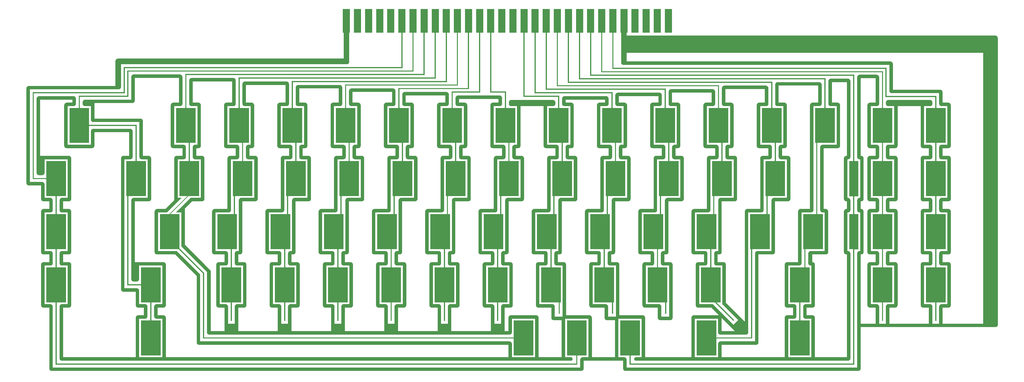
<source format=gbr>
G04 DipTrace 3.1.0.1*
G04 Bottom.gbr*
%MOMM*%
G04 #@! TF.FileFunction,Copper,L2,Bot*
G04 #@! TF.Part,Single*
G04 #@! TA.AperFunction,Nonconductor*
%ADD13C,0.00033*%
G04 #@! TA.AperFunction,ComponentPad*
%ADD14R,2.6X8.5*%
%ADD15C,1.4*%
%FSLAX35Y35*%
G04*
G71*
G90*
G75*
G01*
G04 Bottom*
%LPD*%
D14*
X23928000Y14800000D3*
X24324000D3*
X22344000D3*
X23532000D3*
X23136000D3*
X20760000D3*
X21156000D3*
X21948000D3*
X18384000D3*
X18780000D3*
X22740000D3*
X21552000D3*
X19176000D3*
X14820000D3*
X17988000D3*
X17592000D3*
X19968000D3*
X14424000D3*
X20364000D3*
X13632000D3*
X15612000D3*
X14028000D3*
X16008000D3*
X19572000D3*
X17196000D3*
X13236000D3*
X16800000D3*
X16404000D3*
X12840000D3*
X15216000D3*
X14820000D3*
X19572000D3*
X16008000D3*
X15216000D3*
X12840000D3*
X16800000D3*
X16404000D3*
X13236000D3*
X17196000D3*
X14028000D3*
X15612000D3*
X13632000D3*
X17988000D3*
X19968000D3*
X20364000D3*
X17592000D3*
X14424000D3*
X19176000D3*
X22740000D3*
X21552000D3*
X18384000D3*
X21948000D3*
X18780000D3*
X20760000D3*
X23136000D3*
X23532000D3*
X21156000D3*
X22344000D3*
X23928000D3*
X24324000D3*
D15*
X12840000Y14525000D3*
X13236000D3*
X13632000D3*
X14028000D3*
X14424000D3*
X14820000D3*
X15216000D3*
X15612000D3*
X16008000D3*
X16404000D3*
X16800000D3*
X17196000D3*
X17592000D3*
X17988000D3*
X18384000D3*
X18780000D3*
X19176000D3*
X19572000D3*
X19968000D3*
X20364000D3*
X20760000D3*
X21156000D3*
X21552000D3*
X21948000D3*
X22344000D3*
X22740000D3*
X23136000D3*
X23532000D3*
X23928000D3*
X24324000D3*
G36*
X21177500Y2409000D2*
X2367500D1*
Y4583500D1*
X2367003Y4592960D1*
X2365523Y4602317D1*
X2363070Y4611467D1*
X2359677Y4620310D1*
X2355377Y4628750D1*
X2350217Y4636693D1*
X2344253Y4644057D1*
X2337557Y4650753D1*
X2330193Y4656717D1*
X2322250Y4661877D1*
X2313810Y4666177D1*
X2304967Y4669570D1*
X2295817Y4672023D1*
X2286460Y4673507D1*
X2277000Y4674000D1*
X2074000D1*
Y6051000D1*
X2277000D1*
X2286460Y6051497D1*
X2295817Y6052977D1*
X2304967Y6055430D1*
X2313810Y6058823D1*
X2322250Y6063123D1*
X2330193Y6068283D1*
X2337557Y6074247D1*
X2344253Y6080943D1*
X2350217Y6088307D1*
X2355377Y6096250D1*
X2359677Y6104690D1*
X2363070Y6113533D1*
X2365523Y6122683D1*
X2367007Y6132040D1*
X2367500Y6141500D1*
Y6483500D1*
X2367003Y6492960D1*
X2365523Y6502317D1*
X2363070Y6511467D1*
X2359677Y6520310D1*
X2355377Y6528750D1*
X2350217Y6536693D1*
X2344253Y6544057D1*
X2337557Y6550753D1*
X2330193Y6556717D1*
X2322250Y6561877D1*
X2313810Y6566177D1*
X2304967Y6569570D1*
X2295817Y6572023D1*
X2286460Y6573507D1*
X2277000Y6574000D1*
X2074000D1*
Y7951000D1*
X2277000D1*
X2286463Y7951497D1*
X2295823Y7952980D1*
X2304977Y7955433D1*
X2313823Y7958830D1*
X2322267Y7963137D1*
X2330213Y7968300D1*
X2337577Y7974263D1*
X2344277Y7980970D1*
X2350240Y7988337D1*
X2355397Y7996287D1*
X2359693Y8004733D1*
X2363087Y8013580D1*
X2365533Y8022737D1*
X2367010Y8032097D1*
X2367500Y8041563D1*
Y8383500D1*
X2367003Y8392960D1*
X2365523Y8402317D1*
X2363070Y8411467D1*
X2359677Y8420310D1*
X2355377Y8428750D1*
X2350217Y8436693D1*
X2344253Y8444057D1*
X2337557Y8450753D1*
X2330193Y8456717D1*
X2322250Y8461877D1*
X2313810Y8466177D1*
X2304967Y8469570D1*
X2295817Y8472023D1*
X2286460Y8473507D1*
X2277000Y8474000D1*
X2074000D1*
Y8952000D1*
X2073503Y8961460D1*
X2072023Y8970817D1*
X2069570Y8979967D1*
X2066177Y8988810D1*
X2061877Y8997250D1*
X2056717Y9005193D1*
X2050753Y9012557D1*
X2044057Y9019253D1*
X2036693Y9025217D1*
X2028750Y9030377D1*
X2020310Y9034677D1*
X2011467Y9038070D1*
X2002317Y9040523D1*
X1992960Y9042003D1*
X1983500Y9042500D1*
X1549000D1*
Y12350000D1*
X4708500D1*
X4717960Y12350497D1*
X4727317Y12351977D1*
X4736467Y12354430D1*
X4745310Y12357823D1*
X4753750Y12362127D1*
X4761693Y12367283D1*
X4769057Y12373247D1*
X4775757Y12379943D1*
X4781717Y12387307D1*
X4786877Y12395250D1*
X4791177Y12403690D1*
X4794573Y12412533D1*
X4797023Y12421683D1*
X4798507Y12431040D1*
X4799000Y12440500D1*
Y13250000D1*
X12849500D1*
X12858960Y13250497D1*
X12868317Y13251980D1*
X12877467Y13254430D1*
X12886310Y13257827D1*
X12894753Y13262127D1*
X12902697Y13267287D1*
X12910060Y13273247D1*
X12916757Y13279947D1*
X12922720Y13287307D1*
X12927880Y13295250D1*
X12932183Y13303690D1*
X12935577Y13312533D1*
X12938030Y13321683D1*
X12939517Y13331040D1*
X12940000Y13340500D1*
Y14375000D1*
X12740000D1*
Y13450000D1*
X4689500D1*
X4680040Y13449503D1*
X4670683Y13448023D1*
X4661533Y13445570D1*
X4652690Y13442177D1*
X4644250Y13437877D1*
X4636307Y13432717D1*
X4628943Y13426757D1*
X4622247Y13420057D1*
X4616283Y13412693D1*
X4611127Y13404750D1*
X4606827Y13396310D1*
X4603430Y13387467D1*
X4600980Y13378317D1*
X4599500Y13368960D1*
X4599000Y13359500D1*
Y12475000D1*
X1514500D1*
X1505040Y12474503D1*
X1495683Y12473023D1*
X1486533Y12470570D1*
X1477690Y12467177D1*
X1469250Y12462877D1*
X1461307Y12457717D1*
X1453943Y12451753D1*
X1447247Y12445057D1*
X1441283Y12437693D1*
X1436123Y12429750D1*
X1431823Y12421310D1*
X1428430Y12412467D1*
X1425977Y12403317D1*
X1424497Y12393960D1*
X1424000Y12384500D1*
Y9008000D1*
X1424497Y8998540D1*
X1425977Y8989183D1*
X1428430Y8980033D1*
X1431823Y8971190D1*
X1436123Y8962750D1*
X1441283Y8954807D1*
X1447247Y8947443D1*
X1453943Y8940747D1*
X1461307Y8934783D1*
X1469250Y8929623D1*
X1477690Y8925323D1*
X1486533Y8921930D1*
X1495683Y8919477D1*
X1505040Y8917997D1*
X1514500Y8917500D1*
X1949000D1*
Y8439500D1*
X1949497Y8430040D1*
X1950977Y8420683D1*
X1953430Y8411533D1*
X1956823Y8402690D1*
X1961123Y8394250D1*
X1966283Y8386307D1*
X1972247Y8378943D1*
X1978943Y8372247D1*
X1986307Y8366283D1*
X1994250Y8361123D1*
X2002690Y8356823D1*
X2011533Y8353430D1*
X2020683Y8350977D1*
X2030040Y8349497D1*
X2039500Y8349000D1*
X2242500D1*
Y8076000D1*
X2039500D1*
X2030040Y8075503D1*
X2020683Y8074023D1*
X2011533Y8071570D1*
X2002690Y8068177D1*
X1994250Y8063877D1*
X1986307Y8058717D1*
X1978943Y8052753D1*
X1972247Y8046057D1*
X1966283Y8038693D1*
X1961127Y8030750D1*
X1956823Y8022310D1*
X1953430Y8013467D1*
X1950980Y8004317D1*
X1949497Y7994960D1*
X1949000Y7985500D1*
Y7951000D1*
Y6539500D1*
X1949497Y6530040D1*
X1950977Y6520683D1*
X1953430Y6511533D1*
X1956823Y6502690D1*
X1961123Y6494250D1*
X1966283Y6486307D1*
X1972247Y6478943D1*
X1978943Y6472247D1*
X1986307Y6466283D1*
X1994250Y6461123D1*
X2002690Y6456823D1*
X2011533Y6453430D1*
X2020683Y6450977D1*
X2030040Y6449497D1*
X2039500Y6449000D1*
X2242500D1*
Y6176000D1*
X2039500D1*
X2030040Y6175503D1*
X2020683Y6174023D1*
X2011533Y6171570D1*
X2002690Y6168177D1*
X1994250Y6163877D1*
X1986307Y6158717D1*
X1978943Y6152753D1*
X1972247Y6146057D1*
X1966283Y6138693D1*
X1961123Y6130750D1*
X1956823Y6122310D1*
X1953430Y6113467D1*
X1950977Y6104317D1*
X1949497Y6094960D1*
X1949000Y6085500D1*
Y6051000D1*
Y4639500D1*
X1949497Y4630040D1*
X1950977Y4620683D1*
X1953430Y4611533D1*
X1956823Y4602690D1*
X1961123Y4594250D1*
X1966283Y4586307D1*
X1972247Y4578943D1*
X1978943Y4572247D1*
X1986307Y4566283D1*
X1994250Y4561123D1*
X2002690Y4556823D1*
X2011533Y4553430D1*
X2020683Y4550977D1*
X2030040Y4549497D1*
X2039500Y4549000D1*
X2242500D1*
Y2374500D1*
X2242997Y2365040D1*
X2244477Y2355683D1*
X2246930Y2346533D1*
X2250323Y2337690D1*
X2254623Y2329250D1*
X2259783Y2321307D1*
X2265747Y2313943D1*
X2272443Y2307247D1*
X2279807Y2301283D1*
X2287750Y2296127D1*
X2296190Y2291823D1*
X2305033Y2288430D1*
X2314183Y2285980D1*
X2323540Y2284497D1*
X2333000Y2284000D1*
X21212000D1*
X21221460Y2284497D1*
X21230817Y2285980D1*
X21239967Y2288433D1*
X21248810Y2291827D1*
X21257250Y2296127D1*
X21265197Y2301287D1*
X21272560Y2307250D1*
X21279257Y2313947D1*
X21285220Y2321307D1*
X21290383Y2329250D1*
X21294683Y2337690D1*
X21298080Y2346533D1*
X21300537Y2355683D1*
X21302020Y2365040D1*
X21302500Y2374500D1*
Y2649000D1*
X22712500D1*
Y2374500D1*
X22712993Y2365040D1*
X22714477Y2355683D1*
X22716927Y2346533D1*
X22720320Y2337690D1*
X22724620Y2329250D1*
X22729780Y2321307D1*
X22735743Y2313947D1*
X22742440Y2307250D1*
X22749803Y2301290D1*
X22757750Y2296130D1*
X22766190Y2291833D1*
X22775033Y2288440D1*
X22784183Y2285993D1*
X22793540Y2284513D1*
X22803000Y2284000D1*
X31092000D1*
X31101460Y2284497D1*
X31110817Y2285980D1*
X31119967Y2288433D1*
X31128810Y2291830D1*
X31137253Y2296130D1*
X31145197Y2301290D1*
X31152560Y2307250D1*
X31159260Y2313947D1*
X31165223Y2321310D1*
X31170383Y2329253D1*
X31174690Y2337690D1*
X31178087Y2346533D1*
X31180543Y2355683D1*
X31182030Y2365040D1*
X31182500Y2374500D1*
Y3850000D1*
Y3975000D1*
D1*
X31717500D1*
Y4549000D1*
X31514500D1*
X31505040Y4549520D1*
X31495683Y4550997D1*
X31486533Y4553447D1*
X31477690Y4556837D1*
X31469247Y4561133D1*
X31461303Y4566290D1*
X31453940Y4572250D1*
X31447240Y4578947D1*
X31441280Y4586307D1*
X31436120Y4594253D1*
X31431820Y4602693D1*
X31428423Y4611533D1*
X31425973Y4620683D1*
X31424493Y4630040D1*
X31424000Y4639500D1*
Y6085500D1*
X31424520Y6094960D1*
X31425997Y6104317D1*
X31428447Y6113467D1*
X31431837Y6122310D1*
X31436133Y6130753D1*
X31441290Y6138697D1*
X31447250Y6146060D1*
X31453947Y6152760D1*
X31461307Y6158720D1*
X31469253Y6163880D1*
X31477693Y6168180D1*
X31486533Y6171577D1*
X31495683Y6174027D1*
X31505040Y6175507D1*
X31514500Y6176000D1*
X31717500D1*
Y6449000D1*
X31514500D1*
X31505040Y6449520D1*
X31495683Y6450997D1*
X31486533Y6453447D1*
X31477690Y6456837D1*
X31469247Y6461133D1*
X31461303Y6466290D1*
X31453940Y6472250D1*
X31447240Y6478947D1*
X31441280Y6486307D1*
X31436120Y6494253D1*
X31431820Y6502693D1*
X31428423Y6511533D1*
X31425973Y6520683D1*
X31424493Y6530040D1*
X31424000Y6539500D1*
Y7985500D1*
X31424520Y7994960D1*
X31425997Y8004317D1*
X31428447Y8013467D1*
X31431837Y8022310D1*
X31436133Y8030753D1*
X31441290Y8038697D1*
X31447250Y8046060D1*
X31453947Y8052760D1*
X31461307Y8058720D1*
X31469253Y8063880D1*
X31477693Y8068180D1*
X31486537Y8071577D1*
X31495683Y8074027D1*
X31505040Y8075507D1*
X31514500Y8076000D1*
X31717500D1*
Y8349000D1*
X31514500D1*
X31505040Y8349497D1*
X31495683Y8350980D1*
X31486533Y8353433D1*
X31477690Y8356830D1*
X31469247Y8361130D1*
X31461303Y8366290D1*
X31453940Y8372250D1*
X31447240Y8378947D1*
X31441277Y8386310D1*
X31436117Y8394253D1*
X31431810Y8402690D1*
X31428413Y8411533D1*
X31425957Y8420683D1*
X31424470Y8430040D1*
X31424000Y8439500D1*
Y9851000D1*
Y9885500D1*
X31424520Y9894960D1*
X31425997Y9904317D1*
X31428447Y9913467D1*
X31431837Y9922310D1*
X31436133Y9930753D1*
X31441290Y9938697D1*
X31447250Y9946060D1*
X31453947Y9952760D1*
X31461307Y9958720D1*
X31469253Y9963880D1*
X31477693Y9968180D1*
X31486537Y9971577D1*
X31495683Y9974027D1*
X31505040Y9975507D1*
X31514500Y9976000D1*
X31717500D1*
Y10249000D1*
X31514500D1*
X31505040Y10249520D1*
X31495683Y10250997D1*
X31486533Y10253447D1*
X31477690Y10256837D1*
X31469247Y10261133D1*
X31461303Y10266290D1*
X31453940Y10272250D1*
X31447240Y10278947D1*
X31441280Y10286307D1*
X31436120Y10294253D1*
X31431820Y10302690D1*
X31428423Y10311533D1*
X31425973Y10320683D1*
X31424493Y10330040D1*
X31424000Y10339500D1*
Y11785500D1*
X31424520Y11794960D1*
X31425997Y11804317D1*
X31428447Y11813467D1*
X31431837Y11822310D1*
X31436133Y11830753D1*
X31441290Y11838697D1*
X31447250Y11846060D1*
X31453947Y11852760D1*
X31461307Y11858720D1*
X31469253Y11863880D1*
X31477693Y11868180D1*
X31486537Y11871577D1*
X31495683Y11874027D1*
X31505040Y11875507D1*
X31514500Y11876000D1*
X31717500D1*
Y12750000D1*
X31182500D1*
Y9976000D1*
X31198000D1*
X31207460Y9975530D1*
X31216817Y9974043D1*
X31225967Y9971587D1*
X31234810Y9968190D1*
X31243247Y9963883D1*
X31251190Y9958723D1*
X31258553Y9952760D1*
X31265250Y9946060D1*
X31271210Y9938697D1*
X31276370Y9930753D1*
X31280670Y9922310D1*
X31284067Y9913467D1*
X31286520Y9904317D1*
X31288003Y9894960D1*
X31288500Y9885500D1*
Y8439500D1*
X31288030Y8430040D1*
X31286543Y8420683D1*
X31284087Y8411533D1*
X31280690Y8402690D1*
X31276383Y8394253D1*
X31271223Y8386310D1*
X31265260Y8378947D1*
X31258560Y8372250D1*
X31251197Y8366290D1*
X31243253Y8361130D1*
X31234810Y8356830D1*
X31225967Y8353433D1*
X31216817Y8350980D1*
X31207460Y8349497D1*
X31198000Y8349000D1*
X31182500D1*
Y8076000D1*
X31198000D1*
X31207460Y8075530D1*
X31216817Y8074043D1*
X31225967Y8071587D1*
X31234810Y8068190D1*
X31243247Y8063883D1*
X31251190Y8058723D1*
X31258553Y8052760D1*
X31265250Y8046060D1*
X31271210Y8038697D1*
X31276370Y8030753D1*
X31280670Y8022310D1*
X31284067Y8013467D1*
X31286520Y8004317D1*
X31288003Y7994960D1*
X31288500Y7985500D1*
Y6539500D1*
X31288030Y6530040D1*
X31286543Y6520683D1*
X31284087Y6511533D1*
X31280690Y6502690D1*
X31276383Y6494253D1*
X31271223Y6486310D1*
X31265260Y6478947D1*
X31258560Y6472250D1*
X31251197Y6466290D1*
X31243253Y6461130D1*
X31234810Y6456830D1*
X31225967Y6453433D1*
X31216817Y6450980D1*
X31207460Y6449497D1*
X31198000Y6449000D1*
X31182500D1*
Y3975000D1*
Y3850000D1*
X35984500D1*
X35993960Y3850497D1*
X36003317Y3851983D1*
X36012467Y3854433D1*
X36021310Y3857830D1*
X36029753Y3862130D1*
X36037697Y3867290D1*
X36045060Y3873250D1*
X36051760Y3879950D1*
X36057723Y3887310D1*
X36062887Y3895253D1*
X36067190Y3903693D1*
X36070590Y3912533D1*
X36073047Y3921683D1*
X36074533Y3931040D1*
X36075000Y3940500D1*
Y14184500D1*
X36074503Y14193960D1*
X36073017Y14203317D1*
X36070567Y14212467D1*
X36067170Y14221310D1*
X36062870Y14229753D1*
X36057710Y14237697D1*
X36051750Y14245060D1*
X36045053Y14251760D1*
X36037690Y14257723D1*
X36029747Y14262887D1*
X36021307Y14267190D1*
X36012467Y14270590D1*
X36003317Y14273047D1*
X35993960Y14274533D1*
X35984500Y14275000D1*
X22840000D1*
Y14375000D1*
X22640000D1*
Y13315500D1*
X22640493Y13306040D1*
X22641973Y13296683D1*
X22644423Y13287533D1*
X22647820Y13278690D1*
X22652120Y13270250D1*
X22657280Y13262307D1*
X22663240Y13254947D1*
X22669940Y13248250D1*
X22677303Y13242290D1*
X22685247Y13237130D1*
X22693687Y13232833D1*
X22702533Y13229440D1*
X22711683Y13226993D1*
X22721040Y13225513D1*
X22730500Y13225000D1*
X32207500D1*
Y12305500D1*
X32207993Y12296040D1*
X32209473Y12286683D1*
X32211923Y12277533D1*
X32215320Y12268693D1*
X32219620Y12260253D1*
X32224780Y12252307D1*
X32230740Y12244947D1*
X32237440Y12238250D1*
X32244803Y12232290D1*
X32252747Y12227133D1*
X32261190Y12222837D1*
X32270033Y12219447D1*
X32279183Y12217000D1*
X32288540Y12215520D1*
X32298000Y12215000D1*
X33982500D1*
Y11841500D1*
X33982993Y11832040D1*
X33984473Y11822683D1*
X33986923Y11813537D1*
X33990320Y11804693D1*
X33994620Y11796253D1*
X33999777Y11788307D1*
X34005740Y11780947D1*
X34012440Y11774250D1*
X34019803Y11768293D1*
X34027747Y11763137D1*
X34036190Y11758837D1*
X34045033Y11755447D1*
X34054183Y11753000D1*
X34063540Y11751523D1*
X34073000Y11751000D1*
X34276000D1*
Y10374000D1*
X34073000D1*
X34063527Y10373507D1*
X34054160Y10372020D1*
X34044997Y10369563D1*
X34036143Y10366160D1*
X34027697Y10361850D1*
X34019747Y10356677D1*
X34012380Y10350700D1*
X34005680Y10343983D1*
X33999723Y10336603D1*
X33994570Y10328640D1*
X33990280Y10320180D1*
X33986900Y10311317D1*
X33984463Y10302150D1*
X33983003Y10292780D1*
X33982500Y10283303D1*
Y9941500D1*
X33982993Y9932040D1*
X33984473Y9922683D1*
X33986923Y9913537D1*
X33990320Y9904693D1*
X33994620Y9896253D1*
X33999777Y9888307D1*
X34005740Y9880947D1*
X34012440Y9874250D1*
X34019803Y9868293D1*
X34027747Y9863137D1*
X34036190Y9858837D1*
X34045033Y9855447D1*
X34054183Y9853000D1*
X34063540Y9851523D1*
X34073000Y9851000D1*
X34276000D1*
Y8474000D1*
X34073000D1*
X34063527Y8473507D1*
X34054160Y8472020D1*
X34044997Y8469563D1*
X34036143Y8466160D1*
X34027697Y8461850D1*
X34019747Y8456677D1*
X34012380Y8450700D1*
X34005680Y8443983D1*
X33999723Y8436603D1*
X33994570Y8428640D1*
X33990280Y8420180D1*
X33986900Y8411317D1*
X33984463Y8402150D1*
X33983003Y8392780D1*
X33982500Y8383303D1*
Y8041500D1*
X33982993Y8032040D1*
X33984473Y8022683D1*
X33986923Y8013537D1*
X33990320Y8004693D1*
X33994620Y7996253D1*
X33999780Y7988307D1*
X34005740Y7980947D1*
X34012440Y7974250D1*
X34019803Y7968293D1*
X34027747Y7963137D1*
X34036190Y7958837D1*
X34045033Y7955447D1*
X34054183Y7953000D1*
X34063540Y7951523D1*
X34073000Y7951000D1*
X34276000D1*
X34401000D1*
D1*
Y6539500D1*
X34400507Y6530040D1*
X34399027Y6520683D1*
X34396577Y6511537D1*
X34393183Y6502693D1*
X34388880Y6494253D1*
X34383723Y6486307D1*
X34377760Y6478947D1*
X34371060Y6472250D1*
X34363697Y6466293D1*
X34355753Y6461137D1*
X34347310Y6456837D1*
X34338467Y6453447D1*
X34329317Y6451000D1*
X34319960Y6449523D1*
X34310500Y6449000D1*
X34107500D1*
Y6176000D1*
X34310500D1*
X34319967Y6175507D1*
X34329333Y6174023D1*
X34338490Y6171567D1*
X34347340Y6168167D1*
X34355787Y6163860D1*
X34363733Y6158690D1*
X34371097Y6152720D1*
X34377793Y6146010D1*
X34383753Y6138637D1*
X34388907Y6130677D1*
X34393200Y6122223D1*
X34396583Y6113367D1*
X34399023Y6104207D1*
X34400490Y6094840D1*
X34401000Y6085370D1*
Y6051000D1*
Y4639500D1*
X34400530Y4630040D1*
X34399043Y4620683D1*
X34396590Y4611533D1*
X34393190Y4602693D1*
X34388887Y4594253D1*
X34383723Y4586310D1*
X34377760Y4578947D1*
X34371060Y4572250D1*
X34363697Y4566290D1*
X34355753Y4561130D1*
X34347310Y4556830D1*
X34338467Y4553433D1*
X34329317Y4550980D1*
X34319960Y4549497D1*
X34310500Y4549000D1*
X34107500D1*
Y3975000D1*
X35557170D1*
Y13660000D1*
X22840000D1*
Y13350000D1*
X32242000D1*
X32251460Y13349530D1*
X32260817Y13348043D1*
X32269967Y13345587D1*
X32278810Y13342190D1*
X32287247Y13337887D1*
X32295190Y13332723D1*
X32302553Y13326760D1*
X32309250Y13320060D1*
X32315210Y13312697D1*
X32320370Y13304753D1*
X32324670Y13296310D1*
X32328067Y13287467D1*
X32330520Y13278317D1*
X32332003Y13268960D1*
X32332500Y13259500D1*
Y12340000D1*
X34017000D1*
X34026460Y12339530D1*
X34035817Y12338043D1*
X34044967Y12335587D1*
X34053810Y12332190D1*
X34062247Y12327887D1*
X34070190Y12322723D1*
X34077553Y12316760D1*
X34084250Y12310060D1*
X34090210Y12302697D1*
X34095370Y12294753D1*
X34099670Y12286310D1*
X34103067Y12277467D1*
X34105520Y12268317D1*
X34107003Y12258960D1*
X34107500Y12249500D1*
Y11876000D1*
X34310500D1*
X34319960Y11875530D1*
X34329317Y11874043D1*
X34338467Y11871590D1*
X34347310Y11868190D1*
X34355747Y11863887D1*
X34363690Y11858723D1*
X34371053Y11852760D1*
X34377750Y11846060D1*
X34383710Y11838697D1*
X34388870Y11830753D1*
X34393170Y11822310D1*
X34396567Y11813467D1*
X34399020Y11804317D1*
X34400503Y11794960D1*
X34401000Y11785500D1*
Y10339500D1*
X34400533Y10330040D1*
X34399043Y10320683D1*
X34396590Y10311533D1*
X34393190Y10302690D1*
X34388887Y10294253D1*
X34383723Y10286310D1*
X34377760Y10278947D1*
X34371060Y10272250D1*
X34363697Y10266290D1*
X34355753Y10261130D1*
X34347310Y10256830D1*
X34338467Y10253433D1*
X34329317Y10250980D1*
X34319960Y10249497D1*
X34310500Y10249000D1*
X34107500D1*
Y9976000D1*
X34310500D1*
X34319970Y9975530D1*
X34329333Y9974040D1*
X34338490Y9971580D1*
X34347340Y9968177D1*
X34355787Y9963863D1*
X34363733Y9958693D1*
X34371097Y9952720D1*
X34377797Y9946010D1*
X34383757Y9938633D1*
X34388913Y9930677D1*
X34393210Y9922223D1*
X34396597Y9913370D1*
X34399043Y9904207D1*
X34400513Y9894840D1*
X34401000Y9885370D1*
Y9851000D1*
Y8439500D1*
X34400533Y8430040D1*
X34399043Y8420683D1*
X34396590Y8411533D1*
X34393190Y8402693D1*
X34388887Y8394253D1*
X34383723Y8386310D1*
X34377760Y8378947D1*
X34371060Y8372250D1*
X34363697Y8366290D1*
X34355753Y8361130D1*
X34347310Y8356830D1*
X34338467Y8353433D1*
X34329317Y8350980D1*
X34319960Y8349497D1*
X34310500Y8349000D1*
X34107500D1*
Y8076000D1*
X34310500D1*
X34319967Y8075507D1*
X34329333Y8074023D1*
X34338490Y8071567D1*
X34347340Y8068167D1*
X34355787Y8063860D1*
X34363733Y8058690D1*
X34371097Y8052720D1*
X34377797Y8046010D1*
X34383753Y8038637D1*
X34388907Y8030677D1*
X34393200Y8022223D1*
X34396583Y8013367D1*
X34399023Y8004207D1*
X34400490Y7994840D1*
X34401000Y7985370D1*
Y7951000D1*
X34276000D1*
Y6574000D1*
X34073000D1*
X34063537Y6573507D1*
X34054177Y6572023D1*
X34045023Y6569570D1*
X34036177Y6566173D1*
X34027733Y6561870D1*
X34019787Y6556707D1*
X34012423Y6550740D1*
X34005727Y6544033D1*
X33999770Y6536667D1*
X33994613Y6528713D1*
X33990317Y6520267D1*
X33986930Y6511417D1*
X33984487Y6502260D1*
X33983017Y6492897D1*
X33982500Y6483433D1*
Y6141433D1*
X33983000Y6131980D1*
X33984487Y6122627D1*
X33986940Y6113483D1*
X33990340Y6104647D1*
X33994640Y6096213D1*
X33999803Y6088277D1*
X34005763Y6080920D1*
X34012463Y6074230D1*
X34019823Y6068277D1*
X34027767Y6063123D1*
X34036207Y6058830D1*
X34045047Y6055443D1*
X34054193Y6052997D1*
X34063543Y6051523D1*
X34073000Y6051000D1*
X34276000D1*
Y4674000D1*
X34073000D1*
X34063540Y4673507D1*
X34054183Y4672027D1*
X34045037Y4669577D1*
X34036193Y4666180D1*
X34027753Y4661880D1*
X34019807Y4656723D1*
X34012447Y4650760D1*
X34005750Y4644060D1*
X33999793Y4636697D1*
X33994637Y4628753D1*
X33990337Y4620310D1*
X33986947Y4611467D1*
X33984500Y4602317D1*
X33983023Y4592960D1*
X33982500Y4583500D1*
Y3975000D1*
X33742500D1*
Y4583500D1*
X33742003Y4592960D1*
X33740520Y4602317D1*
X33738067Y4611467D1*
X33734670Y4620310D1*
X33730370Y4628753D1*
X33725210Y4636697D1*
X33719250Y4644060D1*
X33712553Y4650760D1*
X33705190Y4656723D1*
X33697247Y4661887D1*
X33688807Y4666190D1*
X33679967Y4669587D1*
X33670817Y4672043D1*
X33661460Y4673530D1*
X33652000Y4674000D1*
X33449000D1*
Y6051000D1*
X33652000D1*
X33661460Y6051497D1*
X33670817Y6052980D1*
X33679967Y6055433D1*
X33688810Y6058830D1*
X33697253Y6063130D1*
X33705197Y6068290D1*
X33712560Y6074250D1*
X33719260Y6080947D1*
X33725223Y6088310D1*
X33730387Y6096253D1*
X33734690Y6104690D1*
X33738087Y6113533D1*
X33740543Y6122683D1*
X33742030Y6132040D1*
X33742500Y6141500D1*
Y6483500D1*
X33742003Y6492960D1*
X33740520Y6502317D1*
X33738067Y6511467D1*
X33734670Y6520310D1*
X33730370Y6528753D1*
X33725210Y6536697D1*
X33719250Y6544060D1*
X33712553Y6550760D1*
X33705190Y6556723D1*
X33697247Y6561887D1*
X33688810Y6566190D1*
X33679967Y6569587D1*
X33670817Y6572043D1*
X33661460Y6573530D1*
X33652000Y6574000D1*
X33449000D1*
Y7951000D1*
X33652000D1*
X33661463Y7951500D1*
X33670827Y7952983D1*
X33679980Y7955437D1*
X33688827Y7958837D1*
X33697270Y7963140D1*
X33705217Y7968303D1*
X33712583Y7974270D1*
X33719283Y7980973D1*
X33725247Y7988340D1*
X33730407Y7996287D1*
X33734707Y8004733D1*
X33738103Y8013583D1*
X33740557Y8022737D1*
X33742037Y8032097D1*
X33742500Y8041563D1*
Y8383500D1*
X33742003Y8392960D1*
X33740520Y8402317D1*
X33738067Y8411467D1*
X33734670Y8420310D1*
X33730370Y8428753D1*
X33725210Y8436697D1*
X33719250Y8444060D1*
X33712553Y8450760D1*
X33705190Y8456723D1*
X33697247Y8461887D1*
X33688810Y8466190D1*
X33679967Y8469587D1*
X33670817Y8472043D1*
X33661460Y8473530D1*
X33652000Y8474000D1*
X33449000D1*
Y9851000D1*
X33652000D1*
X33661463Y9851500D1*
X33670827Y9852983D1*
X33679980Y9855437D1*
X33688827Y9858837D1*
X33697270Y9863140D1*
X33705217Y9868303D1*
X33712583Y9874270D1*
X33719283Y9880973D1*
X33725247Y9888340D1*
X33730407Y9896287D1*
X33734707Y9904733D1*
X33738103Y9913583D1*
X33740557Y9922737D1*
X33742037Y9932097D1*
X33742500Y9941563D1*
Y10283500D1*
X33742003Y10292960D1*
X33740520Y10302317D1*
X33738067Y10311467D1*
X33734670Y10320310D1*
X33730370Y10328753D1*
X33725210Y10336697D1*
X33719250Y10344060D1*
X33712553Y10350760D1*
X33705190Y10356723D1*
X33697247Y10361887D1*
X33688810Y10366190D1*
X33679967Y10369587D1*
X33670817Y10372043D1*
X33661460Y10373530D1*
X33652000Y10374000D1*
X33449000D1*
Y11751000D1*
X33652000D1*
X33661460Y11751497D1*
X33670817Y11752980D1*
X33679967Y11755433D1*
X33688810Y11758830D1*
X33697253Y11763130D1*
X33705197Y11768290D1*
X33712560Y11774250D1*
X33719260Y11780947D1*
X33725223Y11788310D1*
X33730387Y11796253D1*
X33734690Y11804690D1*
X33738087Y11813533D1*
X33740543Y11822683D1*
X33742030Y11832040D1*
X33742500Y11841500D1*
Y11884500D1*
X33742003Y11893960D1*
X33740520Y11903317D1*
X33738067Y11912467D1*
X33734670Y11921310D1*
X33730370Y11929753D1*
X33725210Y11937697D1*
X33719250Y11945060D1*
X33712553Y11951760D1*
X33705190Y11957723D1*
X33697247Y11962887D1*
X33688810Y11967190D1*
X33679967Y11970587D1*
X33670817Y11973043D1*
X33661460Y11974530D1*
X33652000Y11975000D1*
X32173000D1*
X32163540Y11974507D1*
X32154183Y11973027D1*
X32145037Y11970577D1*
X32136193Y11967180D1*
X32127753Y11962880D1*
X32119807Y11957720D1*
X32112447Y11951760D1*
X32105750Y11945060D1*
X32099790Y11937697D1*
X32094633Y11929753D1*
X32090337Y11921310D1*
X32086947Y11912467D1*
X32084500Y11903317D1*
X32083020Y11893960D1*
X32082500Y11884500D1*
Y11841500D1*
X32082993Y11832040D1*
X32084473Y11822683D1*
X32086923Y11813533D1*
X32090320Y11804693D1*
X32094620Y11796253D1*
X32099780Y11788307D1*
X32105740Y11780947D1*
X32112440Y11774250D1*
X32119803Y11768290D1*
X32127747Y11763133D1*
X32136190Y11758837D1*
X32145033Y11755447D1*
X32154183Y11753000D1*
X32163540Y11751520D1*
X32173000Y11751000D1*
X32376000D1*
Y10374000D1*
X32173000D1*
X32163540Y10373507D1*
X32154183Y10372027D1*
X32145037Y10369577D1*
X32136193Y10366180D1*
X32127753Y10361880D1*
X32119807Y10356720D1*
X32112447Y10350760D1*
X32105750Y10344060D1*
X32099790Y10336697D1*
X32094633Y10328753D1*
X32090337Y10320310D1*
X32086947Y10311467D1*
X32084500Y10302317D1*
X32083020Y10292960D1*
X32082500Y10283500D1*
Y9941500D1*
X32082993Y9932040D1*
X32084473Y9922683D1*
X32086923Y9913533D1*
X32090320Y9904693D1*
X32094620Y9896253D1*
X32099780Y9888307D1*
X32105740Y9880947D1*
X32112440Y9874250D1*
X32119803Y9868290D1*
X32127747Y9863133D1*
X32136190Y9858837D1*
X32145033Y9855447D1*
X32154183Y9853000D1*
X32163540Y9851520D1*
X32173000Y9851000D1*
X32376000D1*
Y8474000D1*
X32173000D1*
X32163527Y8473503D1*
X32154160Y8472020D1*
X32144997Y8469563D1*
X32136143Y8466160D1*
X32127697Y8461850D1*
X32119747Y8456677D1*
X32112380Y8450700D1*
X32105680Y8443983D1*
X32099723Y8436603D1*
X32094570Y8428640D1*
X32090280Y8420180D1*
X32086897Y8411317D1*
X32084463Y8402150D1*
X32083003Y8392780D1*
X32082500Y8383303D1*
Y8041477D1*
X32082997Y8032017D1*
X32084480Y8022663D1*
X32086930Y8013517D1*
X32090327Y8004677D1*
X32094627Y7996237D1*
X32099787Y7988297D1*
X32105750Y7980937D1*
X32112447Y7974243D1*
X32119810Y7968287D1*
X32127753Y7963130D1*
X32136197Y7958833D1*
X32145037Y7955443D1*
X32154187Y7952997D1*
X32163543Y7951520D1*
X32173000Y7951000D1*
X32376000D1*
X32501000D1*
D1*
Y6539500D1*
X32500507Y6530040D1*
X32499027Y6520683D1*
X32496577Y6511537D1*
X32493180Y6502693D1*
X32488880Y6494253D1*
X32483720Y6486307D1*
X32477760Y6478947D1*
X32471060Y6472250D1*
X32463697Y6466290D1*
X32455753Y6461133D1*
X32447310Y6456837D1*
X32438467Y6453447D1*
X32429317Y6451000D1*
X32419960Y6449520D1*
X32410500Y6449000D1*
X32207500D1*
Y6176000D1*
X32410500D1*
X32419967Y6175507D1*
X32429333Y6174023D1*
X32438490Y6171567D1*
X32447340Y6168167D1*
X32455787Y6163860D1*
X32463733Y6158690D1*
X32471097Y6152720D1*
X32477797Y6146010D1*
X32483753Y6138637D1*
X32488907Y6130677D1*
X32493200Y6122223D1*
X32496587Y6113367D1*
X32499023Y6104207D1*
X32500490Y6094840D1*
X32501000Y6085370D1*
Y6051000D1*
Y4639500D1*
X32500507Y4630040D1*
X32499027Y4620683D1*
X32496577Y4611537D1*
X32493180Y4602693D1*
X32488880Y4594253D1*
X32483720Y4586307D1*
X32477760Y4578947D1*
X32471060Y4572250D1*
X32463697Y4566290D1*
X32455753Y4561133D1*
X32447310Y4556837D1*
X32438467Y4553447D1*
X32429317Y4551000D1*
X32419960Y4549520D1*
X32410500Y4549000D1*
X32207500D1*
Y3975000D1*
X33617500D1*
Y4549000D1*
X33414500D1*
X33405040Y4549497D1*
X33395683Y4550980D1*
X33386533Y4553433D1*
X33377690Y4556830D1*
X33369247Y4561130D1*
X33361303Y4566290D1*
X33353940Y4572250D1*
X33347240Y4578947D1*
X33341277Y4586310D1*
X33336113Y4594253D1*
X33331810Y4602690D1*
X33328413Y4611533D1*
X33325957Y4620683D1*
X33324470Y4630040D1*
X33324000Y4639500D1*
Y6051000D1*
Y6085500D1*
X33324523Y6094960D1*
X33326000Y6104317D1*
X33328447Y6113467D1*
X33331837Y6122310D1*
X33336137Y6130753D1*
X33341290Y6138697D1*
X33347250Y6146060D1*
X33353947Y6152760D1*
X33361307Y6158720D1*
X33369253Y6163880D1*
X33377693Y6168180D1*
X33386537Y6171577D1*
X33395683Y6174027D1*
X33405040Y6175507D1*
X33414500Y6176000D1*
X33617500D1*
Y6449000D1*
X33414500D1*
X33405040Y6449523D1*
X33395683Y6451000D1*
X33386533Y6453447D1*
X33377690Y6456837D1*
X33369247Y6461137D1*
X33361303Y6466290D1*
X33353940Y6472250D1*
X33347240Y6478947D1*
X33341280Y6486307D1*
X33336120Y6494253D1*
X33331820Y6502693D1*
X33328423Y6511537D1*
X33325973Y6520683D1*
X33324493Y6530040D1*
X33324000Y6539500D1*
Y7951000D1*
Y7985500D1*
X33324523Y7994960D1*
X33326000Y8004317D1*
X33328447Y8013467D1*
X33331837Y8022310D1*
X33336137Y8030753D1*
X33341293Y8038697D1*
X33347250Y8046060D1*
X33353947Y8052760D1*
X33361310Y8058720D1*
X33369253Y8063880D1*
X33377693Y8068180D1*
X33386537Y8071577D1*
X33395683Y8074027D1*
X33405040Y8075507D1*
X33414500Y8076000D1*
X33617500D1*
Y8349000D1*
X33414500D1*
X33405040Y8349523D1*
X33395683Y8351000D1*
X33386533Y8353447D1*
X33377690Y8356837D1*
X33369247Y8361137D1*
X33361303Y8366290D1*
X33353940Y8372250D1*
X33347240Y8378947D1*
X33341280Y8386307D1*
X33336120Y8394253D1*
X33331820Y8402693D1*
X33328423Y8411537D1*
X33325973Y8420683D1*
X33324493Y8430040D1*
X33324000Y8439500D1*
Y9851000D1*
Y9885500D1*
X33324523Y9894960D1*
X33326000Y9904317D1*
X33328447Y9913467D1*
X33331837Y9922310D1*
X33336137Y9930753D1*
X33341293Y9938697D1*
X33347250Y9946060D1*
X33353947Y9952760D1*
X33361310Y9958720D1*
X33369253Y9963880D1*
X33377693Y9968180D1*
X33386537Y9971577D1*
X33395683Y9974027D1*
X33405040Y9975507D1*
X33414500Y9976000D1*
X33617500D1*
Y10249000D1*
X33414500D1*
X33405040Y10249523D1*
X33395683Y10251000D1*
X33386533Y10253447D1*
X33377690Y10256837D1*
X33369247Y10261133D1*
X33361303Y10266290D1*
X33353940Y10272250D1*
X33347240Y10278947D1*
X33341280Y10286307D1*
X33336120Y10294253D1*
X33331820Y10302693D1*
X33328423Y10311537D1*
X33325973Y10320683D1*
X33324493Y10330040D1*
X33324000Y10339500D1*
Y11751000D1*
X32501000D1*
Y10339500D1*
X32500530Y10330040D1*
X32499043Y10320683D1*
X32496587Y10311533D1*
X32493190Y10302690D1*
X32488887Y10294253D1*
X32483723Y10286310D1*
X32477760Y10278947D1*
X32471060Y10272250D1*
X32463697Y10266290D1*
X32455753Y10261130D1*
X32447310Y10256830D1*
X32438467Y10253433D1*
X32429317Y10250980D1*
X32419960Y10249497D1*
X32410500Y10249000D1*
X32207500D1*
Y9976000D1*
X32410500D1*
X32419970Y9975530D1*
X32429333Y9974040D1*
X32438490Y9971580D1*
X32447340Y9968173D1*
X32455787Y9963863D1*
X32463733Y9958693D1*
X32471097Y9952720D1*
X32477797Y9946010D1*
X32483757Y9938633D1*
X32488913Y9930677D1*
X32493210Y9922223D1*
X32496597Y9913370D1*
X32499043Y9904207D1*
X32500513Y9894840D1*
X32501000Y9885370D1*
Y9851000D1*
Y8439500D1*
X32500530Y8430040D1*
X32499043Y8420683D1*
X32496587Y8411533D1*
X32493190Y8402690D1*
X32488887Y8394253D1*
X32483723Y8386310D1*
X32477760Y8378947D1*
X32471060Y8372250D1*
X32463697Y8366290D1*
X32455753Y8361130D1*
X32447310Y8356830D1*
X32438467Y8353433D1*
X32429317Y8350980D1*
X32419960Y8349497D1*
X32410500Y8349000D1*
X32207500D1*
Y8076000D1*
X32410500D1*
X32419970Y8075530D1*
X32429333Y8074040D1*
X32438490Y8071580D1*
X32447340Y8068173D1*
X32455787Y8063863D1*
X32463733Y8058693D1*
X32471097Y8052720D1*
X32477797Y8046010D1*
X32483757Y8038633D1*
X32488913Y8030677D1*
X32493210Y8022223D1*
X32496597Y8013370D1*
X32499043Y8004207D1*
X32500513Y7994840D1*
X32501000Y7985370D1*
Y7951000D1*
X32376000D1*
Y6574000D1*
X32173000D1*
X32163537Y6573507D1*
X32154177Y6572023D1*
X32145023Y6569570D1*
X32136177Y6566173D1*
X32127733Y6561870D1*
X32119787Y6556707D1*
X32112423Y6550740D1*
X32105727Y6544033D1*
X32099767Y6536667D1*
X32094613Y6528713D1*
X32090317Y6520267D1*
X32086930Y6511417D1*
X32084487Y6502260D1*
X32083017Y6492897D1*
X32082500Y6483433D1*
Y6141433D1*
X32083000Y6131980D1*
X32084487Y6122627D1*
X32086940Y6113483D1*
X32090340Y6104647D1*
X32094640Y6096213D1*
X32099803Y6088277D1*
X32105763Y6080920D1*
X32112463Y6074230D1*
X32119823Y6068277D1*
X32127767Y6063123D1*
X32136207Y6058830D1*
X32145047Y6055443D1*
X32154193Y6052997D1*
X32163543Y6051520D1*
X32173000Y6051000D1*
X32376000D1*
Y4674000D1*
X32173000D1*
X32163540Y4673507D1*
X32154183Y4672027D1*
X32145037Y4669577D1*
X32136193Y4666180D1*
X32127753Y4661880D1*
X32119807Y4656720D1*
X32112447Y4650760D1*
X32105750Y4644060D1*
X32099790Y4636697D1*
X32094633Y4628753D1*
X32090337Y4620310D1*
X32086947Y4611467D1*
X32084500Y4602317D1*
X32083020Y4592960D1*
X32082500Y4583500D1*
Y3975000D1*
X31842500D1*
Y4583500D1*
X31842003Y4592960D1*
X31840520Y4602317D1*
X31838067Y4611467D1*
X31834670Y4620310D1*
X31830370Y4628753D1*
X31825210Y4636697D1*
X31819250Y4644060D1*
X31812553Y4650760D1*
X31805190Y4656723D1*
X31797247Y4661887D1*
X31788810Y4666190D1*
X31779967Y4669587D1*
X31770817Y4672043D1*
X31761460Y4673530D1*
X31752000Y4674000D1*
X31549000D1*
Y6051000D1*
X31752000D1*
X31761460Y6051497D1*
X31770817Y6052980D1*
X31779967Y6055433D1*
X31788810Y6058830D1*
X31797253Y6063130D1*
X31805197Y6068290D1*
X31812560Y6074250D1*
X31819260Y6080947D1*
X31825223Y6088310D1*
X31830387Y6096253D1*
X31834690Y6104690D1*
X31838087Y6113533D1*
X31840543Y6122683D1*
X31842030Y6132040D1*
X31842500Y6141500D1*
Y6483500D1*
X31842003Y6492960D1*
X31840520Y6502317D1*
X31838067Y6511467D1*
X31834670Y6520310D1*
X31830370Y6528753D1*
X31825210Y6536697D1*
X31819250Y6544060D1*
X31812553Y6550760D1*
X31805190Y6556723D1*
X31797247Y6561887D1*
X31788810Y6566190D1*
X31779967Y6569587D1*
X31770817Y6572043D1*
X31761460Y6573530D1*
X31752000Y6574000D1*
X31549000D1*
Y7951000D1*
X31752000D1*
X31761463Y7951497D1*
X31770827Y7952983D1*
X31779980Y7955437D1*
X31788827Y7958837D1*
X31797270Y7963140D1*
X31805217Y7968303D1*
X31812583Y7974270D1*
X31819283Y7980973D1*
X31825247Y7988340D1*
X31830407Y7996287D1*
X31834707Y8004733D1*
X31838103Y8013583D1*
X31840553Y8022737D1*
X31842037Y8032097D1*
X31842500Y8041563D1*
Y8383500D1*
X31842003Y8392960D1*
X31840520Y8402317D1*
X31838067Y8411467D1*
X31834670Y8420310D1*
X31830370Y8428753D1*
X31825210Y8436697D1*
X31819250Y8444060D1*
X31812553Y8450760D1*
X31805190Y8456723D1*
X31797247Y8461887D1*
X31788810Y8466190D1*
X31779967Y8469587D1*
X31770817Y8472043D1*
X31761460Y8473530D1*
X31752000Y8474000D1*
X31549000D1*
Y9851000D1*
X31752000D1*
X31761453Y9851497D1*
X31770803Y9852980D1*
X31779950Y9855427D1*
X31788787Y9858820D1*
X31797223Y9863113D1*
X31805167Y9868267D1*
X31812527Y9874220D1*
X31819227Y9880910D1*
X31825190Y9888260D1*
X31830353Y9896197D1*
X31834660Y9904627D1*
X31838063Y9913460D1*
X31840527Y9922603D1*
X31842020Y9931950D1*
X31842500Y9941403D1*
Y10283500D1*
X31842003Y10292960D1*
X31840520Y10302317D1*
X31838067Y10311467D1*
X31834670Y10320310D1*
X31830370Y10328753D1*
X31825210Y10336697D1*
X31819250Y10344060D1*
X31812553Y10350760D1*
X31805190Y10356723D1*
X31797247Y10361887D1*
X31788810Y10366190D1*
X31779967Y10369587D1*
X31770817Y10372043D1*
X31761460Y10373530D1*
X31752000Y10374000D1*
X31549000D1*
Y11751000D1*
X31752000D1*
X31761460Y11751497D1*
X31770817Y11752980D1*
X31779967Y11755433D1*
X31788810Y11758830D1*
X31797253Y11763130D1*
X31805197Y11768290D1*
X31812560Y11774250D1*
X31819260Y11780947D1*
X31825223Y11788310D1*
X31830387Y11796253D1*
X31834690Y11804690D1*
X31838087Y11813533D1*
X31840543Y11822683D1*
X31842030Y11832040D1*
X31842500Y11841500D1*
Y12784500D1*
X31842003Y12793960D1*
X31840520Y12803317D1*
X31838067Y12812467D1*
X31834670Y12821310D1*
X31830370Y12829753D1*
X31825210Y12837697D1*
X31819250Y12845060D1*
X31812553Y12851760D1*
X31805190Y12857723D1*
X31797247Y12862887D1*
X31788810Y12867190D1*
X31779967Y12870587D1*
X31770817Y12873043D1*
X31761460Y12874530D1*
X31752000Y12875000D1*
X31148000D1*
X31138540Y12874507D1*
X31129183Y12873027D1*
X31120037Y12870577D1*
X31111193Y12867180D1*
X31102753Y12862880D1*
X31094807Y12857720D1*
X31087447Y12851760D1*
X31080750Y12845060D1*
X31074790Y12837697D1*
X31069633Y12829753D1*
X31065337Y12821310D1*
X31061947Y12812467D1*
X31059497Y12803317D1*
X31058020Y12793960D1*
X31057500Y12784500D1*
Y9941500D1*
X31057993Y9932040D1*
X31059473Y9922683D1*
X31061923Y9913533D1*
X31065320Y9904690D1*
X31069620Y9896253D1*
X31074780Y9888307D1*
X31080740Y9880947D1*
X31087440Y9874250D1*
X31094803Y9868290D1*
X31102747Y9863133D1*
X31111190Y9858837D1*
X31120033Y9855447D1*
X31129183Y9852997D1*
X31138540Y9851520D1*
X31148000Y9851000D1*
X31163500D1*
Y8474000D1*
X31148000D1*
X31138540Y8473507D1*
X31129183Y8472027D1*
X31120037Y8469577D1*
X31111193Y8466180D1*
X31102753Y8461880D1*
X31094807Y8456720D1*
X31087447Y8450760D1*
X31080750Y8444060D1*
X31074790Y8436697D1*
X31069633Y8428753D1*
X31065337Y8420310D1*
X31061947Y8411467D1*
X31059497Y8402317D1*
X31058020Y8392960D1*
X31057500Y8383500D1*
Y8041500D1*
X31057993Y8032040D1*
X31059473Y8022683D1*
X31061923Y8013533D1*
X31065320Y8004690D1*
X31069620Y7996253D1*
X31074780Y7988307D1*
X31080740Y7980947D1*
X31087440Y7974250D1*
X31094803Y7968290D1*
X31102747Y7963133D1*
X31111190Y7958837D1*
X31120033Y7955447D1*
X31129183Y7952997D1*
X31138540Y7951520D1*
X31148000Y7951000D1*
X31163500D1*
Y6574000D1*
X31148000D1*
X31138540Y6573507D1*
X31129183Y6572027D1*
X31120037Y6569577D1*
X31111193Y6566180D1*
X31102753Y6561880D1*
X31094807Y6556720D1*
X31087447Y6550760D1*
X31080750Y6544060D1*
X31074790Y6536697D1*
X31069633Y6528753D1*
X31065337Y6520310D1*
X31061947Y6511467D1*
X31059497Y6502317D1*
X31058020Y6492960D1*
X31057500Y6483500D1*
Y2409000D1*
X22837500D1*
Y2683500D1*
X22837003Y2692960D1*
X22835520Y2702317D1*
X22833067Y2711467D1*
X22829673Y2720310D1*
X22825370Y2728750D1*
X22820213Y2736697D1*
X22814250Y2744060D1*
X22807553Y2750757D1*
X22800193Y2756720D1*
X22792250Y2761883D1*
X22783810Y2766183D1*
X22774967Y2769583D1*
X22765817Y2772037D1*
X22756460Y2773523D1*
X22747000Y2774000D1*
X22544000D1*
Y4151000D1*
X23371000D1*
Y2774000D1*
X23496000D1*
D1*
X25144000D1*
Y4185500D1*
X25144497Y4194960D1*
X25145980Y4204317D1*
X25148433Y4213467D1*
X25151827Y4222310D1*
X25156130Y4230750D1*
X25161287Y4238697D1*
X25167250Y4246060D1*
X25173947Y4252760D1*
X25181307Y4258723D1*
X25189253Y4263883D1*
X25197690Y4268187D1*
X25206533Y4271583D1*
X25215683Y4274040D1*
X25225040Y4275523D1*
X25234500Y4276000D1*
X26127517D1*
X25854517Y4549000D1*
X25389500D1*
X25380040Y4549497D1*
X25370683Y4550980D1*
X25361533Y4553433D1*
X25352690Y4556827D1*
X25344250Y4561130D1*
X25336303Y4566287D1*
X25328940Y4572250D1*
X25322240Y4578947D1*
X25316277Y4586307D1*
X25311117Y4594253D1*
X25306813Y4602690D1*
X25303417Y4611533D1*
X25300960Y4620683D1*
X25299477Y4630040D1*
X25299000Y4639500D1*
Y6051000D1*
Y6085500D1*
X25299517Y6094960D1*
X25300993Y6104317D1*
X25303443Y6113467D1*
X25306833Y6122310D1*
X25311133Y6130753D1*
X25316290Y6138697D1*
X25322250Y6146060D1*
X25328947Y6152760D1*
X25336307Y6158720D1*
X25344250Y6163880D1*
X25352690Y6168180D1*
X25361533Y6171573D1*
X25370683Y6174027D1*
X25380040Y6175507D1*
X25389500Y6176000D1*
X25592500D1*
Y6449000D1*
X25239500D1*
X25230040Y6449517D1*
X25220683Y6450993D1*
X25211533Y6453443D1*
X25202690Y6456833D1*
X25194250Y6461133D1*
X25186303Y6466290D1*
X25178940Y6472250D1*
X25172243Y6478947D1*
X25166280Y6486307D1*
X25161120Y6494250D1*
X25156820Y6502690D1*
X25153427Y6511533D1*
X25150973Y6520683D1*
X25149493Y6530040D1*
X25149000Y6539500D1*
Y7985500D1*
X25149517Y7994960D1*
X25150993Y8004317D1*
X25153443Y8013467D1*
X25156833Y8022310D1*
X25161133Y8030753D1*
X25166290Y8038697D1*
X25172250Y8046060D1*
X25178947Y8052760D1*
X25186307Y8058720D1*
X25194250Y8063880D1*
X25202690Y8068180D1*
X25211533Y8071573D1*
X25220683Y8074027D1*
X25230040Y8075507D1*
X25239500Y8076000D1*
X25699000D1*
Y9885500D1*
X25699517Y9894960D1*
X25700993Y9904317D1*
X25703443Y9913467D1*
X25706833Y9922310D1*
X25711133Y9930753D1*
X25716290Y9938697D1*
X25722250Y9946060D1*
X25728947Y9952760D1*
X25736307Y9958720D1*
X25744250Y9963880D1*
X25752690Y9968180D1*
X25761533Y9971573D1*
X25770683Y9974027D1*
X25780040Y9975507D1*
X25789500Y9976000D1*
X25992500D1*
Y10249000D1*
X25664500D1*
X25655040Y10249517D1*
X25645683Y10250993D1*
X25636533Y10253443D1*
X25627690Y10256833D1*
X25619247Y10261133D1*
X25611303Y10266290D1*
X25603940Y10272250D1*
X25597240Y10278947D1*
X25591280Y10286307D1*
X25586120Y10294250D1*
X25581820Y10302690D1*
X25578427Y10311533D1*
X25575973Y10320683D1*
X25574493Y10330040D1*
X25574000Y10339500D1*
Y11785500D1*
X25574517Y11794960D1*
X25575993Y11804317D1*
X25578443Y11813467D1*
X25581833Y11822310D1*
X25586133Y11830753D1*
X25591290Y11838697D1*
X25597250Y11846060D1*
X25603947Y11852760D1*
X25611307Y11858720D1*
X25619250Y11863880D1*
X25627690Y11868180D1*
X25636533Y11871573D1*
X25645683Y11874027D1*
X25655040Y11875507D1*
X25664500Y11876000D1*
X25867500D1*
Y12235000D1*
X24457500D1*
Y11876000D1*
X24660500D1*
X24669960Y11875523D1*
X24679317Y11874037D1*
X24688467Y11871583D1*
X24697310Y11868187D1*
X24705750Y11863883D1*
X24713693Y11858720D1*
X24721053Y11852760D1*
X24727750Y11846060D1*
X24733713Y11838697D1*
X24738870Y11830750D1*
X24743173Y11822310D1*
X24746567Y11813467D1*
X24749020Y11804317D1*
X24750503Y11794960D1*
X24751000Y11785500D1*
Y10339500D1*
X24750523Y10330040D1*
X24749037Y10320683D1*
X24746583Y10311533D1*
X24743187Y10302690D1*
X24738883Y10294250D1*
X24733720Y10286307D1*
X24727760Y10278947D1*
X24721060Y10272250D1*
X24713697Y10266287D1*
X24705750Y10261130D1*
X24697310Y10256827D1*
X24688467Y10253433D1*
X24679317Y10250980D1*
X24669960Y10249497D1*
X24660500Y10249000D1*
X24582500D1*
Y9976000D1*
X24785500D1*
X24794960Y9975523D1*
X24804317Y9974037D1*
X24813467Y9971583D1*
X24822310Y9968187D1*
X24830750Y9963883D1*
X24838693Y9958720D1*
X24846053Y9952760D1*
X24852750Y9946060D1*
X24858713Y9938697D1*
X24863870Y9930750D1*
X24868173Y9922310D1*
X24871567Y9913467D1*
X24874020Y9904317D1*
X24875503Y9894960D1*
X24876000Y9885500D1*
Y8439500D1*
X24875523Y8430040D1*
X24874037Y8420683D1*
X24871583Y8411533D1*
X24868187Y8402690D1*
X24863883Y8394253D1*
X24858723Y8386307D1*
X24852760Y8378947D1*
X24846060Y8372250D1*
X24838697Y8366287D1*
X24830750Y8361130D1*
X24822310Y8356827D1*
X24813467Y8353433D1*
X24804317Y8350980D1*
X24794960Y8349497D1*
X24785500Y8349000D1*
X24326000D1*
Y6539500D1*
X24325523Y6530040D1*
X24324037Y6520683D1*
X24321583Y6511533D1*
X24318187Y6502690D1*
X24313883Y6494250D1*
X24308720Y6486307D1*
X24302760Y6478947D1*
X24296060Y6472250D1*
X24288697Y6466287D1*
X24280750Y6461130D1*
X24272310Y6456827D1*
X24263467Y6453433D1*
X24254317Y6450980D1*
X24244960Y6449497D1*
X24235500Y6449000D1*
X24182500D1*
Y6176000D1*
X24385500D1*
X24394970Y6175523D1*
X24404333Y6174033D1*
X24413490Y6171577D1*
X24422340Y6168170D1*
X24430787Y6163860D1*
X24438733Y6158690D1*
X24446097Y6152717D1*
X24452797Y6146007D1*
X24458757Y6138633D1*
X24463913Y6130677D1*
X24468210Y6122223D1*
X24471600Y6113370D1*
X24474043Y6104207D1*
X24475517Y6094840D1*
X24476000Y6085370D1*
Y4189500D1*
X24475523Y4180040D1*
X24474037Y4170683D1*
X24471583Y4161533D1*
X24468187Y4152690D1*
X24463883Y4144250D1*
X24458720Y4136307D1*
X24452760Y4128947D1*
X24446060Y4122250D1*
X24438697Y4116287D1*
X24430750Y4111130D1*
X24422310Y4106827D1*
X24413467Y4103433D1*
X24404317Y4100980D1*
X24394960Y4099497D1*
X24385500Y4099000D1*
X24039500D1*
X24030050Y4099513D1*
X24020707Y4100987D1*
X24011567Y4103430D1*
X24002730Y4106813D1*
X23994297Y4111103D1*
X23986360Y4116250D1*
X23979000Y4122197D1*
X23972303Y4128877D1*
X23966340Y4136223D1*
X23961177Y4144150D1*
X23956870Y4152577D1*
X23953470Y4161403D1*
X23951007Y4170537D1*
X23949510Y4179880D1*
X23949000Y4189327D1*
Y4549000D1*
X23489577D1*
X23480110Y4549507D1*
X23470750Y4550980D1*
X23461590Y4553423D1*
X23452740Y4556810D1*
X23444293Y4561107D1*
X23436340Y4566263D1*
X23428970Y4572223D1*
X23422267Y4578920D1*
X23416297Y4586283D1*
X23411133Y4594230D1*
X23406830Y4602673D1*
X23403430Y4611520D1*
X23400977Y4620673D1*
X23399493Y4630037D1*
X23399000Y4639500D1*
Y6051000D1*
Y6085500D1*
X23399513Y6094960D1*
X23400993Y6104317D1*
X23403440Y6113467D1*
X23406833Y6122310D1*
X23411133Y6130750D1*
X23416290Y6138697D1*
X23422250Y6146060D1*
X23428947Y6152757D1*
X23436307Y6158720D1*
X23444250Y6163880D1*
X23452690Y6168180D1*
X23461533Y6171573D1*
X23470683Y6174023D1*
X23480040Y6175507D1*
X23489500Y6176000D1*
X23692500D1*
Y6449000D1*
X23339500D1*
X23330040Y6449513D1*
X23320683Y6450993D1*
X23311533Y6453440D1*
X23302690Y6456833D1*
X23294250Y6461133D1*
X23286303Y6466290D1*
X23278940Y6472250D1*
X23272243Y6478947D1*
X23266280Y6486307D1*
X23261120Y6494250D1*
X23256820Y6502690D1*
X23253427Y6511533D1*
X23250977Y6520683D1*
X23249493Y6530040D1*
X23249000Y6539500D1*
Y7985500D1*
X23249513Y7994960D1*
X23250993Y8004317D1*
X23253440Y8013467D1*
X23256833Y8022310D1*
X23261133Y8030750D1*
X23266290Y8038697D1*
X23272250Y8046060D1*
X23278947Y8052757D1*
X23286307Y8058720D1*
X23294250Y8063880D1*
X23302690Y8068180D1*
X23311533Y8071573D1*
X23320683Y8074023D1*
X23330040Y8075507D1*
X23339500Y8076000D1*
X23799000D1*
Y9885500D1*
X23799513Y9894960D1*
X23800993Y9904317D1*
X23803440Y9913467D1*
X23806833Y9922310D1*
X23811133Y9930750D1*
X23816290Y9938697D1*
X23822250Y9946060D1*
X23828947Y9952757D1*
X23836307Y9958720D1*
X23844250Y9963880D1*
X23852690Y9968180D1*
X23861533Y9971573D1*
X23870683Y9974027D1*
X23880040Y9975507D1*
X23889500Y9976000D1*
X24092500D1*
Y10249000D1*
X23764500D1*
X23755040Y10249513D1*
X23745683Y10250993D1*
X23736533Y10253440D1*
X23727690Y10256833D1*
X23719250Y10261133D1*
X23711303Y10266290D1*
X23703940Y10272250D1*
X23697243Y10278947D1*
X23691280Y10286307D1*
X23686120Y10294250D1*
X23681820Y10302690D1*
X23678427Y10311533D1*
X23675977Y10320683D1*
X23674493Y10330040D1*
X23674000Y10339500D1*
Y11785500D1*
X23674513Y11794960D1*
X23675993Y11804317D1*
X23678440Y11813467D1*
X23681833Y11822310D1*
X23686133Y11830750D1*
X23691290Y11838697D1*
X23697250Y11846060D1*
X23703947Y11852757D1*
X23711307Y11858720D1*
X23719250Y11863880D1*
X23727690Y11868180D1*
X23736533Y11871573D1*
X23745683Y11874023D1*
X23755040Y11875507D1*
X23764500Y11876000D1*
X23967500D1*
Y12110000D1*
X22557500D1*
Y11876000D1*
X22760500D1*
X22769960Y11875523D1*
X22779317Y11874037D1*
X22788467Y11871583D1*
X22797310Y11868183D1*
X22805750Y11863883D1*
X22813693Y11858720D1*
X22821053Y11852757D1*
X22827750Y11846060D1*
X22833713Y11838697D1*
X22838870Y11830750D1*
X22843173Y11822310D1*
X22846567Y11813467D1*
X22849020Y11804317D1*
X22850503Y11794960D1*
X22851000Y11785500D1*
Y10339500D1*
X22850523Y10330040D1*
X22849037Y10320683D1*
X22846583Y10311533D1*
X22843183Y10302690D1*
X22838883Y10294250D1*
X22833720Y10286307D1*
X22827760Y10278947D1*
X22821060Y10272250D1*
X22813697Y10266287D1*
X22805750Y10261130D1*
X22797310Y10256827D1*
X22788467Y10253433D1*
X22779317Y10250980D1*
X22769960Y10249497D1*
X22760500Y10249000D1*
X22682500D1*
Y9976000D1*
X22885500D1*
X22894960Y9975523D1*
X22904317Y9974037D1*
X22913467Y9971583D1*
X22922310Y9968183D1*
X22930750Y9963883D1*
X22938693Y9958720D1*
X22946053Y9952760D1*
X22952750Y9946060D1*
X22958713Y9938697D1*
X22963870Y9930750D1*
X22968173Y9922310D1*
X22971567Y9913467D1*
X22974020Y9904317D1*
X22975503Y9894960D1*
X22976000Y9885500D1*
Y8439500D1*
X22975523Y8430040D1*
X22974037Y8420683D1*
X22971583Y8411533D1*
X22968187Y8402690D1*
X22963883Y8394250D1*
X22958720Y8386307D1*
X22952760Y8378947D1*
X22946060Y8372250D1*
X22938697Y8366287D1*
X22930750Y8361130D1*
X22922310Y8356827D1*
X22913467Y8353433D1*
X22904317Y8350980D1*
X22894960Y8349497D1*
X22885500Y8349000D1*
X22426000D1*
Y6539500D1*
X22425523Y6530040D1*
X22424037Y6520683D1*
X22421583Y6511533D1*
X22418183Y6502690D1*
X22413883Y6494250D1*
X22408720Y6486307D1*
X22402760Y6478947D1*
X22396060Y6472250D1*
X22388697Y6466287D1*
X22380750Y6461130D1*
X22372310Y6456827D1*
X22363467Y6453433D1*
X22354317Y6450980D1*
X22344960Y6449497D1*
X22335500Y6449000D1*
X22282500D1*
Y6176000D1*
X22485500D1*
X22494967Y6175503D1*
X22504333Y6174020D1*
X22513490Y6171567D1*
X22522340Y6168167D1*
X22530787Y6163857D1*
X22538733Y6158690D1*
X22546100Y6152717D1*
X22552797Y6146007D1*
X22558757Y6138633D1*
X22563910Y6130677D1*
X22568207Y6122223D1*
X22571590Y6113367D1*
X22574030Y6104207D1*
X22575500Y6094840D1*
X22576000Y6085370D1*
Y4276000D1*
X23405500D1*
X23414967Y4275503D1*
X23424333Y4274020D1*
X23433490Y4271567D1*
X23442340Y4268167D1*
X23450787Y4263857D1*
X23458733Y4258690D1*
X23466100Y4252717D1*
X23472797Y4246007D1*
X23478757Y4238633D1*
X23483910Y4230677D1*
X23488207Y4222223D1*
X23491590Y4213367D1*
X23494030Y4204207D1*
X23495497Y4194840D1*
X23496000Y4185370D1*
Y4151000D1*
Y2774000D1*
X23371000D1*
X23168000D1*
X23161467Y2773660D1*
X23155007Y2772640D1*
X23148687Y2770947D1*
X23142580Y2768607D1*
X23136753Y2765637D1*
X23131267Y2762077D1*
X23126180Y2757960D1*
X23121553Y2753337D1*
X23117437Y2748253D1*
X23113873Y2742767D1*
X23110903Y2736940D1*
X23108560Y2730833D1*
X23106867Y2724513D1*
X23105843Y2718053D1*
X23105500Y2711523D1*
X23105843Y2704990D1*
X23106867Y2698530D1*
X23108560Y2692210D1*
X23110903Y2686103D1*
X23113873Y2680277D1*
X23117437Y2674790D1*
X23121553Y2669710D1*
X23126180Y2665083D1*
X23131267Y2660970D1*
X23136753Y2657407D1*
X23142580Y2654440D1*
X23148687Y2652097D1*
X23155007Y2650407D1*
X23161467Y2649383D1*
X23168000Y2649000D1*
X30727000D1*
X30736460Y2649497D1*
X30745817Y2650980D1*
X30754967Y2653433D1*
X30763810Y2656830D1*
X30772253Y2661130D1*
X30780197Y2666290D1*
X30787560Y2672250D1*
X30794260Y2678947D1*
X30800223Y2686310D1*
X30805383Y2694253D1*
X30809687Y2702690D1*
X30813087Y2711533D1*
X30815543Y2720683D1*
X30817030Y2730040D1*
X30817500Y2739500D1*
Y6483500D1*
X30817003Y6492960D1*
X30815520Y6502317D1*
X30813067Y6511467D1*
X30809670Y6520310D1*
X30805370Y6528753D1*
X30800210Y6536697D1*
X30794250Y6544060D1*
X30787553Y6550760D1*
X30780190Y6556723D1*
X30772247Y6561883D1*
X30763810Y6566187D1*
X30754967Y6569587D1*
X30745817Y6572043D1*
X30736460Y6573530D1*
X30727000Y6574000D1*
X30711500D1*
Y7951000D1*
X30727000D1*
X30736460Y7951497D1*
X30745817Y7952980D1*
X30754967Y7955433D1*
X30763810Y7958830D1*
X30772253Y7963130D1*
X30780197Y7968290D1*
X30787560Y7974250D1*
X30794260Y7980947D1*
X30800223Y7988310D1*
X30805383Y7996253D1*
X30809687Y8004690D1*
X30813087Y8013533D1*
X30815543Y8022683D1*
X30817030Y8032040D1*
X30817500Y8041500D1*
Y8383500D1*
X30817003Y8392960D1*
X30815520Y8402317D1*
X30813067Y8411467D1*
X30809670Y8420310D1*
X30805370Y8428753D1*
X30800210Y8436697D1*
X30794250Y8444060D1*
X30787553Y8450760D1*
X30780190Y8456723D1*
X30772247Y8461883D1*
X30763810Y8466187D1*
X30754967Y8469587D1*
X30745817Y8472043D1*
X30736460Y8473530D1*
X30727000Y8474000D1*
X30711500D1*
Y9851000D1*
X30727000D1*
X30736460Y9851497D1*
X30745817Y9852980D1*
X30754967Y9855433D1*
X30763810Y9858830D1*
X30772253Y9863130D1*
X30780197Y9868290D1*
X30787560Y9874250D1*
X30794260Y9880947D1*
X30800223Y9888310D1*
X30805383Y9896253D1*
X30809687Y9904690D1*
X30813087Y9913533D1*
X30815543Y9922683D1*
X30817030Y9932040D1*
X30817500Y9941500D1*
Y12644500D1*
X30817003Y12653960D1*
X30815520Y12663317D1*
X30813067Y12672467D1*
X30809670Y12681310D1*
X30805370Y12689753D1*
X30800210Y12697697D1*
X30794250Y12705060D1*
X30787553Y12711760D1*
X30780190Y12717723D1*
X30772247Y12722883D1*
X30763810Y12727187D1*
X30754967Y12730587D1*
X30745817Y12733043D1*
X30736460Y12734530D1*
X30727000Y12735000D1*
X30123000D1*
X30113540Y12734507D1*
X30104183Y12733027D1*
X30095033Y12730577D1*
X30086193Y12727180D1*
X30077753Y12722880D1*
X30069807Y12717720D1*
X30062447Y12711760D1*
X30055750Y12705060D1*
X30049790Y12697697D1*
X30044633Y12689753D1*
X30040337Y12681310D1*
X30036947Y12672467D1*
X30034497Y12663317D1*
X30033020Y12653960D1*
X30032500Y12644500D1*
Y11841500D1*
X30032993Y11832040D1*
X30034473Y11822683D1*
X30036927Y11813533D1*
X30040320Y11804690D1*
X30044620Y11796253D1*
X30049780Y11788307D1*
X30055740Y11780947D1*
X30062440Y11774250D1*
X30069803Y11768290D1*
X30077747Y11763133D1*
X30086190Y11758837D1*
X30095033Y11755443D1*
X30104183Y11752997D1*
X30113540Y11751520D1*
X30123000Y11751000D1*
X30326000D1*
Y10374000D1*
X29829500D1*
X29820040Y10373507D1*
X29810683Y10372027D1*
X29801533Y10369573D1*
X29792693Y10366180D1*
X29784253Y10361880D1*
X29776307Y10356720D1*
X29768947Y10350760D1*
X29762250Y10344060D1*
X29756290Y10336697D1*
X29751133Y10328753D1*
X29746837Y10320310D1*
X29743443Y10311467D1*
X29740997Y10302317D1*
X29739520Y10292960D1*
X29739000Y10283500D1*
Y8041500D1*
X29739493Y8032040D1*
X29740973Y8022683D1*
X29743427Y8013533D1*
X29746820Y8004690D1*
X29751120Y7996253D1*
X29756280Y7988307D1*
X29762240Y7980947D1*
X29768940Y7974250D1*
X29776303Y7968290D1*
X29784247Y7963133D1*
X29792690Y7958837D1*
X29801533Y7955443D1*
X29810683Y7952997D1*
X29820040Y7951520D1*
X29829500Y7951000D1*
X29901000D1*
Y6574000D1*
X29404500D1*
X29395040Y6573507D1*
X29385683Y6572027D1*
X29376537Y6569573D1*
X29367693Y6566180D1*
X29359253Y6561880D1*
X29351307Y6556720D1*
X29343947Y6550760D1*
X29337250Y6544060D1*
X29331290Y6536697D1*
X29326133Y6528753D1*
X29321837Y6520310D1*
X29318443Y6511467D1*
X29315997Y6502317D1*
X29314520Y6492960D1*
X29314000Y6483500D1*
Y6141500D1*
X29314493Y6132040D1*
X29315973Y6122683D1*
X29318427Y6113533D1*
X29321820Y6104690D1*
X29326120Y6096253D1*
X29331280Y6088307D1*
X29337240Y6080947D1*
X29343940Y6074250D1*
X29351303Y6068290D1*
X29359247Y6063133D1*
X29367690Y6058837D1*
X29376533Y6055443D1*
X29385683Y6052997D1*
X29395040Y6051520D1*
X29404500Y6051000D1*
X29426000D1*
X29551000D1*
D1*
Y4639500D1*
X29550507Y4630040D1*
X29549027Y4620683D1*
X29546573Y4611533D1*
X29543180Y4602690D1*
X29538880Y4594253D1*
X29533720Y4586307D1*
X29527760Y4578947D1*
X29521060Y4572250D1*
X29513697Y4566290D1*
X29505753Y4561133D1*
X29497310Y4556837D1*
X29488467Y4553443D1*
X29479317Y4550997D1*
X29469960Y4549520D1*
X29460500Y4549000D1*
X29257500D1*
Y4276000D1*
X29460500D1*
X29469960Y4275507D1*
X29479317Y4274027D1*
X29488467Y4271573D1*
X29497310Y4268180D1*
X29505747Y4263880D1*
X29513693Y4258720D1*
X29521053Y4252760D1*
X29527750Y4246060D1*
X29533710Y4238697D1*
X29538867Y4230753D1*
X29543163Y4222310D1*
X29546557Y4213467D1*
X29549003Y4204317D1*
X29550480Y4194960D1*
X29551000Y4185500D1*
Y2774000D1*
X30692500D1*
Y6449000D1*
X30677000D1*
X30667540Y6449497D1*
X30658183Y6450980D1*
X30649033Y6453433D1*
X30640190Y6456830D1*
X30631747Y6461130D1*
X30623803Y6466290D1*
X30616440Y6472250D1*
X30609740Y6478947D1*
X30603777Y6486310D1*
X30598617Y6494253D1*
X30594313Y6502690D1*
X30590913Y6511533D1*
X30588457Y6520683D1*
X30586970Y6530040D1*
X30586500Y6539500D1*
Y7985500D1*
X30586997Y7994960D1*
X30588480Y8004317D1*
X30590933Y8013467D1*
X30594330Y8022310D1*
X30598630Y8030753D1*
X30603790Y8038697D1*
X30609750Y8046060D1*
X30616447Y8052760D1*
X30623810Y8058723D1*
X30631753Y8063883D1*
X30640190Y8068187D1*
X30649033Y8071587D1*
X30658183Y8074043D1*
X30667540Y8075530D1*
X30677000Y8076000D1*
X30692500D1*
Y8349000D1*
X30677000D1*
X30667540Y8349497D1*
X30658183Y8350980D1*
X30649033Y8353433D1*
X30640190Y8356830D1*
X30631747Y8361130D1*
X30623803Y8366290D1*
X30616440Y8372250D1*
X30609740Y8378947D1*
X30603777Y8386310D1*
X30598617Y8394253D1*
X30594313Y8402690D1*
X30590913Y8411533D1*
X30588457Y8420683D1*
X30586970Y8430040D1*
X30586500Y8439500D1*
Y9885500D1*
X30586997Y9894960D1*
X30588480Y9904317D1*
X30590933Y9913467D1*
X30594330Y9922310D1*
X30598630Y9930753D1*
X30603790Y9938697D1*
X30609750Y9946060D1*
X30616447Y9952760D1*
X30623810Y9958723D1*
X30631753Y9963883D1*
X30640190Y9968187D1*
X30649033Y9971587D1*
X30658183Y9974043D1*
X30667540Y9975530D1*
X30677000Y9976000D1*
X30692500D1*
Y12610000D1*
X30157500D1*
Y11876000D1*
X30360500D1*
X30369960Y11875507D1*
X30379317Y11874027D1*
X30388467Y11871577D1*
X30397310Y11868180D1*
X30405747Y11863880D1*
X30413693Y11858720D1*
X30421053Y11852760D1*
X30427750Y11846060D1*
X30433710Y11838697D1*
X30438867Y11830753D1*
X30443163Y11822310D1*
X30446553Y11813467D1*
X30449003Y11804317D1*
X30450480Y11794960D1*
X30451000Y11785500D1*
Y10339500D1*
X30450507Y10330040D1*
X30449027Y10320683D1*
X30446577Y10311533D1*
X30443180Y10302690D1*
X30438880Y10294253D1*
X30433720Y10286307D1*
X30427760Y10278947D1*
X30421060Y10272250D1*
X30413697Y10266290D1*
X30405753Y10261133D1*
X30397310Y10256837D1*
X30388467Y10253447D1*
X30379317Y10250997D1*
X30369960Y10249520D1*
X30360500Y10249000D1*
X29864000D1*
Y8076000D1*
X29935500D1*
X29944960Y8075507D1*
X29954317Y8074027D1*
X29963467Y8071577D1*
X29972310Y8068180D1*
X29980747Y8063880D1*
X29988693Y8058720D1*
X29996053Y8052760D1*
X30002750Y8046060D1*
X30008710Y8038697D1*
X30013867Y8030753D1*
X30018163Y8022310D1*
X30021557Y8013467D1*
X30024003Y8004317D1*
X30025480Y7994960D1*
X30026000Y7985500D1*
Y6539500D1*
X30025507Y6530040D1*
X30024027Y6520683D1*
X30021577Y6511533D1*
X30018180Y6502690D1*
X30013880Y6494253D1*
X30008720Y6486307D1*
X30002760Y6478947D1*
X29996060Y6472250D1*
X29988697Y6466290D1*
X29980753Y6461133D1*
X29972310Y6456837D1*
X29963467Y6453443D1*
X29954317Y6450997D1*
X29944960Y6449520D1*
X29935500Y6449000D1*
X29460500D1*
Y6176000D1*
X29469970Y6175527D1*
X29479333Y6174037D1*
X29488490Y6171577D1*
X29497340Y6168173D1*
X29505787Y6163863D1*
X29513733Y6158693D1*
X29521097Y6152720D1*
X29527797Y6146010D1*
X29533757Y6138633D1*
X29538913Y6130677D1*
X29543210Y6122223D1*
X29546597Y6113370D1*
X29549043Y6104207D1*
X29550513Y6094840D1*
X29551000Y6085370D1*
Y6051000D1*
X29426000D1*
Y4674000D1*
X29223000D1*
X29213540Y4673507D1*
X29204183Y4672027D1*
X29195033Y4669573D1*
X29186190Y4666180D1*
X29177753Y4661880D1*
X29169807Y4656720D1*
X29162447Y4650760D1*
X29155750Y4644060D1*
X29149790Y4636697D1*
X29144633Y4628753D1*
X29140337Y4620310D1*
X29136943Y4611467D1*
X29134497Y4602317D1*
X29133020Y4592960D1*
X29132500Y4583500D1*
Y4241500D1*
X29132993Y4232040D1*
X29134473Y4222683D1*
X29136927Y4213533D1*
X29140320Y4204690D1*
X29144620Y4196253D1*
X29149780Y4188307D1*
X29155740Y4180947D1*
X29162440Y4174250D1*
X29169803Y4168290D1*
X29177747Y4163133D1*
X29186190Y4158837D1*
X29195033Y4155443D1*
X29204183Y4152997D1*
X29213540Y4151520D1*
X29223000Y4151000D1*
X29426000D1*
Y2774000D1*
X28599000D1*
Y4151000D1*
X28802000D1*
X28811460Y4151497D1*
X28820817Y4152980D1*
X28829967Y4155433D1*
X28838810Y4158830D1*
X28847253Y4163130D1*
X28855197Y4168290D1*
X28862560Y4174250D1*
X28869260Y4180947D1*
X28875223Y4188307D1*
X28880383Y4196253D1*
X28884687Y4204690D1*
X28888087Y4213533D1*
X28890540Y4222683D1*
X28892027Y4232040D1*
X28892500Y4241500D1*
Y4583500D1*
X28892003Y4592960D1*
X28890520Y4602317D1*
X28888067Y4611467D1*
X28884670Y4620310D1*
X28880370Y4628753D1*
X28875210Y4636697D1*
X28869250Y4644060D1*
X28862553Y4650760D1*
X28855193Y4656723D1*
X28847247Y4661883D1*
X28838810Y4666187D1*
X28829967Y4669587D1*
X28820817Y4672040D1*
X28811460Y4673527D1*
X28802000Y4674000D1*
X28599000D1*
Y6051000D1*
X28983500D1*
X28992960Y6051497D1*
X29002317Y6052980D1*
X29011467Y6055433D1*
X29020310Y6058830D1*
X29028750Y6063130D1*
X29036697Y6068290D1*
X29044060Y6074250D1*
X29050760Y6080947D1*
X29056723Y6088307D1*
X29061883Y6096253D1*
X29066187Y6104690D1*
X29069587Y6113533D1*
X29072040Y6122683D1*
X29073527Y6132040D1*
X29074000Y6141500D1*
Y7951000D1*
X29408500D1*
X29417960Y7951497D1*
X29427317Y7952980D1*
X29436467Y7955433D1*
X29445310Y7958830D1*
X29453753Y7963130D1*
X29461697Y7968290D1*
X29469060Y7974250D1*
X29475760Y7980947D1*
X29481723Y7988310D1*
X29486883Y7996253D1*
X29491187Y8004690D1*
X29494587Y8013533D1*
X29497040Y8022683D1*
X29498527Y8032040D1*
X29499000Y8041500D1*
Y11751000D1*
X29702000D1*
X29711460Y11751497D1*
X29720817Y11752980D1*
X29729967Y11755433D1*
X29738810Y11758830D1*
X29747253Y11763130D1*
X29755197Y11768290D1*
X29762560Y11774250D1*
X29769260Y11780947D1*
X29775223Y11788310D1*
X29780383Y11796253D1*
X29784687Y11804690D1*
X29788087Y11813533D1*
X29790540Y11822683D1*
X29792027Y11832040D1*
X29792500Y11841500D1*
Y12519500D1*
X29792003Y12528960D1*
X29790520Y12538317D1*
X29788067Y12547467D1*
X29784670Y12556310D1*
X29780370Y12564753D1*
X29775210Y12572697D1*
X29769250Y12580060D1*
X29762553Y12586760D1*
X29755193Y12592723D1*
X29747247Y12597883D1*
X29738810Y12602187D1*
X29729967Y12605587D1*
X29720817Y12608040D1*
X29711460Y12609527D1*
X29702000Y12610000D1*
X28223000D1*
X28213540Y12609507D1*
X28204183Y12608027D1*
X28195033Y12605573D1*
X28186190Y12602180D1*
X28177753Y12597880D1*
X28169807Y12592720D1*
X28162447Y12586760D1*
X28155750Y12580060D1*
X28149790Y12572697D1*
X28144633Y12564753D1*
X28140337Y12556310D1*
X28136943Y12547467D1*
X28134497Y12538317D1*
X28133017Y12528960D1*
X28132500Y12519500D1*
Y11841500D1*
X28132993Y11832040D1*
X28134473Y11822683D1*
X28136927Y11813533D1*
X28140320Y11804690D1*
X28144620Y11796250D1*
X28149780Y11788307D1*
X28155740Y11780947D1*
X28162440Y11774250D1*
X28169803Y11768290D1*
X28177747Y11763133D1*
X28186190Y11758837D1*
X28195033Y11755443D1*
X28204183Y11752997D1*
X28213540Y11751517D1*
X28223000Y11751000D1*
X28426000D1*
Y10374000D1*
X28348000D1*
X28338537Y10373507D1*
X28329177Y10372023D1*
X28320023Y10369570D1*
X28311177Y10366173D1*
X28302733Y10361870D1*
X28294787Y10356707D1*
X28287423Y10350737D1*
X28280727Y10344033D1*
X28274767Y10336667D1*
X28269610Y10328713D1*
X28265317Y10320267D1*
X28261927Y10311417D1*
X28259483Y10302260D1*
X28258013Y10292897D1*
X28257500Y10283433D1*
Y9941383D1*
X28258007Y9931930D1*
X28259497Y9922587D1*
X28261953Y9913447D1*
X28265353Y9904613D1*
X28269660Y9896183D1*
X28274820Y9888250D1*
X28280783Y9880900D1*
X28287480Y9874213D1*
X28294840Y9868263D1*
X28302783Y9863113D1*
X28311217Y9858823D1*
X28320057Y9855437D1*
X28329200Y9852993D1*
X28338547Y9851517D1*
X28348000Y9851000D1*
X28551000D1*
Y8474000D1*
X28091500D1*
X28082040Y8473507D1*
X28072683Y8472027D1*
X28063533Y8469573D1*
X28054690Y8466180D1*
X28046253Y8461880D1*
X28038307Y8456720D1*
X28030947Y8450760D1*
X28024250Y8444060D1*
X28018290Y8436697D1*
X28013133Y8428753D1*
X28008837Y8420310D1*
X28005443Y8411467D1*
X28002997Y8402317D1*
X28001517Y8392960D1*
X28001000Y8383500D1*
Y6574000D1*
X27504500D1*
X27495040Y6573507D1*
X27485683Y6572027D1*
X27476533Y6569573D1*
X27467690Y6566180D1*
X27459253Y6561880D1*
X27451307Y6556720D1*
X27443947Y6550760D1*
X27437250Y6544060D1*
X27431290Y6536697D1*
X27426133Y6528753D1*
X27421837Y6520310D1*
X27418443Y6511467D1*
X27415997Y6502317D1*
X27414517Y6492960D1*
X27414000Y6483500D1*
Y3342500D1*
X26186500D1*
X26177040Y3342007D1*
X26167683Y3340527D1*
X26158533Y3338073D1*
X26149690Y3334680D1*
X26141250Y3330380D1*
X26133307Y3325220D1*
X26125947Y3319260D1*
X26119250Y3312560D1*
X26113290Y3305197D1*
X26108133Y3297253D1*
X26103833Y3288810D1*
X26100443Y3279967D1*
X26097993Y3270817D1*
X26096517Y3261460D1*
X26096000Y3252000D1*
Y2774000D1*
X26221000D1*
D1*
X28474000D1*
Y4185500D1*
X28474520Y4194960D1*
X28475997Y4204317D1*
X28478443Y4213467D1*
X28481837Y4222310D1*
X28486133Y4230753D1*
X28491290Y4238697D1*
X28497250Y4246060D1*
X28503947Y4252760D1*
X28511307Y4258720D1*
X28519253Y4263880D1*
X28527690Y4268180D1*
X28536533Y4271573D1*
X28545683Y4274027D1*
X28555040Y4275507D1*
X28564500Y4276000D1*
X28767500D1*
Y4549000D1*
X28564500D1*
X28555040Y4549520D1*
X28545683Y4550997D1*
X28536533Y4553443D1*
X28527690Y4556837D1*
X28519247Y4561133D1*
X28511303Y4566290D1*
X28503940Y4572250D1*
X28497240Y4578947D1*
X28491280Y4586307D1*
X28486120Y4594253D1*
X28481820Y4602690D1*
X28478427Y4611533D1*
X28475973Y4620683D1*
X28474493Y4630040D1*
X28474000Y4639500D1*
Y6085500D1*
X28474520Y6094960D1*
X28475997Y6104317D1*
X28478443Y6113467D1*
X28481837Y6122310D1*
X28486133Y6130753D1*
X28491290Y6138697D1*
X28497250Y6146060D1*
X28503947Y6152760D1*
X28511307Y6158720D1*
X28519253Y6163880D1*
X28527690Y6168180D1*
X28536533Y6171573D1*
X28545683Y6174027D1*
X28555040Y6175507D1*
X28564500Y6176000D1*
X28949000D1*
Y7985500D1*
X28949520Y7994960D1*
X28950997Y8004317D1*
X28953443Y8013467D1*
X28956837Y8022310D1*
X28961133Y8030753D1*
X28966290Y8038697D1*
X28972250Y8046060D1*
X28978947Y8052760D1*
X28986307Y8058720D1*
X28994253Y8063880D1*
X29002693Y8068180D1*
X29011537Y8071573D1*
X29020683Y8074027D1*
X29030040Y8075507D1*
X29039500Y8076000D1*
X29374000D1*
Y11785500D1*
X29374520Y11794960D1*
X29375997Y11804317D1*
X29378443Y11813467D1*
X29381837Y11822310D1*
X29386133Y11830753D1*
X29391290Y11838697D1*
X29397250Y11846060D1*
X29403947Y11852760D1*
X29411307Y11858720D1*
X29419253Y11863880D1*
X29427690Y11868180D1*
X29436533Y11871573D1*
X29445683Y11874027D1*
X29455040Y11875507D1*
X29464500Y11876000D1*
X29667500D1*
Y12485000D1*
X28257500D1*
Y11876000D1*
X28460500D1*
X28469960Y11875527D1*
X28479317Y11874040D1*
X28488467Y11871587D1*
X28497310Y11868187D1*
X28505747Y11863883D1*
X28513693Y11858723D1*
X28521053Y11852760D1*
X28527750Y11846060D1*
X28533710Y11838697D1*
X28538870Y11830750D1*
X28543170Y11822310D1*
X28546567Y11813467D1*
X28549020Y11804317D1*
X28550503Y11794960D1*
X28551000Y11785500D1*
Y10339500D1*
X28550527Y10330040D1*
X28549040Y10320683D1*
X28546587Y10311533D1*
X28543187Y10302690D1*
X28538883Y10294253D1*
X28533723Y10286307D1*
X28527760Y10278947D1*
X28521060Y10272250D1*
X28513697Y10266290D1*
X28505753Y10261130D1*
X28497310Y10256830D1*
X28488467Y10253433D1*
X28479317Y10250980D1*
X28469960Y10249497D1*
X28460500Y10249000D1*
X28382500D1*
Y9976000D1*
X28585500D1*
X28594960Y9975527D1*
X28604317Y9974040D1*
X28613467Y9971587D1*
X28622310Y9968187D1*
X28630747Y9963883D1*
X28638693Y9958723D1*
X28646053Y9952760D1*
X28652750Y9946060D1*
X28658710Y9938697D1*
X28663870Y9930753D1*
X28668170Y9922310D1*
X28671567Y9913467D1*
X28674020Y9904317D1*
X28675503Y9894960D1*
X28676000Y9885500D1*
Y8439500D1*
X28675527Y8430040D1*
X28674040Y8420683D1*
X28671587Y8411533D1*
X28668187Y8402690D1*
X28663883Y8394253D1*
X28658723Y8386307D1*
X28652760Y8378947D1*
X28646060Y8372250D1*
X28638697Y8366290D1*
X28630753Y8361130D1*
X28622310Y8356830D1*
X28613467Y8353433D1*
X28604317Y8350980D1*
X28594960Y8349497D1*
X28585500Y8349000D1*
X28126000D1*
Y6539500D1*
X28125527Y6530040D1*
X28124040Y6520683D1*
X28121587Y6511533D1*
X28118187Y6502690D1*
X28113883Y6494253D1*
X28108723Y6486307D1*
X28102760Y6478947D1*
X28096060Y6472250D1*
X28088697Y6466290D1*
X28080753Y6461130D1*
X28072310Y6456830D1*
X28063467Y6453433D1*
X28054317Y6450980D1*
X28044960Y6449497D1*
X28035500Y6449000D1*
X27539000D1*
Y3308000D1*
X27538527Y3298540D1*
X27537040Y3289183D1*
X27534583Y3280033D1*
X27531187Y3271190D1*
X27526883Y3262753D1*
X27521723Y3254807D1*
X27515760Y3247447D1*
X27509060Y3240750D1*
X27501697Y3234790D1*
X27493753Y3229630D1*
X27485310Y3225330D1*
X27476467Y3221933D1*
X27467317Y3219480D1*
X27457960Y3217997D1*
X27448500Y3217500D1*
X26221000D1*
Y2774000D1*
X26096000D1*
X25269000D1*
Y4151000D1*
X26096000D1*
X26221000Y4182517D1*
D1*
X26696017Y3707500D1*
X26221000D1*
Y4182517D1*
X26096000Y4151000D1*
Y3673000D1*
X26096493Y3663540D1*
X26097973Y3654183D1*
X26100427Y3645033D1*
X26103820Y3636190D1*
X26108120Y3627750D1*
X26113280Y3619807D1*
X26119240Y3612447D1*
X26125940Y3605750D1*
X26133303Y3599790D1*
X26141247Y3594633D1*
X26149690Y3590333D1*
X26158533Y3586943D1*
X26167683Y3584493D1*
X26177040Y3583017D1*
X26186500Y3582500D1*
X27083500D1*
X27092960Y3582997D1*
X27102317Y3584480D1*
X27111467Y3586933D1*
X27120310Y3590330D1*
X27128753Y3594630D1*
X27136697Y3599790D1*
X27144060Y3605750D1*
X27150760Y3612447D1*
X27156723Y3619807D1*
X27161883Y3627753D1*
X27166187Y3636190D1*
X27169583Y3645033D1*
X27172040Y3654183D1*
X27173527Y3663540D1*
X27174000Y3673000D1*
Y7951000D1*
X27633500D1*
X27642960Y7951497D1*
X27652317Y7952980D1*
X27661467Y7955433D1*
X27670310Y7958830D1*
X27678753Y7963130D1*
X27686697Y7968290D1*
X27694060Y7974250D1*
X27700760Y7980947D1*
X27706723Y7988307D1*
X27711883Y7996253D1*
X27716187Y8004690D1*
X27719583Y8013533D1*
X27722040Y8022683D1*
X27723527Y8032040D1*
X27724000Y8041500D1*
Y9851000D1*
X27927000D1*
X27936460Y9851497D1*
X27945817Y9852980D1*
X27954967Y9855433D1*
X27963810Y9858830D1*
X27972253Y9863130D1*
X27980197Y9868290D1*
X27987560Y9874250D1*
X27994260Y9880947D1*
X28000223Y9888307D1*
X28005383Y9896253D1*
X28009687Y9904690D1*
X28013087Y9913533D1*
X28015540Y9922683D1*
X28017027Y9932040D1*
X28017500Y9941500D1*
Y10283500D1*
X28017003Y10292963D1*
X28015517Y10302327D1*
X28013063Y10311480D1*
X28009663Y10320327D1*
X28005360Y10328773D1*
X28000193Y10336720D1*
X27994230Y10344083D1*
X27987523Y10350783D1*
X27980157Y10356747D1*
X27972207Y10361907D1*
X27963760Y10366207D1*
X27954913Y10369603D1*
X27945757Y10372053D1*
X27936393Y10373533D1*
X27926930Y10374000D1*
X27599000D1*
Y11751000D1*
X27802000D1*
X27811460Y11751497D1*
X27820817Y11752980D1*
X27829967Y11755433D1*
X27838810Y11758830D1*
X27847253Y11763130D1*
X27855197Y11768290D1*
X27862560Y11774250D1*
X27869260Y11780947D1*
X27875223Y11788307D1*
X27880383Y11796253D1*
X27884687Y11804690D1*
X27888083Y11813533D1*
X27890540Y11822683D1*
X27892027Y11832040D1*
X27892500Y11841500D1*
Y12394500D1*
X27892003Y12403960D1*
X27890520Y12413317D1*
X27888067Y12422467D1*
X27884670Y12431310D1*
X27880370Y12439750D1*
X27875210Y12447697D1*
X27869250Y12455060D1*
X27862553Y12461760D1*
X27855193Y12467723D1*
X27847247Y12472883D1*
X27838810Y12477187D1*
X27829967Y12480583D1*
X27820817Y12483040D1*
X27811460Y12484527D1*
X27802000Y12485000D1*
X26323000D1*
X26313540Y12484507D1*
X26304183Y12483027D1*
X26295033Y12480573D1*
X26286190Y12477180D1*
X26277750Y12472880D1*
X26269807Y12467720D1*
X26262447Y12461760D1*
X26255750Y12455060D1*
X26249790Y12447697D1*
X26244633Y12439753D1*
X26240333Y12431310D1*
X26236943Y12422467D1*
X26234493Y12413317D1*
X26233017Y12403960D1*
X26232500Y12394500D1*
Y11841500D1*
X26232993Y11832040D1*
X26234473Y11822683D1*
X26236927Y11813533D1*
X26240320Y11804690D1*
X26244620Y11796250D1*
X26249780Y11788307D1*
X26255740Y11780947D1*
X26262440Y11774250D1*
X26269803Y11768290D1*
X26277747Y11763133D1*
X26286190Y11758833D1*
X26295033Y11755443D1*
X26304183Y11752993D1*
X26313540Y11751517D1*
X26323000Y11751000D1*
X26526000D1*
Y10374000D1*
X26448000D1*
X26438537Y10373507D1*
X26429177Y10372023D1*
X26420023Y10369570D1*
X26411177Y10366173D1*
X26402733Y10361870D1*
X26394787Y10356703D1*
X26387423Y10350737D1*
X26380727Y10344033D1*
X26374767Y10336663D1*
X26369610Y10328713D1*
X26365317Y10320267D1*
X26361927Y10311417D1*
X26359483Y10302260D1*
X26358010Y10292897D1*
X26357500Y10283433D1*
Y9941383D1*
X26358007Y9931930D1*
X26359497Y9922583D1*
X26361953Y9913447D1*
X26365353Y9904613D1*
X26369660Y9896183D1*
X26374820Y9888250D1*
X26380783Y9880900D1*
X26387480Y9874213D1*
X26394840Y9868263D1*
X26402783Y9863113D1*
X26411217Y9858823D1*
X26420057Y9855437D1*
X26429200Y9852990D1*
X26438547Y9851517D1*
X26448000Y9851000D1*
X26651000D1*
Y8474000D1*
X26191500D1*
X26182040Y8473507D1*
X26172683Y8472027D1*
X26163533Y8469573D1*
X26154690Y8466180D1*
X26146250Y8461880D1*
X26138307Y8456720D1*
X26130947Y8450760D1*
X26124250Y8444060D1*
X26118290Y8436697D1*
X26113133Y8428753D1*
X26108833Y8420310D1*
X26105443Y8411467D1*
X26102993Y8402317D1*
X26101517Y8392960D1*
X26101000Y8383500D1*
Y6574000D1*
X26048000D1*
X26038530Y6573503D1*
X26029163Y6572020D1*
X26020003Y6569563D1*
X26011150Y6566163D1*
X26002703Y6561850D1*
X25994753Y6556680D1*
X25987387Y6550707D1*
X25980690Y6543993D1*
X25974730Y6536613D1*
X25969577Y6528653D1*
X25965283Y6520197D1*
X25961900Y6511337D1*
X25959463Y6502173D1*
X25958000Y6492803D1*
X25957500Y6483330D1*
Y6141477D1*
X25957997Y6132017D1*
X25959480Y6122663D1*
X25961930Y6113517D1*
X25965327Y6104677D1*
X25969627Y6096237D1*
X25974787Y6088297D1*
X25980750Y6080937D1*
X25987450Y6074243D1*
X25994810Y6068283D1*
X26002757Y6063130D1*
X26011197Y6058833D1*
X26020037Y6055440D1*
X26029187Y6052993D1*
X26038543Y6051517D1*
X26048000Y6051000D1*
X26251000D1*
X26376000D1*
D1*
Y4720483D1*
X27049000Y4047483D1*
Y7985500D1*
X27049517Y7994960D1*
X27050997Y8004317D1*
X27053443Y8013467D1*
X27056837Y8022310D1*
X27061133Y8030753D1*
X27066290Y8038697D1*
X27072250Y8046060D1*
X27078947Y8052760D1*
X27086307Y8058720D1*
X27094253Y8063880D1*
X27102690Y8068180D1*
X27111533Y8071573D1*
X27120683Y8074027D1*
X27130040Y8075507D1*
X27139500Y8076000D1*
X27599000D1*
Y9885500D1*
X27599517Y9894960D1*
X27600997Y9904317D1*
X27603443Y9913467D1*
X27606837Y9922310D1*
X27611133Y9930753D1*
X27616290Y9938697D1*
X27622250Y9946060D1*
X27628947Y9952760D1*
X27636307Y9958720D1*
X27644253Y9963880D1*
X27652690Y9968180D1*
X27661533Y9971573D1*
X27670683Y9974027D1*
X27680040Y9975507D1*
X27689500Y9976000D1*
X27892500D1*
Y10249000D1*
X27564500D1*
X27555040Y10249517D1*
X27545683Y10250997D1*
X27536533Y10253443D1*
X27527690Y10256837D1*
X27519247Y10261133D1*
X27511303Y10266290D1*
X27503940Y10272250D1*
X27497240Y10278947D1*
X27491280Y10286307D1*
X27486120Y10294250D1*
X27481820Y10302690D1*
X27478427Y10311533D1*
X27475973Y10320683D1*
X27474493Y10330040D1*
X27474000Y10339500D1*
Y11785500D1*
X27474517Y11794960D1*
X27475997Y11804317D1*
X27478443Y11813467D1*
X27481837Y11822310D1*
X27486133Y11830753D1*
X27491290Y11838697D1*
X27497250Y11846060D1*
X27503947Y11852760D1*
X27511307Y11858720D1*
X27519253Y11863880D1*
X27527690Y11868180D1*
X27536533Y11871573D1*
X27545683Y11874027D1*
X27555040Y11875507D1*
X27564500Y11876000D1*
X27767500D1*
Y12360000D1*
X26357500D1*
Y11876000D1*
X26560500D1*
X26569960Y11875527D1*
X26579317Y11874040D1*
X26588467Y11871583D1*
X26597310Y11868187D1*
X26605747Y11863883D1*
X26613693Y11858723D1*
X26621053Y11852760D1*
X26627750Y11846060D1*
X26633713Y11838697D1*
X26638870Y11830750D1*
X26643170Y11822310D1*
X26646567Y11813467D1*
X26649020Y11804317D1*
X26650503Y11794960D1*
X26651000Y11785500D1*
Y10339500D1*
X26650527Y10330040D1*
X26649040Y10320683D1*
X26646583Y10311533D1*
X26643187Y10302690D1*
X26638883Y10294253D1*
X26633723Y10286307D1*
X26627760Y10278947D1*
X26621060Y10272250D1*
X26613697Y10266287D1*
X26605750Y10261130D1*
X26597310Y10256830D1*
X26588467Y10253433D1*
X26579317Y10250980D1*
X26569960Y10249497D1*
X26560500Y10249000D1*
X26482500D1*
Y9976000D1*
X26685500D1*
X26694960Y9975527D1*
X26704317Y9974040D1*
X26713467Y9971583D1*
X26722310Y9968187D1*
X26730747Y9963883D1*
X26738693Y9958723D1*
X26746053Y9952760D1*
X26752750Y9946060D1*
X26758710Y9938697D1*
X26763870Y9930750D1*
X26768170Y9922310D1*
X26771567Y9913467D1*
X26774020Y9904317D1*
X26775503Y9894960D1*
X26776000Y9885500D1*
Y8439500D1*
X26775527Y8430040D1*
X26774040Y8420683D1*
X26771583Y8411533D1*
X26768187Y8402690D1*
X26763883Y8394253D1*
X26758723Y8386307D1*
X26752760Y8378947D1*
X26746060Y8372250D1*
X26738697Y8366290D1*
X26730750Y8361130D1*
X26722310Y8356830D1*
X26713467Y8353433D1*
X26704317Y8350980D1*
X26694960Y8349497D1*
X26685500Y8349000D1*
X26226000D1*
Y6539500D1*
X26225523Y6530040D1*
X26224040Y6520683D1*
X26221583Y6511533D1*
X26218187Y6502690D1*
X26213883Y6494253D1*
X26208723Y6486307D1*
X26202760Y6478947D1*
X26196060Y6472250D1*
X26188697Y6466287D1*
X26180750Y6461130D1*
X26172310Y6456830D1*
X26163467Y6453433D1*
X26154317Y6450980D1*
X26144960Y6449497D1*
X26135500Y6449000D1*
X26082500D1*
Y6176000D1*
X26285500D1*
X26294970Y6175523D1*
X26304333Y6174037D1*
X26313490Y6171577D1*
X26322340Y6168173D1*
X26330787Y6163863D1*
X26338733Y6158690D1*
X26346097Y6152720D1*
X26352797Y6146007D1*
X26358757Y6138633D1*
X26363913Y6130677D1*
X26368210Y6122223D1*
X26371600Y6113370D1*
X26374043Y6104207D1*
X26375517Y6094840D1*
X26376000Y6085370D1*
Y6051000D1*
X26251000D1*
Y4668707D1*
X26816420Y4103283D1*
X26646717Y3933580D1*
X25906293Y4674000D1*
X25424000D1*
Y6051000D1*
X25627000D1*
X25636463Y6051497D1*
X25645823Y6052983D1*
X25654980Y6055437D1*
X25663827Y6058837D1*
X25672270Y6063140D1*
X25680217Y6068303D1*
X25687580Y6074270D1*
X25694280Y6080970D1*
X25700243Y6088337D1*
X25705403Y6096287D1*
X25709703Y6104733D1*
X25713100Y6113580D1*
X25715550Y6122737D1*
X25717030Y6132097D1*
X25717500Y6141563D1*
Y6483500D1*
X25717003Y6492960D1*
X25715520Y6502317D1*
X25713067Y6511467D1*
X25709670Y6520310D1*
X25705370Y6528750D1*
X25700213Y6536697D1*
X25694250Y6544060D1*
X25687553Y6550760D1*
X25680193Y6556723D1*
X25672247Y6561883D1*
X25663810Y6566187D1*
X25654967Y6569583D1*
X25645817Y6572040D1*
X25636460Y6573523D1*
X25627000Y6574000D1*
X25274000D1*
Y7951000D1*
X25733500D1*
X25742960Y7951497D1*
X25752317Y7952980D1*
X25761467Y7955433D1*
X25770310Y7958830D1*
X25778750Y7963130D1*
X25786697Y7968287D1*
X25794060Y7974250D1*
X25800760Y7980947D1*
X25806723Y7988307D1*
X25811883Y7996253D1*
X25816187Y8004690D1*
X25819583Y8013533D1*
X25822040Y8022683D1*
X25823523Y8032040D1*
X25824000Y8041500D1*
Y9851000D1*
X26027000D1*
X26036460Y9851497D1*
X26045817Y9852980D1*
X26054967Y9855433D1*
X26063810Y9858830D1*
X26072250Y9863130D1*
X26080197Y9868287D1*
X26087560Y9874250D1*
X26094260Y9880947D1*
X26100223Y9888307D1*
X26105383Y9896253D1*
X26109687Y9904690D1*
X26113083Y9913533D1*
X26115540Y9922683D1*
X26117023Y9932040D1*
X26117500Y9941500D1*
Y10283500D1*
X26116983Y10292963D1*
X26115503Y10302327D1*
X26113053Y10311480D1*
X26109657Y10320327D1*
X26105357Y10328773D1*
X26100193Y10336720D1*
X26094230Y10344083D1*
X26087527Y10350783D1*
X26080157Y10356747D1*
X26072207Y10361903D1*
X26063760Y10366200D1*
X26054910Y10369593D1*
X26045757Y10372037D1*
X26036393Y10373513D1*
X26026930Y10374000D1*
X25699000D1*
Y11751000D1*
X25902000D1*
X25911460Y11751517D1*
X25920817Y11752993D1*
X25929967Y11755443D1*
X25938810Y11758833D1*
X25947253Y11763133D1*
X25955197Y11768290D1*
X25962560Y11774250D1*
X25969260Y11780947D1*
X25975220Y11788307D1*
X25980380Y11796250D1*
X25984680Y11804690D1*
X25988073Y11813533D1*
X25990527Y11822683D1*
X25992007Y11832040D1*
X25992500Y11841500D1*
Y12269500D1*
X25991983Y12278960D1*
X25990507Y12288317D1*
X25988057Y12297467D1*
X25984667Y12306310D1*
X25980367Y12314753D1*
X25975210Y12322697D1*
X25969250Y12330060D1*
X25962553Y12336760D1*
X25955193Y12342720D1*
X25947250Y12347880D1*
X25938810Y12352180D1*
X25929967Y12355573D1*
X25920817Y12358027D1*
X25911460Y12359507D1*
X25902000Y12360000D1*
X24423000D1*
X24413540Y12359523D1*
X24404183Y12358037D1*
X24395033Y12355583D1*
X24386190Y12352187D1*
X24377753Y12347883D1*
X24369807Y12342720D1*
X24362447Y12336760D1*
X24355750Y12330060D1*
X24349787Y12322697D1*
X24344630Y12314750D1*
X24340327Y12306310D1*
X24336933Y12297467D1*
X24334480Y12288317D1*
X24332997Y12278960D1*
X24332500Y12269500D1*
Y11841500D1*
X24332977Y11832040D1*
X24334463Y11822683D1*
X24336917Y11813533D1*
X24340313Y11804690D1*
X24344617Y11796250D1*
X24349780Y11788307D1*
X24355740Y11780947D1*
X24362440Y11774250D1*
X24369803Y11768287D1*
X24377750Y11763130D1*
X24386190Y11758827D1*
X24395033Y11755433D1*
X24404183Y11752980D1*
X24413540Y11751497D1*
X24423000Y11751000D1*
X24626000D1*
Y10374000D1*
X24548000D1*
X24538537Y10373523D1*
X24529177Y10372037D1*
X24520023Y10369580D1*
X24511177Y10366180D1*
X24502733Y10361870D1*
X24494787Y10356707D1*
X24487423Y10350737D1*
X24480727Y10344033D1*
X24474763Y10336663D1*
X24469607Y10328713D1*
X24465310Y10320267D1*
X24461917Y10311417D1*
X24459470Y10302260D1*
X24457990Y10292897D1*
X24457500Y10283433D1*
Y9941383D1*
X24457987Y9931930D1*
X24459483Y9922583D1*
X24461947Y9913443D1*
X24465350Y9904613D1*
X24469657Y9896183D1*
X24474820Y9888250D1*
X24480783Y9880900D1*
X24487480Y9874213D1*
X24494840Y9868260D1*
X24502783Y9863110D1*
X24511217Y9858817D1*
X24520057Y9855427D1*
X24529200Y9852977D1*
X24538547Y9851497D1*
X24548000Y9851000D1*
X24751000D1*
Y8474000D1*
X24291500D1*
X24282040Y8473523D1*
X24272683Y8472037D1*
X24263533Y8469583D1*
X24254690Y8466187D1*
X24246253Y8461883D1*
X24238307Y8456720D1*
X24230947Y8450760D1*
X24224250Y8444060D1*
X24218287Y8436697D1*
X24213130Y8428750D1*
X24208827Y8420310D1*
X24205433Y8411467D1*
X24202980Y8402317D1*
X24201497Y8392960D1*
X24201000Y8383500D1*
Y6574000D1*
X24148000D1*
X24138530Y6573523D1*
X24129163Y6572033D1*
X24120003Y6569573D1*
X24111150Y6566167D1*
X24102703Y6561853D1*
X24094753Y6556680D1*
X24087387Y6550707D1*
X24080690Y6543993D1*
X24074727Y6536613D1*
X24069573Y6528653D1*
X24065277Y6520197D1*
X24061890Y6511337D1*
X24059450Y6502173D1*
X24057980Y6492803D1*
X24057500Y6483330D1*
Y6141477D1*
X24057980Y6132017D1*
X24059467Y6122663D1*
X24061923Y6113517D1*
X24065323Y6104677D1*
X24069627Y6096237D1*
X24074787Y6088297D1*
X24080750Y6080937D1*
X24087450Y6074240D1*
X24094810Y6068283D1*
X24102757Y6063123D1*
X24111197Y6058827D1*
X24120037Y6055430D1*
X24129187Y6052980D1*
X24138540Y6051497D1*
X24148000Y6051000D1*
X24351000D1*
Y4224000D1*
X24074000D1*
Y4583500D1*
X24073487Y4592960D1*
X24072007Y4602317D1*
X24069557Y4611467D1*
X24066167Y4620310D1*
X24061867Y4628750D1*
X24056710Y4636697D1*
X24050750Y4644060D1*
X24044053Y4650757D1*
X24036693Y4656720D1*
X24028750Y4661880D1*
X24020310Y4666180D1*
X24011467Y4669573D1*
X24002317Y4672027D1*
X23992960Y4673507D1*
X23983500Y4674000D1*
X23524000D1*
Y6051000D1*
X23727000D1*
X23736463Y6051513D1*
X23745823Y6052993D1*
X23754977Y6055447D1*
X23763827Y6058840D1*
X23772270Y6063143D1*
X23780217Y6068303D1*
X23787580Y6074270D1*
X23794280Y6080970D1*
X23800243Y6088337D1*
X23805400Y6096287D1*
X23809697Y6104733D1*
X23813090Y6113583D1*
X23815537Y6122737D1*
X23817013Y6132097D1*
X23817500Y6141563D1*
Y6483500D1*
X23817003Y6492960D1*
X23815520Y6502317D1*
X23813067Y6511467D1*
X23809673Y6520310D1*
X23805370Y6528750D1*
X23800213Y6536697D1*
X23794250Y6544060D1*
X23787553Y6550760D1*
X23780193Y6556720D1*
X23772250Y6561883D1*
X23763810Y6566187D1*
X23754967Y6569583D1*
X23745817Y6572037D1*
X23736460Y6573523D1*
X23727000Y6574000D1*
X23374000D1*
Y7951000D1*
X23833500D1*
X23842960Y7951497D1*
X23852317Y7952980D1*
X23861467Y7955433D1*
X23870310Y7958827D1*
X23878750Y7963130D1*
X23886697Y7968287D1*
X23894060Y7974250D1*
X23900760Y7980947D1*
X23906720Y7988307D1*
X23911883Y7996250D1*
X23916187Y8004690D1*
X23919583Y8013533D1*
X23922037Y8022683D1*
X23923523Y8032040D1*
X23924000Y8041500D1*
Y9851000D1*
X24127000D1*
X24136460Y9851497D1*
X24145817Y9852980D1*
X24154967Y9855433D1*
X24163810Y9858827D1*
X24172250Y9863130D1*
X24180197Y9868287D1*
X24187560Y9874250D1*
X24194260Y9880947D1*
X24200220Y9888307D1*
X24205383Y9896250D1*
X24209687Y9904690D1*
X24213083Y9913533D1*
X24215537Y9922683D1*
X24217023Y9932040D1*
X24217500Y9941500D1*
Y10283500D1*
X24216987Y10292953D1*
X24215510Y10302307D1*
X24213063Y10311453D1*
X24209673Y10320293D1*
X24205380Y10328730D1*
X24200227Y10336673D1*
X24194273Y10344033D1*
X24187583Y10350733D1*
X24180227Y10356693D1*
X24172290Y10361857D1*
X24163857Y10366160D1*
X24155020Y10369557D1*
X24145877Y10372013D1*
X24136527Y10373500D1*
X24127070Y10374000D1*
X23799000D1*
Y11751000D1*
X24002000D1*
X24011460Y11751513D1*
X24020817Y11752993D1*
X24029967Y11755440D1*
X24038810Y11758833D1*
X24047253Y11763133D1*
X24055197Y11768290D1*
X24062560Y11774250D1*
X24069257Y11780947D1*
X24075220Y11788307D1*
X24080380Y11796250D1*
X24084680Y11804690D1*
X24088073Y11813533D1*
X24090527Y11822683D1*
X24092007Y11832040D1*
X24092500Y11841500D1*
Y12144500D1*
X24091987Y12153960D1*
X24090507Y12163317D1*
X24088060Y12172467D1*
X24084667Y12181310D1*
X24080367Y12189750D1*
X24075210Y12197697D1*
X24069250Y12205060D1*
X24062553Y12211757D1*
X24055193Y12217720D1*
X24047250Y12222880D1*
X24038810Y12227180D1*
X24029967Y12230573D1*
X24020817Y12233027D1*
X24011460Y12234507D1*
X24002000Y12235000D1*
X22523000D1*
X22513540Y12234523D1*
X22504183Y12233037D1*
X22495033Y12230583D1*
X22486190Y12227183D1*
X22477750Y12222883D1*
X22469807Y12217720D1*
X22462447Y12211757D1*
X22455750Y12205060D1*
X22449787Y12197697D1*
X22444630Y12189750D1*
X22440327Y12181310D1*
X22436933Y12172467D1*
X22434480Y12163317D1*
X22432997Y12153960D1*
X22432500Y12144500D1*
Y11841457D1*
X22432983Y11832000D1*
X22434470Y11822647D1*
X22436930Y11813503D1*
X22440327Y11804663D1*
X22444633Y11796227D1*
X22449793Y11788287D1*
X22455757Y11780930D1*
X22462457Y11774237D1*
X22469817Y11768277D1*
X22477760Y11763120D1*
X22486200Y11758823D1*
X22495040Y11755430D1*
X22504190Y11752980D1*
X22513543Y11751497D1*
X22523000Y11751000D1*
X22726000D1*
Y10374000D1*
X22648000D1*
X22638537Y10373520D1*
X22629177Y10372033D1*
X22620023Y10369577D1*
X22611177Y10366177D1*
X22602733Y10361870D1*
X22594787Y10356707D1*
X22587423Y10350737D1*
X22580727Y10344033D1*
X22574763Y10336663D1*
X22569607Y10328713D1*
X22565307Y10320267D1*
X22561917Y10311417D1*
X22559470Y10302260D1*
X22557990Y10292897D1*
X22557500Y10283433D1*
Y9941383D1*
X22557990Y9931930D1*
X22559483Y9922583D1*
X22561947Y9913443D1*
X22565350Y9904613D1*
X22569657Y9896183D1*
X22574820Y9888250D1*
X22580783Y9880900D1*
X22587483Y9874213D1*
X22594840Y9868260D1*
X22602783Y9863110D1*
X22611217Y9858817D1*
X22620057Y9855427D1*
X22629200Y9852977D1*
X22638547Y9851497D1*
X22648000Y9851000D1*
X22851000D1*
Y8474000D1*
X22391500D1*
X22382040Y8473523D1*
X22372683Y8472037D1*
X22363533Y8469583D1*
X22354690Y8466183D1*
X22346250Y8461883D1*
X22338307Y8456720D1*
X22330947Y8450757D1*
X22324250Y8444060D1*
X22318287Y8436697D1*
X22313130Y8428750D1*
X22308827Y8420310D1*
X22305433Y8411467D1*
X22302980Y8402317D1*
X22301497Y8392960D1*
X22301000Y8383500D1*
Y6574000D1*
X22248000D1*
X22238530Y6573520D1*
X22229163Y6572033D1*
X22220003Y6569570D1*
X22211150Y6566167D1*
X22202703Y6561853D1*
X22194753Y6556680D1*
X22187387Y6550707D1*
X22180687Y6543993D1*
X22174727Y6536613D1*
X22169573Y6528653D1*
X22165277Y6520197D1*
X22161890Y6511337D1*
X22159450Y6502173D1*
X22157980Y6492803D1*
X22157500Y6483330D1*
Y6141477D1*
X22157980Y6132017D1*
X22159467Y6122663D1*
X22161923Y6113517D1*
X22165323Y6104673D1*
X22169627Y6096237D1*
X22174787Y6088297D1*
X22180750Y6080937D1*
X22187450Y6074240D1*
X22194810Y6068283D1*
X22202757Y6063123D1*
X22211197Y6058827D1*
X22220037Y6055430D1*
X22229187Y6052980D1*
X22238540Y6051497D1*
X22248000Y6051000D1*
X22451000D1*
Y4224000D1*
X22174000D1*
Y4583500D1*
X22173487Y4592960D1*
X22172007Y4602317D1*
X22169560Y4611467D1*
X22166167Y4620310D1*
X22161870Y4628750D1*
X22156710Y4636697D1*
X22150750Y4644060D1*
X22144053Y4650757D1*
X22136693Y4656720D1*
X22128750Y4661880D1*
X22120310Y4666180D1*
X22111467Y4669573D1*
X22102317Y4672023D1*
X22092960Y4673507D1*
X22083500Y4674000D1*
X21624000D1*
Y6051000D1*
X21827000D1*
X21836463Y6051513D1*
X21845823Y6052993D1*
X21854977Y6055443D1*
X21863827Y6058840D1*
X21872270Y6063143D1*
X21880217Y6068303D1*
X21887580Y6074270D1*
X21894280Y6080970D1*
X21900240Y6088337D1*
X21905400Y6096287D1*
X21909697Y6104733D1*
X21913090Y6113583D1*
X21915537Y6122737D1*
X21917010Y6132097D1*
X21917500Y6141563D1*
Y6483500D1*
X21917003Y6492960D1*
X21915520Y6502317D1*
X21913067Y6511467D1*
X21909673Y6520310D1*
X21905370Y6528750D1*
X21900213Y6536697D1*
X21894250Y6544060D1*
X21887553Y6550757D1*
X21880193Y6556720D1*
X21872250Y6561883D1*
X21863810Y6566183D1*
X21854967Y6569583D1*
X21845817Y6572037D1*
X21836460Y6573520D1*
X21827000Y6574000D1*
X21474000D1*
Y7951000D1*
X21933500D1*
X21942960Y7951497D1*
X21952317Y7952980D1*
X21961467Y7955433D1*
X21970310Y7958827D1*
X21978750Y7963130D1*
X21986697Y7968287D1*
X21994060Y7974250D1*
X22000757Y7980947D1*
X22006720Y7988307D1*
X22011883Y7996250D1*
X22016183Y8004690D1*
X22019583Y8013533D1*
X22022037Y8022683D1*
X22023520Y8032040D1*
X22024000Y8041500D1*
Y9851000D1*
X22227000D1*
X22236460Y9851497D1*
X22245817Y9852980D1*
X22254967Y9855433D1*
X22263810Y9858827D1*
X22272250Y9863130D1*
X22280197Y9868287D1*
X22287560Y9874250D1*
X22294257Y9880947D1*
X22300220Y9888307D1*
X22305383Y9896250D1*
X22309683Y9904690D1*
X22313083Y9913533D1*
X22315537Y9922683D1*
X22317023Y9932040D1*
X22317500Y9941500D1*
Y10283500D1*
X22317003Y10292957D1*
X22315523Y10302307D1*
X22313073Y10311453D1*
X22309680Y10320293D1*
X22305383Y10328730D1*
X22300230Y10336673D1*
X22294273Y10344033D1*
X22287583Y10350733D1*
X22280227Y10356697D1*
X22272290Y10361857D1*
X22263857Y10366163D1*
X22255020Y10369563D1*
X22245877Y10372023D1*
X22236527Y10373513D1*
X22227070Y10374000D1*
X21899000D1*
Y11751000D1*
X22102000D1*
X22111460Y11751497D1*
X22120817Y11752980D1*
X22129967Y11755433D1*
X22138810Y11758827D1*
X22147250Y11763130D1*
X22155197Y11768287D1*
X22162560Y11774250D1*
X22169257Y11780947D1*
X22175220Y11788307D1*
X22180383Y11796250D1*
X22184683Y11804690D1*
X22188083Y11813533D1*
X22190537Y11822683D1*
X22192020Y11832040D1*
X22192500Y11841500D1*
Y12019500D1*
X22191987Y12028960D1*
X22190507Y12038317D1*
X22188060Y12047467D1*
X22184667Y12056310D1*
X22180370Y12064750D1*
X22175210Y12072697D1*
X22169250Y12080060D1*
X22162553Y12086757D1*
X22155193Y12092720D1*
X22147250Y12097880D1*
X22138810Y12102180D1*
X22129967Y12105573D1*
X22120817Y12108023D1*
X22111460Y12109507D1*
X22102000Y12110000D1*
X20623000D1*
X20613540Y12109520D1*
X20604183Y12108037D1*
X20595033Y12105580D1*
X20586190Y12102183D1*
X20577750Y12097880D1*
X20569807Y12092720D1*
X20562447Y12086757D1*
X20555750Y12080060D1*
X20549787Y12072697D1*
X20544627Y12064750D1*
X20540327Y12056310D1*
X20536933Y12047467D1*
X20534480Y12038317D1*
X20532997Y12028960D1*
X20532500Y12019500D1*
Y11841500D1*
X20532980Y11832040D1*
X20534463Y11822683D1*
X20536920Y11813533D1*
X20540317Y11804690D1*
X20544620Y11796250D1*
X20549780Y11788307D1*
X20555743Y11780947D1*
X20562440Y11774250D1*
X20569803Y11768287D1*
X20577750Y11763127D1*
X20586190Y11758827D1*
X20595033Y11755433D1*
X20604183Y11752980D1*
X20613540Y11751497D1*
X20623000Y11751000D1*
X20826000D1*
Y10374000D1*
X20748000D1*
X20738537Y10373520D1*
X20729177Y10372033D1*
X20720023Y10369577D1*
X20711177Y10366177D1*
X20702733Y10361870D1*
X20694787Y10356703D1*
X20687423Y10350737D1*
X20680723Y10344033D1*
X20674763Y10336663D1*
X20669607Y10328713D1*
X20665307Y10320267D1*
X20661917Y10311417D1*
X20659467Y10302260D1*
X20657990Y10292897D1*
X20657500Y10283433D1*
Y9941383D1*
X20657990Y9931930D1*
X20659487Y9922583D1*
X20661947Y9913443D1*
X20665350Y9904613D1*
X20669657Y9896183D1*
X20674820Y9888250D1*
X20680783Y9880900D1*
X20687483Y9874213D1*
X20694843Y9868260D1*
X20702783Y9863110D1*
X20711217Y9858813D1*
X20720057Y9855427D1*
X20729200Y9852977D1*
X20738547Y9851497D1*
X20748000Y9851000D1*
X20951000D1*
Y8474000D1*
X20491500D1*
X20482040Y8473520D1*
X20472683Y8472037D1*
X20463533Y8469580D1*
X20454690Y8466183D1*
X20446250Y8461880D1*
X20438307Y8456720D1*
X20430947Y8450757D1*
X20424250Y8444060D1*
X20418287Y8436697D1*
X20413127Y8428750D1*
X20408827Y8420310D1*
X20405433Y8411467D1*
X20402980Y8402317D1*
X20401497Y8392960D1*
X20401000Y8383500D1*
Y6574000D1*
X20348000D1*
X20338530Y6573520D1*
X20329163Y6572030D1*
X20320003Y6569570D1*
X20311150Y6566167D1*
X20302703Y6561853D1*
X20294753Y6556680D1*
X20287387Y6550707D1*
X20280687Y6543990D1*
X20274727Y6536613D1*
X20269573Y6528653D1*
X20265277Y6520197D1*
X20261890Y6511337D1*
X20259450Y6502173D1*
X20257980Y6492803D1*
X20257500Y6483330D1*
Y6141477D1*
X20257983Y6132017D1*
X20259470Y6122663D1*
X20261927Y6113517D1*
X20265323Y6104673D1*
X20269627Y6096237D1*
X20274787Y6088297D1*
X20280750Y6080937D1*
X20287450Y6074240D1*
X20294810Y6068280D1*
X20302757Y6063123D1*
X20311197Y6058823D1*
X20320037Y6055430D1*
X20329187Y6052980D1*
X20338540Y6051497D1*
X20348000Y6051000D1*
X20551000D1*
Y4224000D1*
X20274000D1*
Y4583500D1*
X20273490Y4592960D1*
X20272010Y4602317D1*
X20269560Y4611467D1*
X20266167Y4620310D1*
X20261870Y4628750D1*
X20256710Y4636697D1*
X20250750Y4644060D1*
X20244053Y4650757D1*
X20236693Y4656720D1*
X20228750Y4661880D1*
X20220310Y4666180D1*
X20211467Y4669573D1*
X20202317Y4672023D1*
X20192960Y4673507D1*
X20183500Y4674000D1*
X19724000D1*
Y6051000D1*
X19927000D1*
X19936463Y6051513D1*
X19945823Y6052993D1*
X19954977Y6055443D1*
X19963827Y6058840D1*
X19972270Y6063140D1*
X19980217Y6068303D1*
X19987580Y6074267D1*
X19994280Y6080970D1*
X20000240Y6088337D1*
X20005400Y6096287D1*
X20009697Y6104733D1*
X20013090Y6113583D1*
X20015537Y6122737D1*
X20017010Y6132097D1*
X20017500Y6141563D1*
Y6483500D1*
X20017003Y6492960D1*
X20015520Y6502317D1*
X20013067Y6511467D1*
X20009673Y6520310D1*
X20005373Y6528750D1*
X20000213Y6536697D1*
X19994250Y6544060D1*
X19987553Y6550757D1*
X19980193Y6556720D1*
X19972250Y6561880D1*
X19963810Y6566183D1*
X19954967Y6569580D1*
X19945817Y6572033D1*
X19936460Y6573520D1*
X19927000Y6574000D1*
X19574000D1*
Y7951000D1*
X20033500D1*
X20042960Y7951497D1*
X20052317Y7952980D1*
X20061467Y7955433D1*
X20070310Y7958827D1*
X20078750Y7963127D1*
X20086697Y7968287D1*
X20094060Y7974250D1*
X20100757Y7980947D1*
X20106720Y7988307D1*
X20111880Y7996250D1*
X20116183Y8004690D1*
X20119580Y8013533D1*
X20122037Y8022683D1*
X20123520Y8032040D1*
X20124000Y8041500D1*
Y9851000D1*
X20327000D1*
X20336460Y9851497D1*
X20345817Y9852980D1*
X20354967Y9855433D1*
X20363810Y9858827D1*
X20372250Y9863127D1*
X20380197Y9868287D1*
X20387560Y9874250D1*
X20394257Y9880947D1*
X20400220Y9888307D1*
X20405380Y9896250D1*
X20409683Y9904690D1*
X20413080Y9913533D1*
X20415537Y9922683D1*
X20417020Y9932040D1*
X20417500Y9941500D1*
Y10283500D1*
X20417003Y10292963D1*
X20415520Y10302327D1*
X20413063Y10311480D1*
X20409667Y10320327D1*
X20405360Y10328770D1*
X20400197Y10336720D1*
X20394230Y10344083D1*
X20387527Y10350783D1*
X20380160Y10356747D1*
X20372207Y10361907D1*
X20363760Y10366207D1*
X20354913Y10369600D1*
X20345757Y10372047D1*
X20336393Y10373527D1*
X20326930Y10374000D1*
X19999000D1*
Y11748250D1*
X20202000D1*
X20211460Y11748747D1*
X20220817Y11750230D1*
X20229967Y11752683D1*
X20238810Y11756077D1*
X20247250Y11760377D1*
X20255197Y11765537D1*
X20262560Y11771500D1*
X20269257Y11778197D1*
X20275220Y11785557D1*
X20280380Y11793500D1*
X20284683Y11801940D1*
X20288080Y11810783D1*
X20290537Y11819933D1*
X20292020Y11829290D1*
X20292500Y11838750D1*
Y11842047D1*
Y11885047D1*
X20291990Y11894507D1*
X20290510Y11903863D1*
X20288060Y11913013D1*
X20284667Y11921857D1*
X20280370Y11930297D1*
X20275210Y11938243D1*
X20269250Y11945603D1*
X20262553Y11952303D1*
X20255193Y11958267D1*
X20247250Y11963423D1*
X20238810Y11967727D1*
X20229967Y11971120D1*
X20220817Y11973570D1*
X20211460Y11975050D1*
X20202000Y11975547D1*
X18723000D1*
X18713540Y11975063D1*
X18704183Y11973580D1*
X18695033Y11971127D1*
X18686190Y11967730D1*
X18677750Y11963427D1*
X18669807Y11958267D1*
X18662447Y11952303D1*
X18655747Y11945603D1*
X18649787Y11938243D1*
X18644627Y11930297D1*
X18640327Y11921857D1*
X18636933Y11913013D1*
X18634480Y11903863D1*
X18632997Y11894507D1*
X18632500Y11885047D1*
Y11842047D1*
X18632980Y11832587D1*
X18634467Y11823230D1*
X18636920Y11814080D1*
X18640317Y11805237D1*
X18644620Y11796797D1*
X18649780Y11788853D1*
X18655743Y11781493D1*
X18662440Y11774793D1*
X18669803Y11768833D1*
X18677750Y11763673D1*
X18686190Y11759373D1*
X18695033Y11755977D1*
X18704183Y11753527D1*
X18713540Y11752043D1*
X18723000Y11751547D1*
X18926000D1*
Y10374000D1*
X18848000D1*
X18838537Y10373520D1*
X18829177Y10372033D1*
X18820023Y10369577D1*
X18811177Y10366177D1*
X18802733Y10361870D1*
X18794787Y10356703D1*
X18787423Y10350737D1*
X18780723Y10344033D1*
X18774763Y10336663D1*
X18769607Y10328713D1*
X18765307Y10320267D1*
X18761917Y10311417D1*
X18759467Y10302260D1*
X18757990Y10292897D1*
X18757500Y10283433D1*
Y9941383D1*
X18757993Y9931930D1*
X18759487Y9922583D1*
X18761950Y9913443D1*
X18765353Y9904613D1*
X18769657Y9896183D1*
X18774820Y9888250D1*
X18780783Y9880900D1*
X18787483Y9874210D1*
X18794843Y9868260D1*
X18802783Y9863107D1*
X18811217Y9858813D1*
X18820057Y9855423D1*
X18829200Y9852977D1*
X18838547Y9851497D1*
X18848000Y9851000D1*
X19051000D1*
Y8474000D1*
X18591500D1*
X18582040Y8473520D1*
X18572683Y8472033D1*
X18563533Y8469580D1*
X18554690Y8466183D1*
X18546250Y8461880D1*
X18538307Y8456720D1*
X18530947Y8450757D1*
X18524247Y8444060D1*
X18518287Y8436697D1*
X18513127Y8428750D1*
X18508827Y8420310D1*
X18505433Y8411467D1*
X18502980Y8402317D1*
X18501497Y8392960D1*
X18501000Y8383500D1*
Y6574000D1*
X18448000D1*
X18438530Y6573517D1*
X18429163Y6572030D1*
X18420003Y6569570D1*
X18411150Y6566163D1*
X18402703Y6561853D1*
X18394753Y6556680D1*
X18387387Y6550703D1*
X18380687Y6543990D1*
X18374727Y6536613D1*
X18369570Y6528653D1*
X18365277Y6520197D1*
X18361890Y6511337D1*
X18359450Y6502173D1*
X18357980Y6492803D1*
X18357500Y6483330D1*
Y6141477D1*
X18357983Y6132017D1*
X18359470Y6122663D1*
X18361927Y6113517D1*
X18365323Y6104673D1*
X18369627Y6096237D1*
X18374790Y6088297D1*
X18380750Y6080937D1*
X18387450Y6074240D1*
X18394813Y6068280D1*
X18402757Y6063123D1*
X18411197Y6058823D1*
X18420037Y6055430D1*
X18429187Y6052980D1*
X18438540Y6051497D1*
X18448000Y6051000D1*
X18651000D1*
X18776000D1*
D1*
Y4639500D1*
X18775520Y4630040D1*
X18774033Y4620683D1*
X18771580Y4611533D1*
X18768183Y4602690D1*
X18763880Y4594250D1*
X18758720Y4586307D1*
X18752757Y4578947D1*
X18746060Y4572247D1*
X18738697Y4566287D1*
X18730750Y4561127D1*
X18722310Y4556827D1*
X18713467Y4553433D1*
X18704317Y4550980D1*
X18694960Y4549497D1*
X18685500Y4549000D1*
X18482500D1*
Y3707500D1*
X18619000D1*
Y4185500D1*
X18619510Y4194960D1*
X18620990Y4204317D1*
X18623440Y4213467D1*
X18626830Y4222310D1*
X18631130Y4230750D1*
X18636287Y4238697D1*
X18642250Y4246060D1*
X18648947Y4252757D1*
X18656307Y4258720D1*
X18664250Y4263880D1*
X18672690Y4268180D1*
X18681533Y4271573D1*
X18690683Y4274023D1*
X18700040Y4275507D1*
X18709500Y4276000D1*
X19605500D1*
X19614970Y4275520D1*
X19624333Y4274030D1*
X19633490Y4271573D1*
X19642340Y4268170D1*
X19650787Y4263860D1*
X19658733Y4258690D1*
X19666100Y4252717D1*
X19672797Y4246007D1*
X19678760Y4238633D1*
X19683917Y4230677D1*
X19688210Y4222223D1*
X19691600Y4213370D1*
X19694043Y4204207D1*
X19695517Y4194840D1*
X19696000Y4185370D1*
Y4151000D1*
Y2774000D1*
X20519000D1*
Y4099000D1*
X20239500D1*
X20230050Y4099510D1*
X20220707Y4100987D1*
X20211567Y4103430D1*
X20202730Y4106813D1*
X20194300Y4111103D1*
X20186360Y4116247D1*
X20179000Y4122193D1*
X20172303Y4128877D1*
X20166340Y4136223D1*
X20161180Y4144150D1*
X20156873Y4152577D1*
X20153470Y4161403D1*
X20151007Y4170537D1*
X20149510Y4179880D1*
X20149000Y4189327D1*
Y4549000D1*
X19689577D1*
X19680110Y4549503D1*
X19670750Y4550977D1*
X19661593Y4553420D1*
X19652740Y4556810D1*
X19644293Y4561107D1*
X19636340Y4566260D1*
X19628970Y4572220D1*
X19622267Y4578920D1*
X19616300Y4586283D1*
X19611133Y4594230D1*
X19606830Y4602673D1*
X19603430Y4611520D1*
X19600977Y4620673D1*
X19599497Y4630037D1*
X19599000Y4639500D1*
Y6085500D1*
X19599510Y6094960D1*
X19600990Y6104317D1*
X19603440Y6113467D1*
X19606833Y6122310D1*
X19611130Y6130750D1*
X19616290Y6138697D1*
X19622250Y6146060D1*
X19628947Y6152757D1*
X19636307Y6158720D1*
X19644250Y6163880D1*
X19652690Y6168180D1*
X19661533Y6171573D1*
X19670683Y6174023D1*
X19680040Y6175507D1*
X19689500Y6176000D1*
X19892500D1*
Y6449000D1*
X19539500D1*
X19530040Y6449510D1*
X19520683Y6450990D1*
X19511533Y6453440D1*
X19502690Y6456833D1*
X19494250Y6461130D1*
X19486303Y6466290D1*
X19478940Y6472250D1*
X19472243Y6478947D1*
X19466280Y6486307D1*
X19461120Y6494250D1*
X19456820Y6502690D1*
X19453427Y6511533D1*
X19450977Y6520683D1*
X19449493Y6530040D1*
X19449000Y6539500D1*
Y7985500D1*
X19449510Y7994960D1*
X19450990Y8004317D1*
X19453440Y8013467D1*
X19456833Y8022310D1*
X19461130Y8030750D1*
X19466290Y8038697D1*
X19472250Y8046060D1*
X19478947Y8052757D1*
X19486307Y8058720D1*
X19494250Y8063880D1*
X19502690Y8068180D1*
X19511533Y8071573D1*
X19520683Y8074023D1*
X19530040Y8075507D1*
X19539500Y8076000D1*
X19999000D1*
Y9885500D1*
X19999510Y9894960D1*
X20000990Y9904317D1*
X20003440Y9913467D1*
X20006833Y9922310D1*
X20011130Y9930750D1*
X20016290Y9938697D1*
X20022250Y9946060D1*
X20028947Y9952757D1*
X20036307Y9958720D1*
X20044250Y9963880D1*
X20052690Y9968180D1*
X20061533Y9971573D1*
X20070683Y9974023D1*
X20080040Y9975507D1*
X20089500Y9976000D1*
X20292500D1*
Y10249000D1*
X19964500D1*
X19955040Y10249510D1*
X19945683Y10250990D1*
X19936533Y10253440D1*
X19927690Y10256833D1*
X19919250Y10261130D1*
X19911303Y10266290D1*
X19903940Y10272250D1*
X19897243Y10278947D1*
X19891280Y10286307D1*
X19886120Y10294250D1*
X19881820Y10302690D1*
X19878427Y10311533D1*
X19875977Y10320683D1*
X19874493Y10330040D1*
X19874000Y10339500D1*
Y11751547D1*
X19051000D1*
Y10374547D1*
Y10374000D1*
Y10339500D1*
X19050507Y10330040D1*
X19049023Y10320683D1*
X19046573Y10311533D1*
X19043180Y10302690D1*
X19038880Y10294250D1*
X19033720Y10286307D1*
X19027757Y10278947D1*
X19021060Y10272250D1*
X19013697Y10266287D1*
X19005750Y10261130D1*
X18997310Y10256830D1*
X18988467Y10253440D1*
X18979317Y10250990D1*
X18969960Y10249510D1*
X18960500Y10249000D1*
X18882500D1*
Y9976000D1*
X19085500D1*
X19094960Y9975507D1*
X19104317Y9974023D1*
X19113467Y9971573D1*
X19122310Y9968180D1*
X19130750Y9963880D1*
X19138693Y9958720D1*
X19146053Y9952757D1*
X19152750Y9946060D1*
X19158713Y9938697D1*
X19163870Y9930750D1*
X19168170Y9922310D1*
X19171560Y9913467D1*
X19174010Y9904317D1*
X19175490Y9894960D1*
X19176000Y9885500D1*
Y8439500D1*
X19175507Y8430040D1*
X19174023Y8420683D1*
X19171573Y8411533D1*
X19168180Y8402690D1*
X19163880Y8394250D1*
X19158720Y8386307D1*
X19152757Y8378947D1*
X19146060Y8372250D1*
X19138697Y8366287D1*
X19130750Y8361130D1*
X19122310Y8356830D1*
X19113467Y8353440D1*
X19104317Y8350990D1*
X19094960Y8349510D1*
X19085500Y8349000D1*
X18626000D1*
Y6539500D1*
X18625507Y6530040D1*
X18624023Y6520683D1*
X18621573Y6511533D1*
X18618180Y6502690D1*
X18613880Y6494250D1*
X18608720Y6486307D1*
X18602757Y6478947D1*
X18596060Y6472250D1*
X18588697Y6466287D1*
X18580750Y6461130D1*
X18572310Y6456830D1*
X18563467Y6453440D1*
X18554317Y6450990D1*
X18544960Y6449510D1*
X18535500Y6449000D1*
X18482500D1*
Y6176000D1*
X18685500D1*
X18694967Y6175503D1*
X18704333Y6174020D1*
X18713490Y6171567D1*
X18722340Y6168163D1*
X18730787Y6163857D1*
X18738733Y6158690D1*
X18746100Y6152717D1*
X18752797Y6146007D1*
X18758757Y6138633D1*
X18763913Y6130677D1*
X18768207Y6122223D1*
X18771593Y6113367D1*
X18774033Y6104207D1*
X18775503Y6094840D1*
X18776000Y6085370D1*
Y6051000D1*
X18651000D1*
Y4674000D1*
X18448000D1*
X18438540Y4673520D1*
X18429183Y4672033D1*
X18420033Y4669580D1*
X18411190Y4666183D1*
X18402750Y4661880D1*
X18394807Y4656720D1*
X18387447Y4650757D1*
X18380747Y4644060D1*
X18374787Y4636697D1*
X18369627Y4628750D1*
X18365327Y4620310D1*
X18361933Y4611467D1*
X18359480Y4602317D1*
X18357997Y4592960D1*
X18357500Y4583500D1*
Y3975000D1*
X18117500D1*
Y4583500D1*
X18116990Y4592960D1*
X18115510Y4602317D1*
X18113060Y4611467D1*
X18109670Y4620310D1*
X18105370Y4628750D1*
X18100213Y4636697D1*
X18094253Y4644060D1*
X18087553Y4650757D1*
X18080193Y4656720D1*
X18072250Y4661877D1*
X18063810Y4666180D1*
X18054967Y4669573D1*
X18045817Y4672023D1*
X18036460Y4673507D1*
X18027000Y4674000D1*
X17824000D1*
Y6051000D1*
X18027000D1*
X18036463Y6051510D1*
X18045823Y6052990D1*
X18054977Y6055443D1*
X18063827Y6058837D1*
X18072270Y6063140D1*
X18080217Y6068303D1*
X18087580Y6074267D1*
X18094280Y6080970D1*
X18100240Y6088337D1*
X18105400Y6096287D1*
X18109697Y6104733D1*
X18113090Y6113583D1*
X18115537Y6122737D1*
X18117010Y6132097D1*
X18117500Y6141563D1*
Y6483500D1*
X18117003Y6492960D1*
X18115520Y6502317D1*
X18113067Y6511467D1*
X18109673Y6520310D1*
X18105373Y6528750D1*
X18100213Y6536697D1*
X18094253Y6544060D1*
X18087553Y6550757D1*
X18080193Y6556720D1*
X18072250Y6561880D1*
X18063810Y6566183D1*
X18054967Y6569580D1*
X18045817Y6572033D1*
X18036460Y6573517D1*
X18027000Y6574000D1*
X17674000D1*
Y7951000D1*
X18133500D1*
X18142960Y7951497D1*
X18152317Y7952980D1*
X18161467Y7955433D1*
X18170310Y7958827D1*
X18178750Y7963127D1*
X18186697Y7968287D1*
X18194060Y7974247D1*
X18200757Y7980947D1*
X18206720Y7988307D1*
X18211880Y7996250D1*
X18216183Y8004690D1*
X18219580Y8013533D1*
X18222033Y8022683D1*
X18223517Y8032040D1*
X18224000Y8041500D1*
Y9851000D1*
X18427000D1*
X18436460Y9851497D1*
X18445817Y9852980D1*
X18454967Y9855433D1*
X18463810Y9858827D1*
X18472250Y9863127D1*
X18480197Y9868287D1*
X18487560Y9874247D1*
X18494257Y9880947D1*
X18500220Y9888307D1*
X18505380Y9896250D1*
X18509683Y9904690D1*
X18513080Y9913533D1*
X18515533Y9922683D1*
X18517020Y9932040D1*
X18517500Y9941500D1*
Y10283500D1*
X18517003Y10292963D1*
X18515520Y10302327D1*
X18513063Y10311480D1*
X18509667Y10320327D1*
X18505360Y10328770D1*
X18500197Y10336720D1*
X18494230Y10344083D1*
X18487527Y10350783D1*
X18480160Y10356747D1*
X18472207Y10361903D1*
X18463760Y10366203D1*
X18454913Y10369597D1*
X18445757Y10372047D1*
X18436393Y10373527D1*
X18426930Y10374000D1*
X18099000D1*
Y11751000D1*
X18302000D1*
X18311460Y11751497D1*
X18320817Y11752980D1*
X18329967Y11755433D1*
X18338810Y11758827D1*
X18347250Y11763127D1*
X18355197Y11768287D1*
X18362560Y11774247D1*
X18369257Y11780947D1*
X18375220Y11788307D1*
X18380380Y11796250D1*
X18384683Y11804690D1*
X18388080Y11813533D1*
X18390533Y11822683D1*
X18392020Y11832040D1*
X18392500Y11841500D1*
Y12044500D1*
X18392003Y12053960D1*
X18390520Y12063317D1*
X18388067Y12072467D1*
X18384673Y12081310D1*
X18380373Y12089750D1*
X18375213Y12097697D1*
X18369253Y12105060D1*
X18362553Y12111757D1*
X18355193Y12117720D1*
X18347250Y12122880D1*
X18338810Y12127183D1*
X18329967Y12130580D1*
X18320817Y12133033D1*
X18311460Y12134520D1*
X18302000Y12135000D1*
X16823000D1*
X16813540Y12134507D1*
X16804183Y12133023D1*
X16795033Y12130573D1*
X16786190Y12127180D1*
X16777750Y12122877D1*
X16769807Y12117720D1*
X16762447Y12111757D1*
X16755747Y12105060D1*
X16749787Y12097697D1*
X16744630Y12089750D1*
X16740330Y12081310D1*
X16736937Y12072467D1*
X16734487Y12063317D1*
X16733010Y12053960D1*
X16732500Y12044500D1*
Y11841500D1*
X16732993Y11832040D1*
X16734477Y11822683D1*
X16736927Y11813533D1*
X16740320Y11804690D1*
X16744623Y11796250D1*
X16749780Y11788307D1*
X16755743Y11780947D1*
X16762440Y11774247D1*
X16769803Y11768287D1*
X16777750Y11763130D1*
X16786190Y11758830D1*
X16795033Y11755437D1*
X16804183Y11752987D1*
X16813540Y11751510D1*
X16823000Y11751000D1*
X17026000D1*
Y10374000D1*
X16948000D1*
X16938537Y10373503D1*
X16929177Y10372023D1*
X16920023Y10369570D1*
X16911177Y10366170D1*
X16902733Y10361867D1*
X16894787Y10356703D1*
X16887423Y10350737D1*
X16880723Y10344033D1*
X16874763Y10336663D1*
X16869607Y10328713D1*
X16865310Y10320267D1*
X16861920Y10311417D1*
X16859477Y10302260D1*
X16858003Y10292897D1*
X16857500Y10283433D1*
Y9941383D1*
X16858007Y9931930D1*
X16859497Y9922583D1*
X16861957Y9913447D1*
X16865357Y9904613D1*
X16869660Y9896183D1*
X16874823Y9888250D1*
X16880783Y9880900D1*
X16887483Y9874210D1*
X16894843Y9868260D1*
X16902783Y9863110D1*
X16911220Y9858817D1*
X16920057Y9855430D1*
X16929200Y9852983D1*
X16938547Y9851507D1*
X16948000Y9851000D1*
X17151000D1*
Y8474000D1*
X16691500D1*
X16682040Y8473507D1*
X16672683Y8472023D1*
X16663533Y8469573D1*
X16654690Y8466180D1*
X16646250Y8461877D1*
X16638307Y8456720D1*
X16630947Y8450757D1*
X16624247Y8444060D1*
X16618287Y8436697D1*
X16613130Y8428750D1*
X16608830Y8420310D1*
X16605437Y8411467D1*
X16602987Y8402317D1*
X16601510Y8392960D1*
X16601000Y8383500D1*
Y6574000D1*
X16548000D1*
X16538530Y6573503D1*
X16529163Y6572020D1*
X16520003Y6569563D1*
X16511150Y6566160D1*
X16502703Y6561850D1*
X16494753Y6556680D1*
X16487387Y6550703D1*
X16480687Y6543990D1*
X16474727Y6536613D1*
X16469573Y6528653D1*
X16465280Y6520197D1*
X16461897Y6511337D1*
X16459457Y6502173D1*
X16457993Y6492803D1*
X16457500Y6483330D1*
Y6141477D1*
X16457997Y6132017D1*
X16459480Y6122663D1*
X16461933Y6113517D1*
X16465330Y6104673D1*
X16469630Y6096237D1*
X16474790Y6088297D1*
X16480750Y6080937D1*
X16487450Y6074240D1*
X16494813Y6068283D1*
X16502757Y6063127D1*
X16511197Y6058827D1*
X16520037Y6055437D1*
X16529187Y6052987D1*
X16538543Y6051507D1*
X16548000Y6051000D1*
X16751000D1*
X16876000D1*
D1*
Y4639500D1*
X16875517Y4630040D1*
X16874033Y4620683D1*
X16871580Y4611533D1*
X16868183Y4602690D1*
X16863880Y4594250D1*
X16858720Y4586307D1*
X16852757Y4578947D1*
X16846057Y4572247D1*
X16838697Y4566287D1*
X16830750Y4561127D1*
X16822310Y4556827D1*
X16813467Y4553433D1*
X16804317Y4550980D1*
X16794960Y4549497D1*
X16785500Y4549000D1*
X16582500D1*
Y3707500D1*
X17992500D1*
Y4549000D1*
X17789500D1*
X17780040Y4549510D1*
X17770683Y4550990D1*
X17761533Y4553437D1*
X17752690Y4556830D1*
X17744250Y4561130D1*
X17736303Y4566287D1*
X17728940Y4572247D1*
X17722243Y4578947D1*
X17716280Y4586307D1*
X17711123Y4594250D1*
X17706820Y4602690D1*
X17703427Y4611533D1*
X17700977Y4620683D1*
X17699493Y4630040D1*
X17699000Y4639500D1*
Y6085500D1*
X17699510Y6094960D1*
X17700990Y6104317D1*
X17703437Y6113467D1*
X17706830Y6122310D1*
X17711130Y6130750D1*
X17716287Y6138697D1*
X17722247Y6146060D1*
X17728947Y6152757D1*
X17736307Y6158720D1*
X17744250Y6163877D1*
X17752690Y6168180D1*
X17761533Y6171573D1*
X17770683Y6174023D1*
X17780040Y6175507D1*
X17789500Y6176000D1*
X17992500D1*
Y6449000D1*
X17639500D1*
X17630040Y6449510D1*
X17620683Y6450990D1*
X17611533Y6453437D1*
X17602690Y6456830D1*
X17594250Y6461130D1*
X17586303Y6466287D1*
X17578940Y6472247D1*
X17572243Y6478947D1*
X17566280Y6486307D1*
X17561123Y6494250D1*
X17556820Y6502690D1*
X17553427Y6511533D1*
X17550977Y6520683D1*
X17549493Y6530040D1*
X17549000Y6539500D1*
Y7985500D1*
X17549510Y7994960D1*
X17550990Y8004317D1*
X17553440Y8013467D1*
X17556830Y8022310D1*
X17561130Y8030750D1*
X17566287Y8038697D1*
X17572250Y8046060D1*
X17578947Y8052757D1*
X17586307Y8058720D1*
X17594250Y8063877D1*
X17602690Y8068180D1*
X17611533Y8071573D1*
X17620683Y8074023D1*
X17630040Y8075507D1*
X17639500Y8076000D1*
X18099000D1*
Y9885500D1*
X18099510Y9894960D1*
X18100990Y9904317D1*
X18103440Y9913467D1*
X18106830Y9922310D1*
X18111130Y9930750D1*
X18116287Y9938697D1*
X18122250Y9946060D1*
X18128947Y9952757D1*
X18136307Y9958720D1*
X18144250Y9963880D1*
X18152690Y9968180D1*
X18161533Y9971573D1*
X18170683Y9974023D1*
X18180040Y9975507D1*
X18189500Y9976000D1*
X18392500D1*
Y10249000D1*
X18064500D1*
X18055040Y10249510D1*
X18045683Y10250990D1*
X18036533Y10253440D1*
X18027690Y10256830D1*
X18019250Y10261130D1*
X18011303Y10266287D1*
X18003940Y10272247D1*
X17997243Y10278947D1*
X17991280Y10286307D1*
X17986123Y10294250D1*
X17981820Y10302690D1*
X17978427Y10311533D1*
X17975977Y10320683D1*
X17974493Y10330040D1*
X17974000Y10339500D1*
Y11785500D1*
X17974510Y11794960D1*
X17975990Y11804317D1*
X17978440Y11813467D1*
X17981830Y11822310D1*
X17986130Y11830750D1*
X17991287Y11838697D1*
X17997250Y11846060D1*
X18003947Y11852757D1*
X18011307Y11858720D1*
X18019250Y11863877D1*
X18027690Y11868180D1*
X18036533Y11871573D1*
X18045683Y11874023D1*
X18055040Y11875507D1*
X18064500Y11876000D1*
X18267500D1*
Y12010000D1*
X16857500D1*
Y11876000D1*
X17060500D1*
X17069960Y11875517D1*
X17079317Y11874033D1*
X17088467Y11871580D1*
X17097310Y11868183D1*
X17105750Y11863880D1*
X17113693Y11858720D1*
X17121053Y11852757D1*
X17127753Y11846057D1*
X17133713Y11838697D1*
X17138873Y11830750D1*
X17143173Y11822310D1*
X17146567Y11813467D1*
X17149020Y11804317D1*
X17150503Y11794960D1*
X17151000Y11785500D1*
Y10339500D1*
X17150517Y10330040D1*
X17149033Y10320683D1*
X17146580Y10311533D1*
X17143183Y10302690D1*
X17138880Y10294250D1*
X17133720Y10286307D1*
X17127757Y10278947D1*
X17121057Y10272247D1*
X17113697Y10266287D1*
X17105750Y10261127D1*
X17097310Y10256827D1*
X17088467Y10253433D1*
X17079317Y10250980D1*
X17069960Y10249497D1*
X17060500Y10249000D1*
X16982500D1*
Y9976000D1*
X17185500D1*
X17194960Y9975517D1*
X17204317Y9974033D1*
X17213467Y9971580D1*
X17222310Y9968183D1*
X17230750Y9963880D1*
X17238693Y9958720D1*
X17246053Y9952757D1*
X17252753Y9946057D1*
X17258713Y9938697D1*
X17263873Y9930750D1*
X17268173Y9922310D1*
X17271567Y9913467D1*
X17274020Y9904317D1*
X17275503Y9894960D1*
X17276000Y9885500D1*
Y8439500D1*
X17275517Y8430040D1*
X17274033Y8420683D1*
X17271580Y8411533D1*
X17268183Y8402690D1*
X17263880Y8394250D1*
X17258720Y8386307D1*
X17252757Y8378947D1*
X17246060Y8372247D1*
X17238697Y8366287D1*
X17230750Y8361127D1*
X17222310Y8356827D1*
X17213467Y8353433D1*
X17204317Y8350980D1*
X17194960Y8349497D1*
X17185500Y8349000D1*
X16726000D1*
Y6539500D1*
X16725517Y6530040D1*
X16724033Y6520683D1*
X16721580Y6511533D1*
X16718183Y6502690D1*
X16713880Y6494250D1*
X16708720Y6486307D1*
X16702757Y6478947D1*
X16696057Y6472247D1*
X16688697Y6466287D1*
X16680750Y6461127D1*
X16672310Y6456827D1*
X16663467Y6453433D1*
X16654317Y6450980D1*
X16644960Y6449497D1*
X16635500Y6449000D1*
X16582500D1*
Y6176000D1*
X16785500D1*
X16794967Y6175503D1*
X16804333Y6174020D1*
X16813490Y6171567D1*
X16822340Y6168163D1*
X16830787Y6163857D1*
X16838737Y6158690D1*
X16846100Y6152717D1*
X16852797Y6146007D1*
X16858757Y6138633D1*
X16863913Y6130677D1*
X16868207Y6122223D1*
X16871593Y6113367D1*
X16874037Y6104207D1*
X16875503Y6094840D1*
X16876000Y6085370D1*
Y6051000D1*
X16751000D1*
Y4674000D1*
X16548000D1*
X16538540Y4673507D1*
X16529183Y4672023D1*
X16520033Y4669573D1*
X16511190Y4666180D1*
X16502750Y4661877D1*
X16494807Y4656720D1*
X16487447Y4650757D1*
X16480747Y4644060D1*
X16474787Y4636697D1*
X16469630Y4628750D1*
X16465330Y4620310D1*
X16461937Y4611467D1*
X16459487Y4602317D1*
X16458010Y4592960D1*
X16457500Y4583500D1*
Y3975000D1*
X16217500D1*
Y4583500D1*
X16217003Y4592960D1*
X16215520Y4602317D1*
X16213067Y4611467D1*
X16209673Y4620310D1*
X16205373Y4628750D1*
X16200213Y4636697D1*
X16194253Y4644057D1*
X16187553Y4650757D1*
X16180193Y4656720D1*
X16172250Y4661880D1*
X16163810Y4666183D1*
X16154967Y4669580D1*
X16145817Y4672033D1*
X16136460Y4673517D1*
X16127000Y4674000D1*
X15924000D1*
Y6051000D1*
X16127000D1*
X16136463Y6051497D1*
X16145823Y6052980D1*
X16154980Y6055437D1*
X16163827Y6058833D1*
X16172270Y6063137D1*
X16180217Y6068300D1*
X16187580Y6074267D1*
X16194280Y6080970D1*
X16200240Y6088337D1*
X16205400Y6096287D1*
X16209700Y6104733D1*
X16213093Y6113580D1*
X16215543Y6122737D1*
X16217023Y6132097D1*
X16217500Y6141563D1*
Y6483500D1*
X16217003Y6492960D1*
X16215520Y6502317D1*
X16213070Y6511467D1*
X16209673Y6520310D1*
X16205373Y6528750D1*
X16200213Y6536697D1*
X16194253Y6544057D1*
X16187553Y6550757D1*
X16180193Y6556720D1*
X16172250Y6561880D1*
X16163810Y6566183D1*
X16154967Y6569580D1*
X16145817Y6572033D1*
X16136460Y6573517D1*
X16127000Y6574000D1*
X15774000D1*
Y7951000D1*
X16233500D1*
X16242960Y7951497D1*
X16252317Y7952980D1*
X16261467Y7955433D1*
X16270310Y7958827D1*
X16278750Y7963127D1*
X16286697Y7968287D1*
X16294057Y7974247D1*
X16300757Y7980947D1*
X16306720Y7988307D1*
X16311880Y7996250D1*
X16316183Y8004690D1*
X16319580Y8013533D1*
X16322033Y8022683D1*
X16323517Y8032040D1*
X16324000Y8041500D1*
Y9851000D1*
X16527000D1*
X16536460Y9851497D1*
X16545817Y9852980D1*
X16554967Y9855433D1*
X16563810Y9858827D1*
X16572250Y9863127D1*
X16580197Y9868287D1*
X16587557Y9874247D1*
X16594257Y9880947D1*
X16600220Y9888307D1*
X16605380Y9896250D1*
X16609683Y9904690D1*
X16613080Y9913533D1*
X16615533Y9922683D1*
X16617017Y9932040D1*
X16617500Y9941500D1*
Y10283500D1*
X16616990Y10292963D1*
X16615510Y10302327D1*
X16613057Y10311480D1*
X16609663Y10320327D1*
X16605360Y10328770D1*
X16600197Y10336720D1*
X16594230Y10344083D1*
X16587527Y10350783D1*
X16580160Y10356743D1*
X16572207Y10361903D1*
X16563760Y10366200D1*
X16554913Y10369590D1*
X16545757Y10372037D1*
X16536393Y10373513D1*
X16526930Y10374000D1*
X16199000D1*
Y11751000D1*
X16402000D1*
X16411460Y11751507D1*
X16420817Y11752987D1*
X16429967Y11755437D1*
X16438810Y11758830D1*
X16447250Y11763130D1*
X16455197Y11768287D1*
X16462560Y11774247D1*
X16469257Y11780947D1*
X16475220Y11788307D1*
X16480377Y11796250D1*
X16484680Y11804690D1*
X16488073Y11813533D1*
X16490523Y11822683D1*
X16492007Y11832040D1*
X16492500Y11841500D1*
Y12169500D1*
X16491993Y12178960D1*
X16490513Y12188317D1*
X16488063Y12197467D1*
X16484670Y12206310D1*
X16480370Y12214750D1*
X16475213Y12222697D1*
X16469253Y12230060D1*
X16462553Y12236757D1*
X16455193Y12242720D1*
X16447250Y12247877D1*
X16438810Y12252180D1*
X16429967Y12255573D1*
X16420817Y12258023D1*
X16411460Y12259507D1*
X16402000Y12260000D1*
X14923000D1*
X14913540Y12259517D1*
X14904183Y12258030D1*
X14895033Y12255577D1*
X14886190Y12252180D1*
X14877750Y12247880D1*
X14869807Y12242720D1*
X14862447Y12236757D1*
X14855747Y12230057D1*
X14849787Y12222697D1*
X14844627Y12214750D1*
X14840327Y12206310D1*
X14836930Y12197467D1*
X14834480Y12188317D1*
X14832997Y12178960D1*
X14832500Y12169500D1*
Y11841500D1*
X14832993Y11832040D1*
X14834477Y11822683D1*
X14836927Y11813533D1*
X14840323Y11804690D1*
X14844623Y11796250D1*
X14849780Y11788307D1*
X14855743Y11780947D1*
X14862443Y11774247D1*
X14869803Y11768287D1*
X14877750Y11763130D1*
X14886190Y11758830D1*
X14895033Y11755437D1*
X14904183Y11752987D1*
X14913540Y11751507D1*
X14923000Y11751000D1*
X15126000D1*
Y10374000D1*
X15048000D1*
X15038537Y10373503D1*
X15029177Y10372023D1*
X15020023Y10369570D1*
X15011173Y10366170D1*
X15002733Y10361867D1*
X14994787Y10356703D1*
X14987423Y10350737D1*
X14980723Y10344033D1*
X14974763Y10336663D1*
X14969607Y10328713D1*
X14965310Y10320267D1*
X14961920Y10311417D1*
X14959477Y10302260D1*
X14958000Y10292897D1*
X14957500Y10283433D1*
Y9941383D1*
X14958007Y9931930D1*
X14959497Y9922583D1*
X14961957Y9913447D1*
X14965357Y9904613D1*
X14969660Y9896183D1*
X14974823Y9888250D1*
X14980787Y9880900D1*
X14987483Y9874210D1*
X14994843Y9868260D1*
X15002783Y9863110D1*
X15011220Y9858817D1*
X15020057Y9855430D1*
X15029200Y9852983D1*
X15038547Y9851507D1*
X15048000Y9851000D1*
X15251000D1*
Y8474000D1*
X14791500D1*
X14782040Y8473507D1*
X14772683Y8472023D1*
X14763533Y8469573D1*
X14754690Y8466177D1*
X14746250Y8461877D1*
X14738307Y8456720D1*
X14730947Y8450757D1*
X14724247Y8444057D1*
X14718287Y8436697D1*
X14713130Y8428750D1*
X14708830Y8420310D1*
X14705437Y8411467D1*
X14702987Y8402317D1*
X14701507Y8392960D1*
X14701000Y8383500D1*
Y6574000D1*
X14648000D1*
X14638530Y6573503D1*
X14629163Y6572020D1*
X14620003Y6569563D1*
X14611150Y6566160D1*
X14602703Y6561850D1*
X14594753Y6556680D1*
X14587387Y6550703D1*
X14580687Y6543990D1*
X14574727Y6536613D1*
X14569573Y6528653D1*
X14565280Y6520197D1*
X14561893Y6511337D1*
X14559457Y6502173D1*
X14557990Y6492803D1*
X14557500Y6483330D1*
Y6141477D1*
X14557997Y6132017D1*
X14559480Y6122663D1*
X14561933Y6113517D1*
X14565330Y6104673D1*
X14569630Y6096237D1*
X14574790Y6088293D1*
X14580753Y6080937D1*
X14587450Y6074240D1*
X14594813Y6068280D1*
X14602757Y6063123D1*
X14611197Y6058827D1*
X14620040Y6055437D1*
X14629187Y6052987D1*
X14638543Y6051507D1*
X14648000Y6051000D1*
X14851000D1*
X14976000D1*
D1*
Y6085370D1*
X14975517Y6094840D1*
X14974043Y6104207D1*
X14971600Y6113367D1*
X14968213Y6122223D1*
X14963917Y6130677D1*
X14958760Y6138633D1*
X14952800Y6146007D1*
X14946100Y6152717D1*
X14938733Y6158690D1*
X14930787Y6163857D1*
X14922340Y6168167D1*
X14913490Y6171570D1*
X14904333Y6174027D1*
X14894970Y6175513D1*
X14885500Y6176000D1*
X14682500D1*
Y6449000D1*
X14735500D1*
X14744960Y6449497D1*
X14754317Y6450980D1*
X14763467Y6453430D1*
X14772310Y6456827D1*
X14780750Y6461127D1*
X14788697Y6466287D1*
X14796057Y6472247D1*
X14802757Y6478947D1*
X14808720Y6486307D1*
X14813880Y6494250D1*
X14818180Y6502690D1*
X14821577Y6511533D1*
X14824030Y6520683D1*
X14825517Y6530040D1*
X14826000Y6539500D1*
Y8349000D1*
X15285500D1*
X15294960Y8349497D1*
X15304317Y8350980D1*
X15313467Y8353430D1*
X15322310Y8356827D1*
X15330750Y8361127D1*
X15338697Y8366287D1*
X15346057Y8372247D1*
X15352757Y8378947D1*
X15358720Y8386307D1*
X15363880Y8394250D1*
X15368183Y8402690D1*
X15371577Y8411533D1*
X15374033Y8420683D1*
X15375517Y8430040D1*
X15376000Y8439500D1*
Y9885500D1*
X15375503Y9894960D1*
X15374020Y9904317D1*
X15371570Y9913467D1*
X15368173Y9922310D1*
X15363873Y9930750D1*
X15358713Y9938697D1*
X15352753Y9946057D1*
X15346053Y9952757D1*
X15338693Y9958720D1*
X15330750Y9963880D1*
X15322310Y9968183D1*
X15313467Y9971577D1*
X15304317Y9974033D1*
X15294960Y9975517D1*
X15285500Y9976000D1*
X15082500D1*
Y10249000D1*
X15160500D1*
X15169960Y10249497D1*
X15179317Y10250980D1*
X15188467Y10253430D1*
X15197310Y10256827D1*
X15205750Y10261127D1*
X15213697Y10266287D1*
X15221057Y10272247D1*
X15227757Y10278947D1*
X15233720Y10286307D1*
X15238880Y10294250D1*
X15243183Y10302690D1*
X15246577Y10311533D1*
X15249033Y10320683D1*
X15250517Y10330040D1*
X15251000Y10339500D1*
Y11785500D1*
X15250503Y11794960D1*
X15249020Y11804317D1*
X15246570Y11813467D1*
X15243173Y11822310D1*
X15238873Y11830750D1*
X15233713Y11838697D1*
X15227753Y11846057D1*
X15221053Y11852757D1*
X15213693Y11858720D1*
X15205750Y11863880D1*
X15197310Y11868183D1*
X15188467Y11871577D1*
X15179317Y11874033D1*
X15169960Y11875517D1*
X15160500Y11876000D1*
X14957500D1*
Y12135000D1*
X16367500D1*
Y11876000D1*
X16164500D1*
X16155040Y11875507D1*
X16145683Y11874023D1*
X16136533Y11871573D1*
X16127690Y11868180D1*
X16119250Y11863877D1*
X16111307Y11858720D1*
X16103947Y11852757D1*
X16097247Y11846057D1*
X16091287Y11838697D1*
X16086130Y11830750D1*
X16081830Y11822310D1*
X16078437Y11813467D1*
X16075987Y11804317D1*
X16074507Y11794960D1*
X16074000Y11785500D1*
Y10339500D1*
X16074493Y10330040D1*
X16075977Y10320683D1*
X16078427Y10311533D1*
X16081820Y10302690D1*
X16086123Y10294250D1*
X16091280Y10286307D1*
X16097243Y10278947D1*
X16103943Y10272247D1*
X16111303Y10266287D1*
X16119250Y10261130D1*
X16127690Y10256830D1*
X16136533Y10253437D1*
X16145683Y10250987D1*
X16155040Y10249507D1*
X16164500Y10249000D1*
X16492500D1*
Y9976000D1*
X16289500D1*
X16280040Y9975507D1*
X16270683Y9974023D1*
X16261533Y9971573D1*
X16252690Y9968180D1*
X16244250Y9963877D1*
X16236307Y9958720D1*
X16228947Y9952757D1*
X16222247Y9946057D1*
X16216287Y9938697D1*
X16211130Y9930750D1*
X16206830Y9922310D1*
X16203437Y9913467D1*
X16200987Y9904317D1*
X16199507Y9894960D1*
X16199000Y9885500D1*
Y8076000D1*
X15739500D1*
X15730040Y8075507D1*
X15720683Y8074023D1*
X15711533Y8071573D1*
X15702690Y8068180D1*
X15694250Y8063877D1*
X15686307Y8058720D1*
X15678947Y8052757D1*
X15672247Y8046057D1*
X15666287Y8038697D1*
X15661130Y8030750D1*
X15656830Y8022310D1*
X15653437Y8013467D1*
X15650987Y8004317D1*
X15649507Y7994960D1*
X15649000Y7985500D1*
Y6539500D1*
X15649493Y6530040D1*
X15650977Y6520683D1*
X15653427Y6511533D1*
X15656823Y6502690D1*
X15661123Y6494250D1*
X15666280Y6486307D1*
X15672243Y6478947D1*
X15678943Y6472247D1*
X15686303Y6466287D1*
X15694250Y6461130D1*
X15702690Y6456830D1*
X15711533Y6453437D1*
X15720683Y6450987D1*
X15730040Y6449507D1*
X15739500Y6449000D1*
X16092500D1*
Y6176000D1*
X15889500D1*
X15880040Y6175507D1*
X15870683Y6174023D1*
X15861533Y6171573D1*
X15852690Y6168180D1*
X15844250Y6163877D1*
X15836307Y6158720D1*
X15828947Y6152757D1*
X15822247Y6146057D1*
X15816287Y6138697D1*
X15811130Y6130750D1*
X15806830Y6122310D1*
X15803437Y6113467D1*
X15800987Y6104317D1*
X15799507Y6094960D1*
X15799000Y6085500D1*
Y6051000D1*
Y4639500D1*
X15799483Y4630040D1*
X15800967Y4620683D1*
X15803420Y4611533D1*
X15806817Y4602690D1*
X15811120Y4594250D1*
X15816280Y4586307D1*
X15822243Y4578947D1*
X15828943Y4572247D1*
X15836303Y4566287D1*
X15844250Y4561127D1*
X15852690Y4556827D1*
X15861533Y4553430D1*
X15870683Y4550980D1*
X15880040Y4549497D1*
X15889500Y4549000D1*
X16092500D1*
Y3707500D1*
X14682500D1*
Y4549000D1*
X14885500D1*
X14894960Y4549507D1*
X14904317Y4550987D1*
X14913467Y4553437D1*
X14922310Y4556830D1*
X14930750Y4561130D1*
X14938697Y4566287D1*
X14946057Y4572247D1*
X14952757Y4578947D1*
X14958720Y4586307D1*
X14963877Y4594250D1*
X14968177Y4602690D1*
X14971573Y4611533D1*
X14974023Y4620683D1*
X14975507Y4630040D1*
X14976000Y4639500D1*
Y6051000D1*
X14851000D1*
Y4674000D1*
X14648000D1*
X14638540Y4673507D1*
X14629183Y4672023D1*
X14620033Y4669573D1*
X14611190Y4666177D1*
X14602750Y4661877D1*
X14594807Y4656720D1*
X14587447Y4650757D1*
X14580747Y4644057D1*
X14574787Y4636697D1*
X14569630Y4628750D1*
X14565330Y4620310D1*
X14561937Y4611467D1*
X14559487Y4602317D1*
X14558007Y4592960D1*
X14557500Y4583500D1*
Y3975000D1*
X14317500D1*
Y4583500D1*
X14317003Y4592960D1*
X14315520Y4602317D1*
X14313070Y4611467D1*
X14309673Y4620310D1*
X14305373Y4628750D1*
X14300213Y4636697D1*
X14294253Y4644057D1*
X14287553Y4650757D1*
X14280193Y4656720D1*
X14272250Y4661880D1*
X14263810Y4666180D1*
X14254967Y4669577D1*
X14245817Y4672030D1*
X14236460Y4673517D1*
X14227000Y4674000D1*
X14024000D1*
Y6051000D1*
X14227000D1*
X14236463Y6051497D1*
X14245823Y6052980D1*
X14254977Y6055437D1*
X14263827Y6058833D1*
X14272270Y6063137D1*
X14280217Y6068300D1*
X14287580Y6074267D1*
X14294280Y6080970D1*
X14300240Y6088337D1*
X14305400Y6096287D1*
X14309700Y6104733D1*
X14313093Y6113580D1*
X14315543Y6122737D1*
X14317020Y6132097D1*
X14317500Y6141563D1*
Y6483500D1*
X14317003Y6492960D1*
X14315520Y6502317D1*
X14313070Y6511467D1*
X14309673Y6520310D1*
X14305373Y6528750D1*
X14300213Y6536697D1*
X14294253Y6544057D1*
X14287553Y6550757D1*
X14280193Y6556720D1*
X14272250Y6561880D1*
X14263810Y6566180D1*
X14254967Y6569577D1*
X14245817Y6572030D1*
X14236460Y6573517D1*
X14227000Y6574000D1*
X13874000D1*
Y7951000D1*
X14333500D1*
X14342960Y7951497D1*
X14352317Y7952980D1*
X14361467Y7955430D1*
X14370310Y7958827D1*
X14378750Y7963127D1*
X14386697Y7968287D1*
X14394057Y7974247D1*
X14400757Y7980947D1*
X14406720Y7988307D1*
X14411880Y7996250D1*
X14416180Y8004690D1*
X14419577Y8013533D1*
X14422030Y8022683D1*
X14423517Y8032040D1*
X14424000Y8041500D1*
Y9851000D1*
X14627000D1*
X14636460Y9851497D1*
X14645817Y9852980D1*
X14654967Y9855430D1*
X14663810Y9858827D1*
X14672250Y9863127D1*
X14680197Y9868287D1*
X14687557Y9874247D1*
X14694257Y9880947D1*
X14700220Y9888307D1*
X14705380Y9896250D1*
X14709680Y9904690D1*
X14713077Y9913533D1*
X14715530Y9922683D1*
X14717017Y9932040D1*
X14717500Y9941500D1*
Y10283500D1*
X14717003Y10292963D1*
X14715520Y10302327D1*
X14713063Y10311480D1*
X14709667Y10320327D1*
X14705360Y10328770D1*
X14700197Y10336720D1*
X14694230Y10344083D1*
X14687527Y10350783D1*
X14680160Y10356743D1*
X14672207Y10361903D1*
X14663763Y10366203D1*
X14654913Y10369597D1*
X14645757Y10372043D1*
X14636393Y10373523D1*
X14626930Y10374000D1*
X14299000D1*
Y11751000D1*
X14502000D1*
X14511460Y11751497D1*
X14520817Y11752980D1*
X14529967Y11755430D1*
X14538810Y11758827D1*
X14547250Y11763127D1*
X14555197Y11768287D1*
X14562557Y11774247D1*
X14569257Y11780947D1*
X14575220Y11788307D1*
X14580380Y11796250D1*
X14584680Y11804690D1*
X14588077Y11813533D1*
X14590530Y11822683D1*
X14592017Y11832040D1*
X14592500Y11841500D1*
Y12294500D1*
X14592003Y12303960D1*
X14590520Y12313317D1*
X14588070Y12322467D1*
X14584673Y12331310D1*
X14580373Y12339750D1*
X14575213Y12347697D1*
X14569253Y12355057D1*
X14562553Y12361757D1*
X14555193Y12367720D1*
X14547250Y12372880D1*
X14538810Y12377180D1*
X14529967Y12380577D1*
X14520817Y12383030D1*
X14511460Y12384517D1*
X14502000Y12385000D1*
X13023000D1*
X13013540Y12384507D1*
X13004183Y12383023D1*
X12995033Y12380573D1*
X12986190Y12377177D1*
X12977750Y12372877D1*
X12969807Y12367717D1*
X12962447Y12361757D1*
X12955747Y12355057D1*
X12949787Y12347697D1*
X12944630Y12339750D1*
X12940330Y12331310D1*
X12936937Y12322467D1*
X12934487Y12313317D1*
X12933007Y12303960D1*
X12932500Y12294500D1*
Y11841500D1*
X12932997Y11832040D1*
X12934477Y11822683D1*
X12936927Y11813533D1*
X12940323Y11804690D1*
X12944623Y11796250D1*
X12949783Y11788307D1*
X12955743Y11780947D1*
X12962443Y11774247D1*
X12969803Y11768287D1*
X12977750Y11763130D1*
X12986190Y11758830D1*
X12995033Y11755437D1*
X13004183Y11752987D1*
X13013540Y11751507D1*
X13023000Y11751000D1*
X13226000D1*
Y10374000D1*
X13148000D1*
X13138537Y10373503D1*
X13129177Y10372023D1*
X13120023Y10369567D1*
X13111173Y10366170D1*
X13102733Y10361867D1*
X13094787Y10356703D1*
X13087423Y10350737D1*
X13080723Y10344030D1*
X13074763Y10336663D1*
X13069607Y10328713D1*
X13065310Y10320267D1*
X13061920Y10311417D1*
X13059473Y10302260D1*
X13058000Y10292897D1*
X13057500Y10283433D1*
Y9941383D1*
X13058007Y9931930D1*
X13059497Y9922583D1*
X13061957Y9913443D1*
X13065357Y9904613D1*
X13069663Y9896183D1*
X13074823Y9888250D1*
X13080787Y9880900D1*
X13087483Y9874210D1*
X13094843Y9868260D1*
X13102783Y9863110D1*
X13111220Y9858817D1*
X13120057Y9855430D1*
X13129200Y9852983D1*
X13138547Y9851503D1*
X13148000Y9851000D1*
X13351000D1*
Y8474000D1*
X12891500D1*
X12882040Y8473503D1*
X12872683Y8472023D1*
X12863533Y8469573D1*
X12854690Y8466177D1*
X12846250Y8461877D1*
X12838307Y8456717D1*
X12830947Y8450757D1*
X12824247Y8444057D1*
X12818287Y8436697D1*
X12813130Y8428750D1*
X12808830Y8420310D1*
X12805437Y8411467D1*
X12802987Y8402317D1*
X12801507Y8392960D1*
X12801000Y8383500D1*
Y6574000D1*
X12748000D1*
X12738530Y6573503D1*
X12729163Y6572020D1*
X12720003Y6569563D1*
X12711150Y6566160D1*
X12702703Y6561850D1*
X12694750Y6556677D1*
X12687387Y6550703D1*
X12680687Y6543990D1*
X12674727Y6536613D1*
X12669573Y6528653D1*
X12665280Y6520197D1*
X12661893Y6511337D1*
X12659457Y6502173D1*
X12657990Y6492803D1*
X12657500Y6483330D1*
Y6141477D1*
X12657997Y6132017D1*
X12659480Y6122663D1*
X12661933Y6113517D1*
X12665330Y6104673D1*
X12669630Y6096237D1*
X12674790Y6088293D1*
X12680753Y6080937D1*
X12687450Y6074240D1*
X12694813Y6068280D1*
X12702757Y6063123D1*
X12711197Y6058827D1*
X12720040Y6055433D1*
X12729187Y6052983D1*
X12738543Y6051507D1*
X12748000Y6051000D1*
X12951000D1*
X13076000D1*
D1*
Y4639500D1*
X13075513Y4630040D1*
X13074030Y4620683D1*
X13071577Y4611533D1*
X13068180Y4602690D1*
X13063880Y4594250D1*
X13058720Y4586307D1*
X13052757Y4578947D1*
X13046057Y4572247D1*
X13038697Y4566287D1*
X13030750Y4561127D1*
X13022310Y4556827D1*
X13013467Y4553430D1*
X13004317Y4550980D1*
X12994960Y4549497D1*
X12985500Y4549000D1*
X12782500D1*
Y3707500D1*
X14192500D1*
Y4549000D1*
X13989500D1*
X13980040Y4549507D1*
X13970683Y4550987D1*
X13961533Y4553437D1*
X13952690Y4556830D1*
X13944250Y4561130D1*
X13936303Y4566287D1*
X13928943Y4572247D1*
X13922243Y4578947D1*
X13916283Y4586307D1*
X13911123Y4594250D1*
X13906823Y4602690D1*
X13903427Y4611533D1*
X13900977Y4620683D1*
X13899493Y4630040D1*
X13899000Y4639500D1*
Y6085500D1*
X13899507Y6094960D1*
X13900987Y6104317D1*
X13903437Y6113467D1*
X13906830Y6122310D1*
X13911130Y6130750D1*
X13916287Y6138697D1*
X13922247Y6146057D1*
X13928947Y6152757D1*
X13936307Y6158717D1*
X13944250Y6163877D1*
X13952690Y6168177D1*
X13961533Y6171573D1*
X13970683Y6174023D1*
X13980040Y6175507D1*
X13989500Y6176000D1*
X14192500D1*
Y6449000D1*
X13839500D1*
X13830040Y6449507D1*
X13820683Y6450987D1*
X13811533Y6453437D1*
X13802690Y6456830D1*
X13794250Y6461130D1*
X13786303Y6466287D1*
X13778943Y6472247D1*
X13772243Y6478947D1*
X13766283Y6486307D1*
X13761123Y6494250D1*
X13756823Y6502690D1*
X13753427Y6511533D1*
X13750977Y6520683D1*
X13749497Y6530040D1*
X13749000Y6539500D1*
Y7985500D1*
X13749507Y7994960D1*
X13750987Y8004317D1*
X13753437Y8013467D1*
X13756830Y8022310D1*
X13761130Y8030750D1*
X13766287Y8038697D1*
X13772247Y8046057D1*
X13778947Y8052757D1*
X13786307Y8058717D1*
X13794250Y8063877D1*
X13802690Y8068177D1*
X13811533Y8071573D1*
X13820683Y8074023D1*
X13830040Y8075507D1*
X13839500Y8076000D1*
X14299000D1*
Y9885500D1*
X14299507Y9894960D1*
X14300987Y9904317D1*
X14303437Y9913467D1*
X14306830Y9922310D1*
X14311130Y9930750D1*
X14316287Y9938697D1*
X14322247Y9946057D1*
X14328947Y9952757D1*
X14336307Y9958717D1*
X14344250Y9963877D1*
X14352690Y9968177D1*
X14361533Y9971573D1*
X14370683Y9974023D1*
X14380040Y9975507D1*
X14389500Y9976000D1*
X14592500D1*
Y10249000D1*
X14264500D1*
X14255040Y10249507D1*
X14245683Y10250987D1*
X14236533Y10253437D1*
X14227690Y10256830D1*
X14219250Y10261130D1*
X14211303Y10266287D1*
X14203943Y10272247D1*
X14197243Y10278947D1*
X14191283Y10286307D1*
X14186123Y10294250D1*
X14181823Y10302690D1*
X14178427Y10311533D1*
X14175977Y10320683D1*
X14174493Y10330040D1*
X14174000Y10339500D1*
Y11785500D1*
X14174507Y11794960D1*
X14175987Y11804317D1*
X14178437Y11813467D1*
X14181830Y11822310D1*
X14186130Y11830750D1*
X14191287Y11838697D1*
X14197247Y11846057D1*
X14203947Y11852757D1*
X14211307Y11858717D1*
X14219250Y11863877D1*
X14227690Y11868177D1*
X14236533Y11871573D1*
X14245683Y11874023D1*
X14255040Y11875507D1*
X14264500Y11876000D1*
X14467500D1*
Y12260000D1*
X13057500D1*
Y11876000D1*
X13260500D1*
X13269960Y11875513D1*
X13279317Y11874030D1*
X13288467Y11871577D1*
X13297310Y11868180D1*
X13305750Y11863880D1*
X13313693Y11858720D1*
X13321053Y11852757D1*
X13327753Y11846057D1*
X13333713Y11838697D1*
X13338873Y11830750D1*
X13343173Y11822310D1*
X13346570Y11813467D1*
X13349020Y11804317D1*
X13350503Y11794960D1*
X13351000Y11785500D1*
Y10339500D1*
X13350513Y10330040D1*
X13349030Y10320683D1*
X13346577Y10311533D1*
X13343180Y10302690D1*
X13338880Y10294250D1*
X13333720Y10286307D1*
X13327757Y10278947D1*
X13321057Y10272247D1*
X13313697Y10266287D1*
X13305750Y10261127D1*
X13297310Y10256827D1*
X13288467Y10253430D1*
X13279317Y10250980D1*
X13269960Y10249497D1*
X13260500Y10249000D1*
X13182500D1*
Y9976000D1*
X13385500D1*
X13394960Y9975513D1*
X13404317Y9974030D1*
X13413467Y9971577D1*
X13422310Y9968180D1*
X13430750Y9963880D1*
X13438693Y9958720D1*
X13446053Y9952757D1*
X13452753Y9946057D1*
X13458713Y9938697D1*
X13463873Y9930750D1*
X13468173Y9922310D1*
X13471570Y9913467D1*
X13474020Y9904317D1*
X13475503Y9894960D1*
X13476000Y9885500D1*
Y8439500D1*
X13475513Y8430040D1*
X13474030Y8420683D1*
X13471577Y8411533D1*
X13468180Y8402690D1*
X13463880Y8394250D1*
X13458720Y8386307D1*
X13452757Y8378947D1*
X13446057Y8372247D1*
X13438697Y8366287D1*
X13430750Y8361127D1*
X13422310Y8356827D1*
X13413467Y8353430D1*
X13404317Y8350980D1*
X13394960Y8349497D1*
X13385500Y8349000D1*
X12926000D1*
Y6539500D1*
X12925513Y6530040D1*
X12924030Y6520683D1*
X12921577Y6511533D1*
X12918180Y6502690D1*
X12913880Y6494250D1*
X12908720Y6486307D1*
X12902757Y6478947D1*
X12896057Y6472247D1*
X12888697Y6466287D1*
X12880750Y6461127D1*
X12872310Y6456827D1*
X12863467Y6453430D1*
X12854317Y6450980D1*
X12844960Y6449497D1*
X12835500Y6449000D1*
X12782500D1*
Y6176000D1*
X12985500D1*
X12994967Y6175503D1*
X13004333Y6174020D1*
X13013490Y6171563D1*
X13022340Y6168163D1*
X13030787Y6163857D1*
X13038737Y6158687D1*
X13046100Y6152717D1*
X13052800Y6146007D1*
X13058760Y6138633D1*
X13063913Y6130677D1*
X13068210Y6122223D1*
X13071597Y6113367D1*
X13074037Y6104207D1*
X13075507Y6094840D1*
X13076000Y6085370D1*
Y6051000D1*
X12951000D1*
Y4674000D1*
X12748000D1*
X12738540Y4673503D1*
X12729183Y4672023D1*
X12720033Y4669573D1*
X12711190Y4666177D1*
X12702750Y4661877D1*
X12694807Y4656717D1*
X12687447Y4650757D1*
X12680747Y4644057D1*
X12674787Y4636697D1*
X12669630Y4628750D1*
X12665330Y4620310D1*
X12661937Y4611467D1*
X12659487Y4602317D1*
X12658007Y4592960D1*
X12657500Y4583500D1*
Y3975000D1*
X12417500D1*
Y4583500D1*
X12417003Y4592960D1*
X12415520Y4602317D1*
X12413070Y4611467D1*
X12409673Y4620310D1*
X12405373Y4628750D1*
X12400213Y4636697D1*
X12394253Y4644057D1*
X12387553Y4650757D1*
X12380193Y4656720D1*
X12372250Y4661880D1*
X12363810Y4666180D1*
X12354967Y4669577D1*
X12345817Y4672030D1*
X12336460Y4673513D1*
X12327000Y4674000D1*
X12124000D1*
Y6051000D1*
X12327000D1*
X12336463Y6051497D1*
X12345823Y6052980D1*
X12354977Y6055433D1*
X12363827Y6058833D1*
X12372270Y6063137D1*
X12380217Y6068300D1*
X12387580Y6074267D1*
X12394280Y6080970D1*
X12400240Y6088337D1*
X12405400Y6096287D1*
X12409700Y6104733D1*
X12413093Y6113580D1*
X12415540Y6122737D1*
X12417020Y6132097D1*
X12417500Y6141563D1*
Y6483500D1*
X12417003Y6492960D1*
X12415520Y6502317D1*
X12413070Y6511467D1*
X12409673Y6520310D1*
X12405373Y6528750D1*
X12400213Y6536697D1*
X12394253Y6544057D1*
X12387553Y6550757D1*
X12380193Y6556720D1*
X12372250Y6561880D1*
X12363810Y6566180D1*
X12354967Y6569577D1*
X12345817Y6572030D1*
X12336460Y6573513D1*
X12327000Y6574000D1*
X11974000D1*
Y7951000D1*
X12433500D1*
X12442960Y7951497D1*
X12452317Y7952980D1*
X12461467Y7955430D1*
X12470310Y7958827D1*
X12478750Y7963127D1*
X12486697Y7968287D1*
X12494057Y7974247D1*
X12500757Y7980947D1*
X12506720Y7988307D1*
X12511880Y7996250D1*
X12516180Y8004690D1*
X12519577Y8013533D1*
X12522030Y8022683D1*
X12523513Y8032040D1*
X12524000Y8041500D1*
Y9851000D1*
X12727000D1*
X12736460Y9851497D1*
X12745817Y9852980D1*
X12754967Y9855430D1*
X12763810Y9858827D1*
X12772250Y9863127D1*
X12780197Y9868287D1*
X12787557Y9874247D1*
X12794257Y9880947D1*
X12800220Y9888307D1*
X12805380Y9896250D1*
X12809680Y9904690D1*
X12813077Y9913533D1*
X12815530Y9922683D1*
X12817013Y9932040D1*
X12817500Y9941500D1*
Y10283500D1*
X12817003Y10292963D1*
X12815520Y10302327D1*
X12813063Y10311480D1*
X12809667Y10320327D1*
X12805360Y10328770D1*
X12800197Y10336720D1*
X12794230Y10344083D1*
X12787527Y10350783D1*
X12780160Y10356743D1*
X12772210Y10361903D1*
X12763763Y10366203D1*
X12754913Y10369593D1*
X12745757Y10372043D1*
X12736393Y10373520D1*
X12726930Y10374000D1*
X12399000D1*
Y11751000D1*
X12602000D1*
X12611460Y11751497D1*
X12620817Y11752980D1*
X12629967Y11755430D1*
X12638810Y11758827D1*
X12647250Y11763127D1*
X12655197Y11768287D1*
X12662557Y11774247D1*
X12669257Y11780947D1*
X12675220Y11788307D1*
X12680380Y11796250D1*
X12684680Y11804690D1*
X12688077Y11813533D1*
X12690530Y11822683D1*
X12692013Y11832040D1*
X12692500Y11841500D1*
Y12419500D1*
X12692003Y12428960D1*
X12690520Y12438317D1*
X12688070Y12447467D1*
X12684673Y12456310D1*
X12680373Y12464750D1*
X12675213Y12472697D1*
X12669253Y12480057D1*
X12662553Y12486757D1*
X12655193Y12492720D1*
X12647250Y12497880D1*
X12638810Y12502180D1*
X12629967Y12505577D1*
X12620817Y12508030D1*
X12611460Y12509513D1*
X12602000Y12510000D1*
X11123000D1*
X11113540Y12509503D1*
X11104183Y12508023D1*
X11095033Y12505573D1*
X11086190Y12502177D1*
X11077750Y12497877D1*
X11069807Y12492717D1*
X11062443Y12486757D1*
X11055747Y12480057D1*
X11049787Y12472697D1*
X11044627Y12464750D1*
X11040330Y12456310D1*
X11036933Y12447467D1*
X11034483Y12438317D1*
X11033003Y12428960D1*
X11032500Y12419500D1*
Y11841500D1*
X11032997Y11832040D1*
X11034477Y11822683D1*
X11036927Y11813533D1*
X11040323Y11804690D1*
X11044623Y11796250D1*
X11049783Y11788307D1*
X11055743Y11780943D1*
X11062443Y11774247D1*
X11069803Y11768287D1*
X11077750Y11763127D1*
X11086190Y11758827D1*
X11095033Y11755433D1*
X11104183Y11752983D1*
X11113540Y11751503D1*
X11123000Y11751000D1*
X11326000D1*
Y10374000D1*
X11248000D1*
X11238537Y10373503D1*
X11229177Y10372023D1*
X11220023Y10369567D1*
X11211173Y10366170D1*
X11202730Y10361867D1*
X11194783Y10356703D1*
X11187423Y10350737D1*
X11180723Y10344030D1*
X11174763Y10336663D1*
X11169607Y10328713D1*
X11165310Y10320267D1*
X11161920Y10311417D1*
X11159473Y10302260D1*
X11157997Y10292897D1*
X11157500Y10283433D1*
Y9941383D1*
X11158007Y9931930D1*
X11159497Y9922583D1*
X11161957Y9913443D1*
X11165357Y9904613D1*
X11169663Y9896183D1*
X11174823Y9888250D1*
X11180787Y9880897D1*
X11187483Y9874210D1*
X11194843Y9868260D1*
X11202783Y9863107D1*
X11211220Y9858817D1*
X11220057Y9855427D1*
X11229200Y9852980D1*
X11238547Y9851503D1*
X11248000Y9851000D1*
X11451000D1*
Y8474000D1*
X10991500D1*
X10982040Y8473503D1*
X10972683Y8472023D1*
X10963533Y8469573D1*
X10954690Y8466177D1*
X10946250Y8461877D1*
X10938307Y8456717D1*
X10930943Y8450757D1*
X10924247Y8444057D1*
X10918287Y8436697D1*
X10913127Y8428750D1*
X10908830Y8420310D1*
X10905433Y8411467D1*
X10902983Y8402317D1*
X10901503Y8392960D1*
X10901000Y8383500D1*
Y6574000D1*
X10848000D1*
X10838530Y6573503D1*
X10829163Y6572020D1*
X10820003Y6569560D1*
X10811150Y6566160D1*
X10802703Y6561850D1*
X10794750Y6556677D1*
X10787387Y6550703D1*
X10780687Y6543990D1*
X10774727Y6536613D1*
X10769570Y6528653D1*
X10765277Y6520197D1*
X10761893Y6511337D1*
X10759453Y6502173D1*
X10757987Y6492803D1*
X10757500Y6483330D1*
Y6141477D1*
X10757997Y6132017D1*
X10759480Y6122663D1*
X10761933Y6113517D1*
X10765330Y6104673D1*
X10769630Y6096237D1*
X10774790Y6088293D1*
X10780753Y6080937D1*
X10787450Y6074240D1*
X10794813Y6068280D1*
X10802757Y6063123D1*
X10811197Y6058827D1*
X10820040Y6055433D1*
X10829187Y6052983D1*
X10838543Y6051503D1*
X10848000Y6051000D1*
X11051000D1*
X11176000D1*
D1*
Y6085370D1*
X11175517Y6094840D1*
X11174043Y6104207D1*
X11171600Y6113367D1*
X11168213Y6122223D1*
X11163917Y6130677D1*
X11158760Y6138633D1*
X11152800Y6146007D1*
X11146100Y6152717D1*
X11138737Y6158687D1*
X11130787Y6163857D1*
X11122340Y6168167D1*
X11113490Y6171567D1*
X11104333Y6174027D1*
X11094970Y6175510D1*
X11085500Y6176000D1*
X10882500D1*
Y6449000D1*
X10935500D1*
X10944960Y6449497D1*
X10954317Y6450980D1*
X10963467Y6453430D1*
X10972310Y6456827D1*
X10980750Y6461127D1*
X10988697Y6466287D1*
X10996057Y6472247D1*
X11002757Y6478943D1*
X11008720Y6486307D1*
X11013880Y6494250D1*
X11018180Y6502690D1*
X11021577Y6511533D1*
X11024030Y6520683D1*
X11025513Y6530040D1*
X11026000Y6539500D1*
Y8349000D1*
X11485500D1*
X11494960Y8349497D1*
X11504317Y8350980D1*
X11513467Y8353430D1*
X11522310Y8356827D1*
X11530750Y8361127D1*
X11538697Y8366287D1*
X11546057Y8372247D1*
X11552757Y8378947D1*
X11558720Y8386307D1*
X11563880Y8394250D1*
X11568180Y8402690D1*
X11571577Y8411533D1*
X11574030Y8420683D1*
X11575513Y8430040D1*
X11576000Y8439500D1*
Y9885500D1*
X11575503Y9894960D1*
X11574020Y9904317D1*
X11571570Y9913467D1*
X11568173Y9922310D1*
X11563873Y9930750D1*
X11558713Y9938697D1*
X11552753Y9946057D1*
X11546057Y9952757D1*
X11538693Y9958720D1*
X11530750Y9963880D1*
X11522310Y9968180D1*
X11513467Y9971577D1*
X11504317Y9974030D1*
X11494960Y9975513D1*
X11485500Y9976000D1*
X11282500D1*
Y10249000D1*
X11360500D1*
X11369960Y10249497D1*
X11379317Y10250980D1*
X11388467Y10253430D1*
X11397310Y10256827D1*
X11405750Y10261127D1*
X11413697Y10266287D1*
X11421057Y10272247D1*
X11427757Y10278943D1*
X11433720Y10286307D1*
X11438880Y10294250D1*
X11443180Y10302690D1*
X11446577Y10311533D1*
X11449030Y10320683D1*
X11450513Y10330040D1*
X11451000Y10339500D1*
Y11785500D1*
X11450503Y11794960D1*
X11449020Y11804317D1*
X11446570Y11813467D1*
X11443173Y11822310D1*
X11438873Y11830750D1*
X11433713Y11838697D1*
X11427753Y11846057D1*
X11421053Y11852757D1*
X11413693Y11858720D1*
X11405750Y11863880D1*
X11397310Y11868180D1*
X11388467Y11871577D1*
X11379317Y11874030D1*
X11369960Y11875513D1*
X11360500Y11876000D1*
X11157500D1*
Y12385000D1*
X12567500D1*
Y11876000D1*
X12364500D1*
X12355040Y11875503D1*
X12345683Y11874023D1*
X12336533Y11871573D1*
X12327690Y11868177D1*
X12319250Y11863877D1*
X12311307Y11858717D1*
X12303947Y11852757D1*
X12297247Y11846057D1*
X12291287Y11838697D1*
X12286130Y11830750D1*
X12281830Y11822310D1*
X12278437Y11813467D1*
X12275987Y11804317D1*
X12274507Y11794960D1*
X12274000Y11785500D1*
Y10339500D1*
X12274497Y10330040D1*
X12275977Y10320683D1*
X12278427Y10311533D1*
X12281823Y10302690D1*
X12286123Y10294250D1*
X12291283Y10286307D1*
X12297243Y10278947D1*
X12303943Y10272247D1*
X12311303Y10266287D1*
X12319250Y10261127D1*
X12327690Y10256830D1*
X12336533Y10253437D1*
X12345683Y10250987D1*
X12355040Y10249503D1*
X12364500Y10249000D1*
X12692500D1*
Y9976000D1*
X12489500D1*
X12480040Y9975503D1*
X12470683Y9974023D1*
X12461533Y9971573D1*
X12452690Y9968177D1*
X12444250Y9963877D1*
X12436307Y9958717D1*
X12428947Y9952757D1*
X12422247Y9946057D1*
X12416287Y9938697D1*
X12411130Y9930750D1*
X12406830Y9922310D1*
X12403437Y9913467D1*
X12400987Y9904317D1*
X12399507Y9894960D1*
X12399000Y9885500D1*
Y8076000D1*
X11939500D1*
X11930040Y8075503D1*
X11920683Y8074023D1*
X11911533Y8071573D1*
X11902690Y8068177D1*
X11894250Y8063877D1*
X11886307Y8058717D1*
X11878947Y8052757D1*
X11872247Y8046057D1*
X11866287Y8038697D1*
X11861127Y8030750D1*
X11856830Y8022310D1*
X11853437Y8013467D1*
X11850983Y8004317D1*
X11849503Y7994960D1*
X11849000Y7985500D1*
Y6539500D1*
X11849497Y6530040D1*
X11850977Y6520683D1*
X11853427Y6511533D1*
X11856823Y6502690D1*
X11861123Y6494250D1*
X11866283Y6486307D1*
X11872243Y6478947D1*
X11878943Y6472247D1*
X11886303Y6466287D1*
X11894250Y6461127D1*
X11902690Y6456830D1*
X11911533Y6453437D1*
X11920683Y6450983D1*
X11930040Y6449503D1*
X11939500Y6449000D1*
X12292500D1*
Y6176000D1*
X12089500D1*
X12080040Y6175503D1*
X12070683Y6174023D1*
X12061533Y6171573D1*
X12052690Y6168177D1*
X12044250Y6163877D1*
X12036307Y6158717D1*
X12028947Y6152757D1*
X12022247Y6146057D1*
X12016287Y6138697D1*
X12011127Y6130750D1*
X12006830Y6122310D1*
X12003437Y6113467D1*
X12000983Y6104317D1*
X11999503Y6094960D1*
X11999000Y6085500D1*
Y6051000D1*
Y4639500D1*
X11999487Y4630040D1*
X12000970Y4620683D1*
X12003423Y4611533D1*
X12006820Y4602690D1*
X12011120Y4594250D1*
X12016280Y4586307D1*
X12022243Y4578947D1*
X12028943Y4572247D1*
X12036303Y4566287D1*
X12044250Y4561127D1*
X12052690Y4556827D1*
X12061533Y4553430D1*
X12070683Y4550980D1*
X12080040Y4549497D1*
X12089500Y4549000D1*
X12292500D1*
Y3707500D1*
X10882500D1*
Y4549000D1*
X11085500D1*
X11094960Y4549503D1*
X11104317Y4550983D1*
X11113467Y4553433D1*
X11122310Y4556827D1*
X11130750Y4561127D1*
X11138697Y4566287D1*
X11146057Y4572247D1*
X11152757Y4578943D1*
X11158717Y4586307D1*
X11163877Y4594250D1*
X11168177Y4602690D1*
X11171573Y4611533D1*
X11174023Y4620683D1*
X11175503Y4630040D1*
X11176000Y4639500D1*
Y6051000D1*
X11051000D1*
Y4674000D1*
X10848000D1*
X10838540Y4673503D1*
X10829183Y4672023D1*
X10820033Y4669573D1*
X10811190Y4666177D1*
X10802750Y4661877D1*
X10794807Y4656717D1*
X10787443Y4650757D1*
X10780747Y4644057D1*
X10774787Y4636697D1*
X10769627Y4628750D1*
X10765327Y4620310D1*
X10761933Y4611467D1*
X10759483Y4602317D1*
X10758003Y4592960D1*
X10757500Y4583500D1*
Y3975000D1*
X10517500D1*
Y4583500D1*
X10517003Y4592960D1*
X10515520Y4602317D1*
X10513070Y4611467D1*
X10509673Y4620310D1*
X10505373Y4628750D1*
X10500213Y4636697D1*
X10494253Y4644057D1*
X10487557Y4650757D1*
X10480193Y4656717D1*
X10472250Y4661877D1*
X10463810Y4666180D1*
X10454967Y4669577D1*
X10445817Y4672030D1*
X10436460Y4673513D1*
X10427000Y4674000D1*
X10224000D1*
Y6051000D1*
X10427000D1*
X10436463Y6051497D1*
X10445823Y6052980D1*
X10454977Y6055433D1*
X10463827Y6058833D1*
X10472270Y6063137D1*
X10480217Y6068300D1*
X10487580Y6074267D1*
X10494280Y6080970D1*
X10500240Y6088337D1*
X10505400Y6096287D1*
X10509697Y6104733D1*
X10513090Y6113580D1*
X10515540Y6122737D1*
X10517017Y6132097D1*
X10517500Y6141563D1*
Y6483500D1*
X10517003Y6492960D1*
X10515520Y6502317D1*
X10513070Y6511467D1*
X10509673Y6520310D1*
X10505373Y6528750D1*
X10500213Y6536697D1*
X10494253Y6544057D1*
X10487557Y6550757D1*
X10480193Y6556717D1*
X10472250Y6561877D1*
X10463810Y6566180D1*
X10454967Y6569577D1*
X10445817Y6572030D1*
X10436460Y6573513D1*
X10427000Y6574000D1*
X10074000D1*
Y7951000D1*
X10533500D1*
X10542960Y7951497D1*
X10552317Y7952980D1*
X10561467Y7955430D1*
X10570310Y7958827D1*
X10578750Y7963127D1*
X10586697Y7968287D1*
X10594057Y7974247D1*
X10600757Y7980943D1*
X10606717Y7988307D1*
X10611880Y7996250D1*
X10616180Y8004690D1*
X10619577Y8013533D1*
X10622030Y8022683D1*
X10623513Y8032040D1*
X10624000Y8041500D1*
Y9851000D1*
X10827000D1*
X10836460Y9851497D1*
X10845817Y9852980D1*
X10854967Y9855430D1*
X10863810Y9858827D1*
X10872250Y9863127D1*
X10880197Y9868287D1*
X10887557Y9874247D1*
X10894257Y9880943D1*
X10900220Y9888307D1*
X10905380Y9896250D1*
X10909680Y9904690D1*
X10913077Y9913533D1*
X10915530Y9922683D1*
X10917013Y9932040D1*
X10917500Y9941500D1*
Y10283500D1*
X10917003Y10292957D1*
X10915523Y10302307D1*
X10913073Y10311453D1*
X10909683Y10320293D1*
X10905387Y10328730D1*
X10900230Y10336673D1*
X10894277Y10344033D1*
X10887583Y10350730D1*
X10880227Y10356693D1*
X10872290Y10361853D1*
X10863857Y10366160D1*
X10855020Y10369557D1*
X10845877Y10372017D1*
X10836527Y10373507D1*
X10827070Y10374000D1*
X10499000D1*
Y11751000D1*
X10702000D1*
X10711460Y11751497D1*
X10720817Y11752980D1*
X10729967Y11755430D1*
X10738810Y11758827D1*
X10747250Y11763127D1*
X10755197Y11768287D1*
X10762557Y11774247D1*
X10769257Y11780943D1*
X10775217Y11788307D1*
X10780380Y11796250D1*
X10784680Y11804690D1*
X10788077Y11813533D1*
X10790530Y11822683D1*
X10792013Y11832040D1*
X10792500Y11841500D1*
Y12544500D1*
X10792003Y12553960D1*
X10790520Y12563317D1*
X10788070Y12572467D1*
X10784673Y12581310D1*
X10780373Y12589750D1*
X10775213Y12597697D1*
X10769253Y12605057D1*
X10762557Y12611757D1*
X10755193Y12617717D1*
X10747250Y12622880D1*
X10738810Y12627180D1*
X10729967Y12630577D1*
X10720817Y12633030D1*
X10711460Y12634513D1*
X10702000Y12635000D1*
X9223000D1*
X9213540Y12634503D1*
X9204183Y12633023D1*
X9195033Y12630573D1*
X9186190Y12627177D1*
X9177750Y12622877D1*
X9169807Y12617717D1*
X9162443Y12611757D1*
X9155747Y12605057D1*
X9149787Y12597697D1*
X9144627Y12589750D1*
X9140327Y12581310D1*
X9136933Y12572467D1*
X9134483Y12563317D1*
X9133003Y12553960D1*
X9132500Y12544500D1*
Y11841500D1*
X9132997Y11832040D1*
X9134477Y11822683D1*
X9136927Y11813533D1*
X9140323Y11804690D1*
X9144623Y11796250D1*
X9149783Y11788307D1*
X9155743Y11780943D1*
X9162443Y11774247D1*
X9169803Y11768287D1*
X9177750Y11763127D1*
X9186190Y11758827D1*
X9195033Y11755433D1*
X9204183Y11752983D1*
X9213540Y11751503D1*
X9223000Y11751000D1*
X9426000D1*
Y10374000D1*
X9348000D1*
X9338537Y10373503D1*
X9329177Y10372020D1*
X9320023Y10369567D1*
X9311173Y10366170D1*
X9302730Y10361867D1*
X9294783Y10356703D1*
X9287423Y10350737D1*
X9280723Y10344030D1*
X9274763Y10336663D1*
X9269607Y10328713D1*
X9265307Y10320267D1*
X9261917Y10311417D1*
X9259470Y10302260D1*
X9257997Y10292897D1*
X9257500Y10283433D1*
Y9941383D1*
X9258007Y9931930D1*
X9259497Y9922583D1*
X9261957Y9913443D1*
X9265357Y9904613D1*
X9269663Y9896183D1*
X9274823Y9888250D1*
X9280787Y9880897D1*
X9287483Y9874210D1*
X9294843Y9868257D1*
X9302783Y9863107D1*
X9311220Y9858813D1*
X9320057Y9855427D1*
X9329200Y9852980D1*
X9338547Y9851503D1*
X9348000Y9851000D1*
X9551000D1*
Y8474000D1*
X9091500D1*
X9082040Y8473503D1*
X9072683Y8472023D1*
X9063533Y8469573D1*
X9054690Y8466177D1*
X9046250Y8461877D1*
X9038307Y8456717D1*
X9030943Y8450757D1*
X9024247Y8444057D1*
X9018287Y8436697D1*
X9013127Y8428750D1*
X9008827Y8420310D1*
X9005433Y8411467D1*
X9002983Y8402317D1*
X9001503Y8392960D1*
X9001000Y8383500D1*
Y6574000D1*
X8948000D1*
X8938530Y6573503D1*
X8929163Y6572020D1*
X8920003Y6569560D1*
X8911150Y6566160D1*
X8902700Y6561850D1*
X8894750Y6556677D1*
X8887387Y6550703D1*
X8880687Y6543990D1*
X8874727Y6536613D1*
X8869570Y6528653D1*
X8865277Y6520197D1*
X8861893Y6511337D1*
X8859453Y6502173D1*
X8857987Y6492803D1*
X8857500Y6483330D1*
Y6141477D1*
X8857997Y6132017D1*
X8859480Y6122663D1*
X8861933Y6113517D1*
X8865330Y6104673D1*
X8869630Y6096237D1*
X8874790Y6088293D1*
X8880753Y6080937D1*
X8887450Y6074240D1*
X8894813Y6068280D1*
X8902757Y6063123D1*
X8911197Y6058823D1*
X8920040Y6055433D1*
X8929187Y6052983D1*
X8938543Y6051503D1*
X8948000Y6051000D1*
X9151000D1*
X9276000D1*
D1*
Y4639500D1*
X9275510Y4630040D1*
X9274027Y4620683D1*
X9271573Y4611533D1*
X9268180Y4602690D1*
X9263877Y4594250D1*
X9258717Y4586307D1*
X9252757Y4578943D1*
X9246057Y4572247D1*
X9238697Y4566287D1*
X9230750Y4561127D1*
X9222310Y4556827D1*
X9213467Y4553430D1*
X9204317Y4550980D1*
X9194960Y4549497D1*
X9185500Y4549000D1*
X8982500D1*
Y3707500D1*
X10392500D1*
Y4549000D1*
X10189500D1*
X10180040Y4549503D1*
X10170683Y4550983D1*
X10161533Y4553433D1*
X10152690Y4556827D1*
X10144250Y4561127D1*
X10136303Y4566287D1*
X10128943Y4572247D1*
X10122243Y4578943D1*
X10116283Y4586307D1*
X10111123Y4594250D1*
X10106823Y4602690D1*
X10103427Y4611533D1*
X10100977Y4620683D1*
X10099497Y4630040D1*
X10099000Y4639500D1*
Y6085500D1*
X10099503Y6094960D1*
X10100983Y6104317D1*
X10103433Y6113467D1*
X10106827Y6122310D1*
X10111127Y6130750D1*
X10116287Y6138697D1*
X10122247Y6146057D1*
X10128943Y6152757D1*
X10136307Y6158717D1*
X10144250Y6163877D1*
X10152690Y6168177D1*
X10161533Y6171573D1*
X10170683Y6174023D1*
X10180040Y6175503D1*
X10189500Y6176000D1*
X10392500D1*
Y6449000D1*
X10039500D1*
X10030040Y6449503D1*
X10020683Y6450983D1*
X10011533Y6453433D1*
X10002690Y6456827D1*
X9994250Y6461127D1*
X9986303Y6466287D1*
X9978943Y6472247D1*
X9972243Y6478943D1*
X9966283Y6486307D1*
X9961123Y6494250D1*
X9956823Y6502690D1*
X9953427Y6511533D1*
X9950977Y6520683D1*
X9949497Y6530040D1*
X9949000Y6539500D1*
Y7985500D1*
X9949503Y7994960D1*
X9950983Y8004317D1*
X9953433Y8013467D1*
X9956827Y8022310D1*
X9961127Y8030750D1*
X9966287Y8038697D1*
X9972247Y8046057D1*
X9978943Y8052757D1*
X9986307Y8058717D1*
X9994250Y8063877D1*
X10002690Y8068177D1*
X10011533Y8071573D1*
X10020683Y8074023D1*
X10030040Y8075503D1*
X10039500Y8076000D1*
X10499000D1*
Y9885500D1*
X10499503Y9894960D1*
X10500983Y9904317D1*
X10503433Y9913467D1*
X10506827Y9922310D1*
X10511127Y9930750D1*
X10516287Y9938697D1*
X10522247Y9946057D1*
X10528943Y9952757D1*
X10536307Y9958717D1*
X10544250Y9963877D1*
X10552690Y9968177D1*
X10561533Y9971573D1*
X10570683Y9974023D1*
X10580040Y9975503D1*
X10589500Y9976000D1*
X10792500D1*
Y10249000D1*
X10464500D1*
X10455040Y10249503D1*
X10445683Y10250983D1*
X10436533Y10253433D1*
X10427690Y10256827D1*
X10419250Y10261127D1*
X10411303Y10266287D1*
X10403943Y10272247D1*
X10397243Y10278943D1*
X10391283Y10286307D1*
X10386123Y10294250D1*
X10381823Y10302690D1*
X10378427Y10311533D1*
X10375977Y10320683D1*
X10374497Y10330040D1*
X10374000Y10339500D1*
Y11785500D1*
X10374503Y11794960D1*
X10375983Y11804317D1*
X10378433Y11813467D1*
X10381827Y11822310D1*
X10386127Y11830750D1*
X10391287Y11838697D1*
X10397247Y11846057D1*
X10403943Y11852757D1*
X10411307Y11858717D1*
X10419250Y11863877D1*
X10427690Y11868177D1*
X10436533Y11871573D1*
X10445683Y11874023D1*
X10455040Y11875503D1*
X10464500Y11876000D1*
X10667500D1*
Y12510000D1*
X9257500D1*
Y11876000D1*
X9460500D1*
X9469960Y11875510D1*
X9479317Y11874027D1*
X9488467Y11871577D1*
X9497310Y11868180D1*
X9505750Y11863877D1*
X9513693Y11858717D1*
X9521057Y11852757D1*
X9527753Y11846057D1*
X9533713Y11838697D1*
X9538873Y11830750D1*
X9543173Y11822310D1*
X9546570Y11813467D1*
X9549020Y11804317D1*
X9550503Y11794960D1*
X9551000Y11785500D1*
Y10339500D1*
X9550510Y10330040D1*
X9549027Y10320683D1*
X9546577Y10311533D1*
X9543180Y10302690D1*
X9538877Y10294250D1*
X9533717Y10286307D1*
X9527757Y10278943D1*
X9521057Y10272247D1*
X9513697Y10266287D1*
X9505750Y10261127D1*
X9497310Y10256827D1*
X9488467Y10253430D1*
X9479317Y10250980D1*
X9469960Y10249497D1*
X9460500Y10249000D1*
X9382500D1*
Y9976000D1*
X9585500D1*
X9594960Y9975510D1*
X9604317Y9974027D1*
X9613467Y9971577D1*
X9622310Y9968180D1*
X9630750Y9963877D1*
X9638693Y9958717D1*
X9646057Y9952757D1*
X9652753Y9946057D1*
X9658713Y9938697D1*
X9663873Y9930750D1*
X9668173Y9922310D1*
X9671570Y9913467D1*
X9674020Y9904317D1*
X9675503Y9894960D1*
X9676000Y9885500D1*
Y8439500D1*
X9675510Y8430040D1*
X9674027Y8420683D1*
X9671577Y8411533D1*
X9668180Y8402690D1*
X9663877Y8394250D1*
X9658717Y8386307D1*
X9652757Y8378943D1*
X9646057Y8372247D1*
X9638697Y8366287D1*
X9630750Y8361127D1*
X9622310Y8356827D1*
X9613467Y8353430D1*
X9604317Y8350980D1*
X9594960Y8349497D1*
X9585500Y8349000D1*
X9126000D1*
Y6539500D1*
X9125510Y6530040D1*
X9124027Y6520683D1*
X9121573Y6511533D1*
X9118180Y6502690D1*
X9113877Y6494250D1*
X9108717Y6486307D1*
X9102757Y6478943D1*
X9096057Y6472247D1*
X9088697Y6466287D1*
X9080750Y6461127D1*
X9072310Y6456827D1*
X9063467Y6453430D1*
X9054317Y6450980D1*
X9044960Y6449497D1*
X9035500Y6449000D1*
X8982500D1*
Y6176000D1*
X9185500D1*
X9194967Y6175503D1*
X9204333Y6174020D1*
X9213490Y6171563D1*
X9222340Y6168163D1*
X9230787Y6163857D1*
X9238737Y6158687D1*
X9246100Y6152717D1*
X9252800Y6146007D1*
X9258760Y6138633D1*
X9263917Y6130677D1*
X9268210Y6122223D1*
X9271597Y6113367D1*
X9274040Y6104207D1*
X9275510Y6094840D1*
X9276000Y6085370D1*
Y6051000D1*
X9151000D1*
Y4674000D1*
X8948000D1*
X8938540Y4673503D1*
X8929183Y4672023D1*
X8920033Y4669573D1*
X8911190Y4666177D1*
X8902750Y4661877D1*
X8894807Y4656717D1*
X8887443Y4650757D1*
X8880747Y4644057D1*
X8874787Y4636697D1*
X8869627Y4628750D1*
X8865327Y4620310D1*
X8861933Y4611467D1*
X8859483Y4602317D1*
X8858003Y4592960D1*
X8857500Y4583500D1*
Y3975000D1*
X8617500D1*
Y4583500D1*
X8617003Y4592960D1*
X8615520Y4602317D1*
X8613070Y4611467D1*
X8609673Y4620310D1*
X8605373Y4628750D1*
X8600213Y4636697D1*
X8594253Y4644057D1*
X8587557Y4650757D1*
X8580193Y4656717D1*
X8572250Y4661877D1*
X8563810Y4666180D1*
X8554967Y4669573D1*
X8545817Y4672027D1*
X8536460Y4673510D1*
X8527000Y4674000D1*
X8324000D1*
Y6051000D1*
X8527000D1*
X8536463Y6051497D1*
X8545823Y6052980D1*
X8554977Y6055433D1*
X8563827Y6058833D1*
X8572270Y6063137D1*
X8580217Y6068300D1*
X8587580Y6074267D1*
X8594277Y6080970D1*
X8600240Y6088337D1*
X8605400Y6096287D1*
X8609697Y6104733D1*
X8613090Y6113580D1*
X8615540Y6122737D1*
X8617017Y6132097D1*
X8617500Y6141563D1*
X8492500Y6176000D1*
D1*
Y6449000D1*
X8139500D1*
X8130040Y6449500D1*
X8120683Y6450983D1*
X8111533Y6453433D1*
X8102690Y6456827D1*
X8094250Y6461127D1*
X8086303Y6466287D1*
X8078943Y6472247D1*
X8072243Y6478943D1*
X8066283Y6486307D1*
X8061123Y6494250D1*
X8056823Y6502690D1*
X8053430Y6511533D1*
X8050977Y6520683D1*
X8049497Y6530040D1*
X8049000Y6539500D1*
Y7985500D1*
X8049500Y7994960D1*
X8050983Y8004317D1*
X8053433Y8013467D1*
X8056827Y8022310D1*
X8061127Y8030750D1*
X8066287Y8038697D1*
X8072247Y8046057D1*
X8078943Y8052757D1*
X8086307Y8058717D1*
X8094250Y8063877D1*
X8102690Y8068177D1*
X8111533Y8071573D1*
X8120683Y8074023D1*
X8130040Y8075503D1*
X8139500Y8076000D1*
X8599000D1*
Y9885500D1*
X8599503Y9894960D1*
X8600983Y9904317D1*
X8603433Y9913467D1*
X8606827Y9922310D1*
X8611127Y9930750D1*
X8616287Y9938697D1*
X8622247Y9946057D1*
X8628943Y9952757D1*
X8636307Y9958717D1*
X8644250Y9963877D1*
X8652690Y9968177D1*
X8661533Y9971573D1*
X8670683Y9974023D1*
X8680040Y9975503D1*
X8689500Y9976000D1*
X8892500D1*
Y10249000D1*
X8564500D1*
X8555040Y10249503D1*
X8545683Y10250983D1*
X8536533Y10253433D1*
X8527690Y10256827D1*
X8519250Y10261127D1*
X8511303Y10266287D1*
X8503943Y10272247D1*
X8497243Y10278943D1*
X8491283Y10286307D1*
X8486123Y10294250D1*
X8481823Y10302690D1*
X8478427Y10311533D1*
X8475977Y10320683D1*
X8474497Y10330040D1*
X8474000Y10339500D1*
Y11785500D1*
X8474503Y11794960D1*
X8475983Y11804317D1*
X8478433Y11813467D1*
X8481827Y11822310D1*
X8486127Y11830750D1*
X8491287Y11838697D1*
X8497247Y11846057D1*
X8503943Y11852757D1*
X8511307Y11858717D1*
X8519250Y11863877D1*
X8527690Y11868177D1*
X8536533Y11871573D1*
X8545683Y11874023D1*
X8555040Y11875503D1*
X8564500Y11876000D1*
X8767500D1*
Y12635000D1*
X7357500D1*
Y11876000D1*
X7560500D1*
X7569960Y11875510D1*
X7579317Y11874027D1*
X7588467Y11871573D1*
X7597310Y11868180D1*
X7605750Y11863877D1*
X7613693Y11858717D1*
X7621057Y11852757D1*
X7627753Y11846057D1*
X7633713Y11838697D1*
X7638873Y11830750D1*
X7643173Y11822310D1*
X7646570Y11813467D1*
X7649020Y11804317D1*
X7650503Y11794960D1*
X7651000Y11785500D1*
Y10339500D1*
X7650510Y10330040D1*
X7649027Y10320683D1*
X7646573Y10311533D1*
X7643180Y10302690D1*
X7638877Y10294250D1*
X7633717Y10286307D1*
X7627757Y10278943D1*
X7621057Y10272247D1*
X7613697Y10266287D1*
X7605750Y10261127D1*
X7597310Y10256827D1*
X7588467Y10253430D1*
X7579317Y10250980D1*
X7569960Y10249497D1*
X7560500Y10249000D1*
X7482500D1*
Y9976000D1*
X7685500D1*
X7694960Y9975510D1*
X7704317Y9974027D1*
X7713467Y9971573D1*
X7722310Y9968180D1*
X7730750Y9963877D1*
X7738693Y9958717D1*
X7746057Y9952757D1*
X7752753Y9946057D1*
X7758713Y9938697D1*
X7763873Y9930750D1*
X7768173Y9922310D1*
X7771570Y9913467D1*
X7774020Y9904317D1*
X7775503Y9894960D1*
X7776000Y9885500D1*
Y8439500D1*
X7775510Y8430040D1*
X7774027Y8420683D1*
X7771573Y8411533D1*
X7768180Y8402690D1*
X7763877Y8394250D1*
X7758717Y8386307D1*
X7752757Y8378943D1*
X7746057Y8372247D1*
X7738697Y8366287D1*
X7730750Y8361127D1*
X7722310Y8356827D1*
X7713467Y8353430D1*
X7704317Y8350980D1*
X7694960Y8349497D1*
X7685500Y8349000D1*
X7337197D1*
X7076000Y8087803D1*
Y6795483D1*
X7795000Y6076483D1*
X8005500Y5865983D1*
Y3707500D1*
X8492500D1*
Y4549000D1*
X8289500D1*
X8280040Y4549500D1*
X8270683Y4550983D1*
X8261533Y4553433D1*
X8252690Y4556827D1*
X8244250Y4561127D1*
X8236303Y4566287D1*
X8228943Y4572247D1*
X8222243Y4578943D1*
X8216283Y4586307D1*
X8211123Y4594250D1*
X8206823Y4602690D1*
X8203427Y4611533D1*
X8200977Y4620683D1*
X8199497Y4630040D1*
X8199000Y4639500D1*
Y6085500D1*
X8199500Y6094960D1*
X8200983Y6104317D1*
X8203433Y6113467D1*
X8206827Y6122310D1*
X8211127Y6130750D1*
X8216287Y6138697D1*
X8222247Y6146057D1*
X8228943Y6152757D1*
X8236307Y6158717D1*
X8244250Y6163877D1*
X8252690Y6168177D1*
X8261533Y6171573D1*
X8270683Y6174023D1*
X8280040Y6175503D1*
X8289500Y6176000D1*
X8492500D1*
X8617500Y6141563D1*
Y6483500D1*
X8617003Y6492960D1*
X8615520Y6502317D1*
X8613070Y6511467D1*
X8609673Y6520310D1*
X8605373Y6528750D1*
X8600213Y6536697D1*
X8594253Y6544057D1*
X8587557Y6550757D1*
X8580193Y6556717D1*
X8572250Y6561877D1*
X8563810Y6566180D1*
X8554967Y6569573D1*
X8545817Y6572027D1*
X8536460Y6573510D1*
X8527000Y6574000D1*
X8174000D1*
Y7951000D1*
X8633500D1*
X8642960Y7951497D1*
X8652317Y7952980D1*
X8661467Y7955430D1*
X8670310Y7958827D1*
X8678750Y7963127D1*
X8686697Y7968287D1*
X8694057Y7974247D1*
X8700757Y7980943D1*
X8706717Y7988307D1*
X8711877Y7996250D1*
X8716180Y8004690D1*
X8719573Y8013533D1*
X8722027Y8022683D1*
X8723510Y8032040D1*
X8724000Y8041500D1*
Y9851000D1*
X8927000D1*
X8936460Y9851497D1*
X8945817Y9852980D1*
X8954967Y9855430D1*
X8963810Y9858827D1*
X8972250Y9863127D1*
X8980197Y9868287D1*
X8987557Y9874247D1*
X8994257Y9880943D1*
X9000217Y9888307D1*
X9005377Y9896250D1*
X9009680Y9904690D1*
X9013073Y9913533D1*
X9015527Y9922683D1*
X9017010Y9932040D1*
X9017500Y9941500D1*
Y10283500D1*
X9017003Y10292957D1*
X9015523Y10302307D1*
X9013073Y10311453D1*
X9009683Y10320293D1*
X9005387Y10328730D1*
X9000233Y10336673D1*
X8994277Y10344033D1*
X8987583Y10350730D1*
X8980230Y10356693D1*
X8972290Y10361853D1*
X8963857Y10366157D1*
X8955020Y10369557D1*
X8945877Y10372013D1*
X8936527Y10373503D1*
X8927070Y10374000D1*
X8599000D1*
Y11751000D1*
X8802000D1*
X8811460Y11751497D1*
X8820817Y11752980D1*
X8829967Y11755430D1*
X8838810Y11758827D1*
X8847250Y11763127D1*
X8855197Y11768287D1*
X8862557Y11774247D1*
X8869257Y11780943D1*
X8875217Y11788307D1*
X8880377Y11796250D1*
X8884680Y11804690D1*
X8888073Y11813533D1*
X8890527Y11822683D1*
X8892010Y11832040D1*
X8892500Y11841500D1*
Y12669500D1*
X8892003Y12678960D1*
X8890520Y12688317D1*
X8888070Y12697467D1*
X8884673Y12706310D1*
X8880373Y12714750D1*
X8875213Y12722697D1*
X8869253Y12730057D1*
X8862557Y12736757D1*
X8855193Y12742717D1*
X8847250Y12747877D1*
X8838810Y12752180D1*
X8829967Y12755573D1*
X8820817Y12758027D1*
X8811460Y12759510D1*
X8802000Y12760000D1*
X7323000D1*
X7313540Y12759503D1*
X7304183Y12758023D1*
X7295033Y12755570D1*
X7286190Y12752177D1*
X7277750Y12747877D1*
X7269807Y12742717D1*
X7262443Y12736757D1*
X7255747Y12730057D1*
X7249787Y12722697D1*
X7244627Y12714750D1*
X7240327Y12706310D1*
X7236933Y12697467D1*
X7234483Y12688317D1*
X7233000Y12678960D1*
X7232500Y12669500D1*
Y11841500D1*
X7232997Y11832040D1*
X7234477Y11822683D1*
X7236930Y11813533D1*
X7240323Y11804690D1*
X7244623Y11796250D1*
X7249783Y11788307D1*
X7255743Y11780943D1*
X7262443Y11774247D1*
X7269803Y11768287D1*
X7277750Y11763127D1*
X7286190Y11758827D1*
X7295033Y11755433D1*
X7304183Y11752983D1*
X7313540Y11751500D1*
X7323000Y11751000D1*
X7526000D1*
Y10374000D1*
X7448000D1*
X7438540Y10373503D1*
X7429183Y10372023D1*
X7420033Y10369570D1*
X7411190Y10366177D1*
X7402750Y10361877D1*
X7394807Y10356717D1*
X7387443Y10350757D1*
X7380747Y10344057D1*
X7374787Y10336697D1*
X7369627Y10328750D1*
X7365327Y10320310D1*
X7361933Y10311467D1*
X7359483Y10302317D1*
X7358000Y10292960D1*
X7357500Y10283500D1*
Y9941297D1*
X7358017Y9931850D1*
X7359513Y9922510D1*
X7361980Y9913380D1*
X7365383Y9904553D1*
X7369693Y9896133D1*
X7374857Y9888207D1*
X7380817Y9880863D1*
X7387513Y9874183D1*
X7394870Y9868237D1*
X7402810Y9863093D1*
X7411240Y9858803D1*
X7420073Y9855420D1*
X7429210Y9852977D1*
X7438553Y9851500D1*
X7448000Y9851000D1*
X7651000D1*
Y8474000D1*
X7285420D1*
X6762420Y7951000D1*
X6951000D1*
Y6743707D1*
X7865000Y5829707D1*
Y3673000D1*
X7865497Y3663540D1*
X7866977Y3654183D1*
X7869430Y3645033D1*
X7872823Y3636190D1*
X7877123Y3627750D1*
X7882283Y3619807D1*
X7888243Y3612443D1*
X7894943Y3605747D1*
X7902303Y3599787D1*
X7910250Y3594627D1*
X7918690Y3590327D1*
X7927533Y3586933D1*
X7936683Y3584483D1*
X7946040Y3583000D1*
X7955500Y3582500D1*
X18653500D1*
X18662960Y3582997D1*
X18672317Y3584480D1*
X18681467Y3586933D1*
X18690310Y3590327D1*
X18698750Y3594627D1*
X18706697Y3599787D1*
X18714060Y3605747D1*
X18720757Y3612447D1*
X18726720Y3619807D1*
X18731880Y3627750D1*
X18736183Y3636190D1*
X18739580Y3645033D1*
X18742033Y3654183D1*
X18743520Y3663540D1*
X18744000Y3673000D1*
Y4151000D1*
X19571000D1*
Y2774000D1*
X18744000D1*
Y3252000D1*
X18743503Y3261460D1*
X18742020Y3270817D1*
X18739567Y3279967D1*
X18736173Y3288810D1*
X18731873Y3297250D1*
X18726713Y3305197D1*
X18720753Y3312560D1*
X18714053Y3319257D1*
X18706693Y3325220D1*
X18698750Y3330380D1*
X18690310Y3334683D1*
X18681467Y3338080D1*
X18672317Y3340533D1*
X18662960Y3342020D1*
X18653500Y3342500D1*
X7625000D1*
Y5741070D1*
X6781293Y6574000D1*
X6124000D1*
Y7951000D1*
X6439580D1*
X6962580Y8474000D1*
X6824000D1*
Y9851000D1*
X7027000D1*
X7036460Y9851497D1*
X7045817Y9852977D1*
X7054967Y9855430D1*
X7063810Y9858827D1*
X7072250Y9863127D1*
X7080197Y9868283D1*
X7087557Y9874247D1*
X7094257Y9880943D1*
X7100217Y9888307D1*
X7105377Y9896250D1*
X7109680Y9904690D1*
X7113073Y9913533D1*
X7115527Y9922683D1*
X7117010Y9932040D1*
X7117500Y9941500D1*
Y10283500D1*
X7117003Y10292960D1*
X7115523Y10302317D1*
X7113070Y10311467D1*
X7109677Y10320310D1*
X7105373Y10328750D1*
X7100217Y10336693D1*
X7094253Y10344057D1*
X7087557Y10350757D1*
X7080193Y10356717D1*
X7072250Y10361877D1*
X7063810Y10366177D1*
X7054967Y10369573D1*
X7045817Y10372027D1*
X7036460Y10373510D1*
X7027000Y10374000D1*
X6699000D1*
Y11687500D1*
Y11751000D1*
X6902000D1*
X6911460Y11751497D1*
X6920817Y11752977D1*
X6929967Y11755430D1*
X6938810Y11758827D1*
X6947250Y11763127D1*
X6955197Y11768283D1*
X6962557Y11774247D1*
X6969257Y11780943D1*
X6975217Y11788307D1*
X6980377Y11796250D1*
X6984677Y11804690D1*
X6988073Y11813533D1*
X6990527Y11822683D1*
X6992010Y11832040D1*
X6992500Y11841500D1*
Y12794500D1*
X6992003Y12803960D1*
X6990523Y12813317D1*
X6988070Y12822467D1*
X6984673Y12831310D1*
X6980373Y12839750D1*
X6975217Y12847697D1*
X6969253Y12855057D1*
X6962557Y12861757D1*
X6955193Y12867717D1*
X6947250Y12872877D1*
X6938810Y12877177D1*
X6929967Y12880573D1*
X6920817Y12883027D1*
X6911460Y12884510D1*
X6902000Y12885000D1*
X5254500D1*
X5245040Y12884503D1*
X5235683Y12883023D1*
X5226533Y12880570D1*
X5217690Y12877177D1*
X5209250Y12872877D1*
X5201307Y12867717D1*
X5193943Y12861757D1*
X5187247Y12855057D1*
X5181283Y12847693D1*
X5176127Y12839750D1*
X5171827Y12831310D1*
X5168430Y12822467D1*
X5165980Y12813317D1*
X5164500Y12803960D1*
X5164000Y12794500D1*
Y11985000D1*
X3523000D1*
X3513540Y11984503D1*
X3504183Y11983023D1*
X3495033Y11980570D1*
X3486190Y11977177D1*
X3477750Y11972877D1*
X3469807Y11967717D1*
X3462443Y11961753D1*
X3455747Y11955057D1*
X3449783Y11947693D1*
X3444627Y11939750D1*
X3440327Y11931310D1*
X3436930Y11922467D1*
X3434480Y11913317D1*
X3432997Y11903960D1*
X3432500Y11894500D1*
Y11841500D1*
X3432997Y11832040D1*
X3434477Y11822683D1*
X3436930Y11813533D1*
X3440323Y11804690D1*
X3444623Y11796250D1*
X3449783Y11788307D1*
X3455747Y11780943D1*
X3462443Y11774247D1*
X3469807Y11768283D1*
X3477750Y11763127D1*
X3486190Y11758827D1*
X3495033Y11755430D1*
X3504183Y11752980D1*
X3513540Y11751497D1*
X3523000Y11751000D1*
X3726000D1*
Y11273000D1*
X3726497Y11263540D1*
X3727977Y11254183D1*
X3730430Y11245033D1*
X3733823Y11236190D1*
X3738123Y11227750D1*
X3743283Y11219807D1*
X3749247Y11212443D1*
X3755943Y11205747D1*
X3763307Y11199783D1*
X3771250Y11194627D1*
X3779690Y11190327D1*
X3788533Y11186930D1*
X3797683Y11184480D1*
X3807040Y11182997D1*
X3816500Y11182500D1*
X5457500D1*
Y9941297D1*
X5458017Y9931850D1*
X5459513Y9922510D1*
X5461980Y9913377D1*
X5465383Y9904553D1*
X5469693Y9896133D1*
X5474857Y9888207D1*
X5480817Y9880863D1*
X5487513Y9874183D1*
X5494870Y9868237D1*
X5502810Y9863093D1*
X5511240Y9858803D1*
X5520073Y9855420D1*
X5529210Y9852973D1*
X5538553Y9851497D1*
X5548000Y9851000D1*
X5751000D1*
Y8474000D1*
X5254500D1*
X5245040Y8473503D1*
X5235683Y8472023D1*
X5226533Y8469570D1*
X5217690Y8466177D1*
X5209250Y8461877D1*
X5201307Y8456717D1*
X5193943Y8450757D1*
X5187247Y8444057D1*
X5181283Y8436693D1*
X5176127Y8428750D1*
X5171827Y8420310D1*
X5168430Y8411467D1*
X5165980Y8402317D1*
X5164500Y8392960D1*
X5164000Y8383500D1*
Y5573000D1*
X5164497Y5563540D1*
X5165977Y5554183D1*
X5168430Y5545033D1*
X5171823Y5536190D1*
X5176123Y5527750D1*
X5181283Y5519807D1*
X5187243Y5512443D1*
X5193943Y5505747D1*
X5201307Y5499783D1*
X5209250Y5494627D1*
X5217690Y5490327D1*
X5226533Y5486930D1*
X5235683Y5484480D1*
X5245040Y5483000D1*
X5254500Y5482500D1*
X5358500D1*
X5367960Y5482997D1*
X5377317Y5484477D1*
X5386467Y5486930D1*
X5395310Y5490323D1*
X5403750Y5494627D1*
X5411693Y5499783D1*
X5419057Y5505747D1*
X5425757Y5512443D1*
X5431717Y5519807D1*
X5436877Y5527750D1*
X5441177Y5536190D1*
X5444573Y5545033D1*
X5447027Y5554183D1*
X5448507Y5563540D1*
X5449000Y5573000D1*
Y6051000D1*
X6276000D1*
X6401000D1*
D1*
Y6085500D1*
X6400500Y6094960D1*
X6399020Y6104317D1*
X6396567Y6113467D1*
X6393173Y6122310D1*
X6388873Y6130750D1*
X6383713Y6138697D1*
X6377753Y6146057D1*
X6371057Y6152757D1*
X6363693Y6158717D1*
X6355750Y6163877D1*
X6347310Y6168177D1*
X6338467Y6171570D1*
X6329317Y6174023D1*
X6319960Y6175503D1*
X6310500Y6176000D1*
X5289000D1*
Y8349000D1*
X5785500D1*
X5794960Y8349500D1*
X5804317Y8350980D1*
X5813467Y8353433D1*
X5822310Y8356827D1*
X5830750Y8361127D1*
X5838697Y8366287D1*
X5846057Y8372247D1*
X5852757Y8378943D1*
X5858717Y8386307D1*
X5863877Y8394250D1*
X5868177Y8402690D1*
X5871570Y8411533D1*
X5874023Y8420683D1*
X5875503Y8430040D1*
X5876000Y8439500D1*
Y9885500D1*
X5875500Y9894960D1*
X5874020Y9904317D1*
X5871567Y9913467D1*
X5868173Y9922310D1*
X5863873Y9930750D1*
X5858713Y9938697D1*
X5852753Y9946057D1*
X5846057Y9952757D1*
X5838693Y9958717D1*
X5830750Y9963877D1*
X5822310Y9968177D1*
X5813467Y9971570D1*
X5804317Y9974023D1*
X5794960Y9975503D1*
X5785500Y9976000D1*
X5582500D1*
Y11217000D1*
X5582000Y11226460D1*
X5580520Y11235817D1*
X5578070Y11244967D1*
X5574673Y11253810D1*
X5570373Y11262250D1*
X5565217Y11270193D1*
X5559253Y11277557D1*
X5552557Y11284257D1*
X5545193Y11290217D1*
X5537250Y11295377D1*
X5528810Y11299677D1*
X5519967Y11303070D1*
X5510817Y11305523D1*
X5501460Y11307003D1*
X5492000Y11307500D1*
X3851000D1*
Y11860000D1*
X5198500D1*
X5207960Y11860500D1*
X5217317Y11861980D1*
X5226467Y11864430D1*
X5235310Y11867827D1*
X5243750Y11872127D1*
X5251697Y11877283D1*
X5259057Y11883247D1*
X5265757Y11889943D1*
X5271717Y11897307D1*
X5276877Y11905250D1*
X5281177Y11913690D1*
X5284570Y11922533D1*
X5287023Y11931683D1*
X5288503Y11941040D1*
X5289000Y11950500D1*
Y12760000D1*
X6867500D1*
Y11876000D1*
X6664500D1*
X6655040Y11875510D1*
X6645683Y11874027D1*
X6636533Y11871573D1*
X6627690Y11868177D1*
X6619250Y11863877D1*
X6611307Y11858717D1*
X6603943Y11852757D1*
X6597247Y11846057D1*
X6591283Y11838697D1*
X6586127Y11830750D1*
X6581827Y11822310D1*
X6578430Y11813467D1*
X6575977Y11804317D1*
X6574497Y11794960D1*
X6574000Y11785500D1*
Y10374000D1*
Y10339500D1*
X6574490Y10330040D1*
X6575973Y10320683D1*
X6578427Y10311533D1*
X6581823Y10302690D1*
X6586123Y10294250D1*
X6591283Y10286307D1*
X6597243Y10278943D1*
X6603943Y10272247D1*
X6611307Y10266283D1*
X6619250Y10261127D1*
X6627690Y10256827D1*
X6636533Y10253430D1*
X6645683Y10250977D1*
X6655040Y10249497D1*
X6664500Y10249000D1*
X6992500D1*
Y9976000D1*
X6789500D1*
X6780040Y9975510D1*
X6770683Y9974027D1*
X6761533Y9971573D1*
X6752690Y9968177D1*
X6744250Y9963877D1*
X6736307Y9958717D1*
X6728943Y9952757D1*
X6722247Y9946057D1*
X6716283Y9938697D1*
X6711127Y9930750D1*
X6706827Y9922310D1*
X6703430Y9913467D1*
X6700980Y9904317D1*
X6699497Y9894960D1*
X6699000Y9885500D1*
Y8387197D1*
X6387803Y8076000D1*
X6089500D1*
X6080040Y8075507D1*
X6070683Y8074027D1*
X6061533Y8071573D1*
X6052690Y8068177D1*
X6044250Y8063877D1*
X6036307Y8058717D1*
X6028943Y8052757D1*
X6022247Y8046057D1*
X6016283Y8038693D1*
X6011127Y8030750D1*
X6006827Y8022310D1*
X6003430Y8013467D1*
X6000977Y8004317D1*
X5999497Y7994960D1*
X5999000Y7985500D1*
Y6539500D1*
X5999493Y6530040D1*
X6000973Y6520683D1*
X6003427Y6511533D1*
X6006823Y6502690D1*
X6011123Y6494250D1*
X6016283Y6486307D1*
X6022243Y6478943D1*
X6028943Y6472247D1*
X6036307Y6466283D1*
X6044250Y6461127D1*
X6052690Y6456823D1*
X6061533Y6453430D1*
X6070683Y6450977D1*
X6080040Y6449497D1*
X6089500Y6449000D1*
X6733660D1*
X7484500Y5698160D1*
X7500000Y5682660D1*
Y3308000D1*
X7500490Y3298540D1*
X7501973Y3289183D1*
X7504427Y3280033D1*
X7507820Y3271190D1*
X7512123Y3262750D1*
X7517283Y3254807D1*
X7523243Y3247443D1*
X7529943Y3240747D1*
X7537303Y3234787D1*
X7545250Y3229627D1*
X7553690Y3225327D1*
X7562533Y3221930D1*
X7571683Y3219480D1*
X7581040Y3217997D1*
X7590500Y3217500D1*
X18619000D1*
Y2774000D1*
X6401000D1*
Y4151000D1*
Y4185370D1*
X6400513Y4194840D1*
X6399043Y4204207D1*
X6396600Y4213367D1*
X6393213Y4222223D1*
X6388917Y4230677D1*
X6383760Y4238633D1*
X6377800Y4246007D1*
X6371100Y4252717D1*
X6363737Y4258687D1*
X6355787Y4263853D1*
X6347340Y4268163D1*
X6338490Y4271563D1*
X6329333Y4274020D1*
X6319967Y4275503D1*
X6310500Y4276000D1*
X6107500D1*
Y4549000D1*
X6310500D1*
X6319960Y4549500D1*
X6329317Y4550980D1*
X6338467Y4553433D1*
X6347310Y4556827D1*
X6355750Y4561127D1*
X6363697Y4566287D1*
X6371057Y4572247D1*
X6377757Y4578943D1*
X6383717Y4586307D1*
X6388877Y4594250D1*
X6393177Y4602690D1*
X6396570Y4611533D1*
X6399023Y4620683D1*
X6400503Y4630040D1*
X6401000Y4639500D1*
Y6051000D1*
X6276000D1*
Y4674000D1*
X6073000D1*
X6063540Y4673503D1*
X6054183Y4672023D1*
X6045033Y4669570D1*
X6036190Y4666177D1*
X6027750Y4661877D1*
X6019807Y4656717D1*
X6012443Y4650757D1*
X6005747Y4644057D1*
X5999787Y4636697D1*
X5994627Y4628750D1*
X5990327Y4620310D1*
X5986933Y4611467D1*
X5984480Y4602317D1*
X5983000Y4592960D1*
X5982500Y4583500D1*
Y4241477D1*
X5982997Y4232017D1*
X5984480Y4222663D1*
X5986933Y4213517D1*
X5990330Y4204673D1*
X5994633Y4196237D1*
X5999790Y4188293D1*
X6005753Y4180933D1*
X6012450Y4174240D1*
X6019813Y4168280D1*
X6027757Y4163123D1*
X6036197Y4158823D1*
X6045040Y4155430D1*
X6054187Y4152980D1*
X6063543Y4151500D1*
X6073000Y4151000D1*
X6276000D1*
Y2774000D1*
X5449000D1*
Y4151000D1*
X5652000D1*
X5661463Y4151497D1*
X5670823Y4152980D1*
X5679977Y4155433D1*
X5688823Y4158830D1*
X5697267Y4163137D1*
X5705217Y4168300D1*
X5712580Y4174267D1*
X5719277Y4180970D1*
X5725240Y4188337D1*
X5730397Y4196287D1*
X5734697Y4204733D1*
X5738090Y4213580D1*
X5740537Y4222737D1*
X5742013Y4232097D1*
X5742500Y4241563D1*
Y4583500D1*
X5742003Y4592960D1*
X5740523Y4602317D1*
X5738070Y4611467D1*
X5734677Y4620310D1*
X5730373Y4628750D1*
X5725217Y4636693D1*
X5719253Y4644057D1*
X5712557Y4650757D1*
X5705193Y4656717D1*
X5697250Y4661877D1*
X5688810Y4666177D1*
X5679967Y4669573D1*
X5670817Y4672027D1*
X5661460Y4673507D1*
X5652000Y4674000D1*
X5449000D1*
Y5152000D1*
X5448503Y5161460D1*
X5447023Y5170817D1*
X5444570Y5179967D1*
X5441177Y5188810D1*
X5436873Y5197250D1*
X5431717Y5205193D1*
X5425753Y5212557D1*
X5419057Y5219257D1*
X5411693Y5225217D1*
X5403750Y5230377D1*
X5395310Y5234677D1*
X5386467Y5238073D1*
X5377317Y5240527D1*
X5367960Y5242007D1*
X5358500Y5242500D1*
X4924000D1*
Y9851000D1*
X5127000D1*
X5136273Y9851477D1*
X5145450Y9852900D1*
X5154430Y9855257D1*
X5163123Y9858523D1*
X5171437Y9862660D1*
X5179283Y9867630D1*
X5186577Y9873377D1*
X5193243Y9879840D1*
X5199213Y9886953D1*
X5204423Y9894640D1*
X5208820Y9902820D1*
X5212353Y9911407D1*
X5214987Y9920310D1*
X5216693Y9929440D1*
Y10852000D1*
X5216197Y10861460D1*
X5214713Y10870817D1*
X5212263Y10879967D1*
X5208867Y10888810D1*
X5204567Y10897250D1*
X5199407Y10905193D1*
X5193447Y10912557D1*
X5186750Y10919257D1*
X5179387Y10925217D1*
X5171443Y10930377D1*
X5163003Y10934677D1*
X5154160Y10938073D1*
X5145010Y10940523D1*
X5135653Y10942007D1*
X5126193Y10942500D1*
X3816500D1*
X3807040Y10942003D1*
X3797683Y10940523D1*
X3788533Y10938070D1*
X3779690Y10934677D1*
X3771250Y10930377D1*
X3763307Y10925217D1*
X3755943Y10919253D1*
X3749247Y10912557D1*
X3743283Y10905193D1*
X3738127Y10897250D1*
X3733827Y10888810D1*
X3730430Y10879967D1*
X3727980Y10870817D1*
X3726497Y10861460D1*
X3726000Y10852000D1*
Y10374000D1*
X2899000D1*
Y11751000D1*
X3102000D1*
X3111460Y11751497D1*
X3120817Y11752977D1*
X3129967Y11755430D1*
X3138810Y11758823D1*
X3147250Y11763123D1*
X3155193Y11768283D1*
X3162557Y11774247D1*
X3169253Y11780943D1*
X3175217Y11788307D1*
X3180377Y11796250D1*
X3184677Y11804690D1*
X3188073Y11813533D1*
X3190523Y11822683D1*
X3192007Y11832040D1*
X3192500Y11841500D1*
Y12019500D1*
X3192003Y12028963D1*
X3190520Y12038320D1*
X3188070Y12047473D1*
X3184673Y12056317D1*
X3180370Y12064760D1*
X3175210Y12072703D1*
X3169247Y12080067D1*
X3162543Y12086767D1*
X3155180Y12092727D1*
X3147233Y12097887D1*
X3138790Y12102187D1*
X3129943Y12105580D1*
X3120793Y12108030D1*
X3111433Y12109510D1*
X3101970Y12110000D1*
X1879500D1*
X1870040Y12109503D1*
X1860683Y12108023D1*
X1851533Y12105570D1*
X1842690Y12102177D1*
X1834250Y12097877D1*
X1826307Y12092717D1*
X1818943Y12086753D1*
X1812247Y12080057D1*
X1806283Y12072693D1*
X1801127Y12064750D1*
X1796823Y12056310D1*
X1793430Y12047467D1*
X1790977Y12038317D1*
X1789497Y12028960D1*
X1789000Y12019500D1*
Y9373000D1*
X1789497Y9363540D1*
X1790977Y9354183D1*
X1793430Y9345033D1*
X1796823Y9336190D1*
X1801123Y9327750D1*
X1806283Y9319807D1*
X1812247Y9312443D1*
X1818943Y9305747D1*
X1826307Y9299783D1*
X1834250Y9294623D1*
X1842690Y9290323D1*
X1851533Y9286930D1*
X1860683Y9284477D1*
X1870040Y9282997D1*
X1879500Y9282500D1*
X1983500D1*
X1992960Y9282997D1*
X2002317Y9284477D1*
X2011467Y9286930D1*
X2020310Y9290323D1*
X2028750Y9294623D1*
X2036693Y9299783D1*
X2044057Y9305747D1*
X2050753Y9312443D1*
X2056717Y9319807D1*
X2061877Y9327750D1*
X2066177Y9336190D1*
X2069570Y9345033D1*
X2072023Y9354183D1*
X2073503Y9363540D1*
X2074000Y9373000D1*
Y9851000D1*
X2901000D1*
Y8474000D1*
X2698000D1*
X2688527Y8473503D1*
X2679160Y8472017D1*
X2669997Y8469560D1*
X2661143Y8466153D1*
X2652693Y8461843D1*
X2644743Y8456670D1*
X2637377Y8450693D1*
X2630677Y8443980D1*
X2624717Y8436600D1*
X2619560Y8428637D1*
X2615267Y8420180D1*
X2611883Y8411317D1*
X2609443Y8402150D1*
X2607977Y8392780D1*
X2607500Y8383303D1*
Y8041477D1*
X2607997Y8032017D1*
X2609483Y8022663D1*
X2611937Y8013517D1*
X2615330Y8004673D1*
X2619633Y7996237D1*
X2624793Y7988293D1*
X2630753Y7980933D1*
X2637453Y7974237D1*
X2644813Y7968280D1*
X2652757Y7963120D1*
X2661197Y7958823D1*
X2670040Y7955430D1*
X2679187Y7952977D1*
X2688543Y7951497D1*
X2698000Y7951000D1*
X2901000D1*
X3026000D1*
D1*
Y6539500D1*
X3025503Y6530040D1*
X3024023Y6520683D1*
X3021570Y6511533D1*
X3018177Y6502690D1*
X3013877Y6494250D1*
X3008717Y6486307D1*
X3002757Y6478943D1*
X2996057Y6472247D1*
X2988693Y6466283D1*
X2980750Y6461127D1*
X2972310Y6456823D1*
X2963467Y6453430D1*
X2954317Y6450980D1*
X2944960Y6449497D1*
X2935500Y6449000D1*
X2732500D1*
Y6176000D1*
X2935500D1*
X2944970Y6175503D1*
X2954333Y6174020D1*
X2963490Y6171563D1*
X2972340Y6168163D1*
X2980787Y6163853D1*
X2988737Y6158687D1*
X2996100Y6152713D1*
X3002800Y6146007D1*
X3008760Y6138633D1*
X3013917Y6130677D1*
X3018213Y6122223D1*
X3021600Y6113367D1*
X3024043Y6104207D1*
X3025517Y6094840D1*
X3026000Y6085370D1*
Y6051000D1*
Y4639500D1*
X3025507Y4630040D1*
X3024023Y4620683D1*
X3021570Y4611533D1*
X3018177Y4602690D1*
X3013877Y4594250D1*
X3008717Y4586307D1*
X3002753Y4578943D1*
X2996057Y4572247D1*
X2988693Y4566283D1*
X2980750Y4561127D1*
X2972310Y4556823D1*
X2963467Y4553430D1*
X2954317Y4550977D1*
X2944960Y4549497D1*
X2935500Y4549000D1*
X2732500D1*
Y2774000D1*
X5324000D1*
Y4185500D1*
X5324500Y4194960D1*
X5325980Y4204317D1*
X5328430Y4213467D1*
X5331827Y4222310D1*
X5336127Y4230750D1*
X5341283Y4238697D1*
X5347247Y4246057D1*
X5353943Y4252757D1*
X5361307Y4258717D1*
X5369250Y4263877D1*
X5377690Y4268177D1*
X5386533Y4271570D1*
X5395683Y4274023D1*
X5405040Y4275503D1*
X5414500Y4276000D1*
X5617500D1*
Y4549000D1*
X5414500D1*
X5405040Y4549500D1*
X5395683Y4550980D1*
X5386533Y4553430D1*
X5377690Y4556827D1*
X5369250Y4561127D1*
X5361303Y4566283D1*
X5353943Y4572247D1*
X5347243Y4578943D1*
X5341283Y4586307D1*
X5336123Y4594250D1*
X5331823Y4602690D1*
X5328430Y4611533D1*
X5325977Y4620683D1*
X5324497Y4630040D1*
X5324000Y4639500D1*
Y5117500D1*
X4889500D1*
X4880040Y5118000D1*
X4870683Y5119480D1*
X4861533Y5121930D1*
X4852690Y5125327D1*
X4844250Y5129627D1*
X4836307Y5134783D1*
X4828943Y5140747D1*
X4822243Y5147443D1*
X4816283Y5154807D1*
X4811123Y5162750D1*
X4806823Y5171190D1*
X4803430Y5180033D1*
X4800977Y5189183D1*
X4799497Y5198540D1*
X4799000Y5208000D1*
Y9885500D1*
X4799500Y9894960D1*
X4800980Y9904317D1*
X4803430Y9913467D1*
X4806827Y9922310D1*
X4811127Y9930750D1*
X4816283Y9938693D1*
X4822247Y9946057D1*
X4828943Y9952757D1*
X4836307Y9958717D1*
X4844250Y9963877D1*
X4852690Y9968177D1*
X4861533Y9971570D1*
X4870683Y9974023D1*
X4880040Y9975503D1*
X4889500Y9976000D1*
X5092500D1*
Y10817500D1*
X3851000D1*
Y10339500D1*
X3850507Y10330040D1*
X3849023Y10320683D1*
X3846573Y10311533D1*
X3843177Y10302690D1*
X3838877Y10294250D1*
X3833717Y10286307D1*
X3827757Y10278943D1*
X3821057Y10272247D1*
X3813693Y10266283D1*
X3805750Y10261127D1*
X3797310Y10256823D1*
X3788467Y10253430D1*
X3779317Y10250977D1*
X3769960Y10249497D1*
X3760500Y10249000D1*
X2864500D1*
X2855050Y10249497D1*
X2845703Y10250973D1*
X2836563Y10253420D1*
X2827727Y10256810D1*
X2819293Y10261100D1*
X2811353Y10266250D1*
X2803997Y10272200D1*
X2797300Y10278883D1*
X2791337Y10286233D1*
X2786173Y10294163D1*
X2781870Y10302590D1*
X2778467Y10311420D1*
X2776003Y10320557D1*
X2774510Y10329900D1*
X2774000Y10339350D1*
Y11785500D1*
X2774497Y11794960D1*
X2775980Y11804317D1*
X2778430Y11813467D1*
X2781827Y11822310D1*
X2786127Y11830750D1*
X2791283Y11838693D1*
X2797247Y11846057D1*
X2803943Y11852753D1*
X2811307Y11858717D1*
X2819250Y11863877D1*
X2827690Y11868177D1*
X2836533Y11871570D1*
X2845683Y11874023D1*
X2855040Y11875503D1*
X2864500Y11876000D1*
X3067500D1*
Y11985000D1*
X1914000D1*
Y9976000D1*
X2935500D1*
X2944970Y9975503D1*
X2954333Y9974020D1*
X2963490Y9971563D1*
X2972340Y9968163D1*
X2980787Y9963853D1*
X2988737Y9958687D1*
X2996100Y9952713D1*
X3002800Y9946007D1*
X3008760Y9938633D1*
X3013917Y9930677D1*
X3018213Y9922223D1*
X3021603Y9913367D1*
X3024047Y9904207D1*
X3025517Y9894840D1*
X3026000Y9885370D1*
Y9851000D1*
Y8439500D1*
X3025503Y8430040D1*
X3024023Y8420683D1*
X3021570Y8411533D1*
X3018177Y8402690D1*
X3013877Y8394250D1*
X3008717Y8386307D1*
X3002753Y8378943D1*
X2996057Y8372247D1*
X2988693Y8366283D1*
X2980750Y8361127D1*
X2972310Y8356823D1*
X2963467Y8353430D1*
X2954317Y8350980D1*
X2944960Y8349497D1*
X2935500Y8349000D1*
X2732500D1*
Y8076000D1*
X2935500D1*
X2944970Y8075503D1*
X2954333Y8074020D1*
X2963490Y8071563D1*
X2972340Y8068163D1*
X2980787Y8063853D1*
X2988737Y8058687D1*
X2996100Y8052713D1*
X3002800Y8046007D1*
X3008760Y8038633D1*
X3013917Y8030677D1*
X3018213Y8022223D1*
X3021603Y8013367D1*
X3024043Y8004207D1*
X3025517Y7994840D1*
X3026000Y7985370D1*
Y7951000D1*
X2901000D1*
Y6574000D1*
X2698000D1*
X2688537Y6573503D1*
X2679177Y6572020D1*
X2670020Y6569567D1*
X2661173Y6566170D1*
X2652730Y6561863D1*
X2644783Y6556700D1*
X2637420Y6550733D1*
X2630723Y6544030D1*
X2624760Y6536663D1*
X2619603Y6528710D1*
X2615307Y6520267D1*
X2611913Y6511417D1*
X2609467Y6502260D1*
X2607990Y6492897D1*
X2607500Y6483433D1*
Y6141433D1*
X2608003Y6131977D1*
X2609490Y6122627D1*
X2611947Y6113483D1*
X2615343Y6104647D1*
X2619647Y6096210D1*
X2624807Y6088273D1*
X2630770Y6080917D1*
X2637467Y6074223D1*
X2644827Y6068270D1*
X2652770Y6063113D1*
X2661207Y6058817D1*
X2670047Y6055427D1*
X2679193Y6052977D1*
X2688543Y6051497D1*
X2698000Y6051000D1*
X2901000D1*
Y4674000D1*
X2698000D1*
X2688540Y4673503D1*
X2679183Y4672023D1*
X2670033Y4669570D1*
X2661190Y4666177D1*
X2652750Y4661877D1*
X2644807Y4656717D1*
X2637443Y4650753D1*
X2630747Y4644057D1*
X2624783Y4636693D1*
X2619627Y4628750D1*
X2615323Y4620310D1*
X2611930Y4611467D1*
X2609480Y4602317D1*
X2607997Y4592960D1*
X2607500Y4583500D1*
Y2739500D1*
X2607997Y2730040D1*
X2609477Y2720683D1*
X2611930Y2711533D1*
X2615323Y2702690D1*
X2619623Y2694250D1*
X2624783Y2686307D1*
X2630747Y2678943D1*
X2637443Y2672247D1*
X2644807Y2666283D1*
X2652750Y2661127D1*
X2661190Y2656823D1*
X2670033Y2653430D1*
X2679183Y2650980D1*
X2688540Y2649497D1*
X2698000Y2649000D1*
X20847000D1*
X20853533Y2649343D1*
X20859997Y2650370D1*
X20866313Y2652063D1*
X20872423Y2654410D1*
X20878250Y2657383D1*
X20883737Y2660947D1*
X20888823Y2665067D1*
X20893447Y2669693D1*
X20897563Y2674777D1*
X20901127Y2680267D1*
X20904097Y2686097D1*
X20906440Y2692203D1*
X20908133Y2698523D1*
X20909157Y2704987D1*
X20909500Y2711520D1*
X20909157Y2718053D1*
X20908133Y2724517D1*
X20906440Y2730837D1*
X20904097Y2736943D1*
X20901127Y2742773D1*
X20897563Y2748260D1*
X20893447Y2753347D1*
X20888823Y2757973D1*
X20883737Y2762093D1*
X20878250Y2765657D1*
X20872423Y2768627D1*
X20866313Y2770973D1*
X20859997Y2772670D1*
X20853533Y2773693D1*
X20847000Y2774000D1*
X20644000D1*
Y4151000D1*
X21471000D1*
Y2774000D1*
X21596000D1*
D1*
X22419000D1*
Y4099000D1*
X22139500D1*
X22130050Y4099513D1*
X22120707Y4100987D1*
X22111567Y4103430D1*
X22102730Y4106813D1*
X22094297Y4111103D1*
X22086360Y4116247D1*
X22079000Y4122197D1*
X22072303Y4128877D1*
X22066340Y4136223D1*
X22061180Y4144150D1*
X22056873Y4152577D1*
X22053470Y4161403D1*
X22051007Y4170537D1*
X22049510Y4179880D1*
X22049000Y4189327D1*
Y4549000D1*
X21589577D1*
X21580110Y4549507D1*
X21570750Y4550977D1*
X21561590Y4553420D1*
X21552740Y4556810D1*
X21544293Y4561107D1*
X21536340Y4566263D1*
X21528970Y4572223D1*
X21522267Y4578920D1*
X21516300Y4586283D1*
X21511133Y4594230D1*
X21506830Y4602673D1*
X21503430Y4611520D1*
X21500977Y4620673D1*
X21499493Y4630037D1*
X21499000Y4639500D1*
Y6051000D1*
Y6085500D1*
X21499513Y6094960D1*
X21500990Y6104317D1*
X21503440Y6113467D1*
X21506833Y6122310D1*
X21511130Y6130750D1*
X21516290Y6138697D1*
X21522250Y6146060D1*
X21528947Y6152757D1*
X21536307Y6158720D1*
X21544250Y6163880D1*
X21552690Y6168180D1*
X21561533Y6171573D1*
X21570683Y6174023D1*
X21580040Y6175507D1*
X21589500Y6176000D1*
X21792500D1*
Y6449000D1*
X21439500D1*
X21430040Y6449513D1*
X21420683Y6450990D1*
X21411533Y6453440D1*
X21402690Y6456833D1*
X21394250Y6461130D1*
X21386303Y6466290D1*
X21378940Y6472250D1*
X21372243Y6478947D1*
X21366280Y6486307D1*
X21361120Y6494250D1*
X21356820Y6502690D1*
X21353427Y6511533D1*
X21350977Y6520683D1*
X21349493Y6530040D1*
X21349000Y6539500D1*
Y7985500D1*
X21349513Y7994960D1*
X21350990Y8004317D1*
X21353440Y8013467D1*
X21356833Y8022310D1*
X21361130Y8030750D1*
X21366290Y8038697D1*
X21372250Y8046060D1*
X21378947Y8052757D1*
X21386307Y8058720D1*
X21394250Y8063880D1*
X21402690Y8068180D1*
X21411533Y8071573D1*
X21420683Y8074023D1*
X21430040Y8075507D1*
X21439500Y8076000D1*
X21899000D1*
Y9885500D1*
X21899513Y9894960D1*
X21900993Y9904317D1*
X21903440Y9913467D1*
X21906833Y9922310D1*
X21911130Y9930750D1*
X21916290Y9938697D1*
X21922250Y9946060D1*
X21928947Y9952757D1*
X21936307Y9958720D1*
X21944250Y9963880D1*
X21952690Y9968180D1*
X21961533Y9971573D1*
X21970683Y9974023D1*
X21980040Y9975507D1*
X21989500Y9976000D1*
X22192500D1*
Y10249000D1*
X21864500D1*
X21855040Y10249513D1*
X21845683Y10250990D1*
X21836533Y10253440D1*
X21827690Y10256833D1*
X21819250Y10261130D1*
X21811303Y10266290D1*
X21803940Y10272250D1*
X21797243Y10278947D1*
X21791280Y10286307D1*
X21786120Y10294250D1*
X21781820Y10302690D1*
X21778427Y10311533D1*
X21775977Y10320683D1*
X21774493Y10330040D1*
X21774000Y10339500D1*
Y11785500D1*
X21774513Y11794960D1*
X21775990Y11804317D1*
X21778440Y11813467D1*
X21781833Y11822310D1*
X21786130Y11830750D1*
X21791290Y11838697D1*
X21797250Y11846060D1*
X21803947Y11852757D1*
X21811307Y11858720D1*
X21819250Y11863880D1*
X21827690Y11868180D1*
X21836533Y11871573D1*
X21845683Y11874023D1*
X21855040Y11875507D1*
X21864500Y11876000D1*
X22067500D1*
Y11985000D1*
X20657500D1*
Y11876000D1*
X20860500D1*
X20869960Y11875520D1*
X20879317Y11874037D1*
X20888467Y11871580D1*
X20897310Y11868183D1*
X20905750Y11863880D1*
X20913693Y11858720D1*
X20921053Y11852757D1*
X20927750Y11846060D1*
X20933713Y11838697D1*
X20938873Y11830750D1*
X20943173Y11822310D1*
X20946567Y11813467D1*
X20949020Y11804317D1*
X20950503Y11794960D1*
X20951000Y11785500D1*
Y10339500D1*
X20950520Y10330040D1*
X20949037Y10320683D1*
X20946580Y10311533D1*
X20943183Y10302690D1*
X20938880Y10294250D1*
X20933720Y10286307D1*
X20927757Y10278947D1*
X20921060Y10272250D1*
X20913697Y10266287D1*
X20905750Y10261127D1*
X20897310Y10256827D1*
X20888467Y10253433D1*
X20879317Y10250980D1*
X20869960Y10249497D1*
X20860500Y10249000D1*
X20782500D1*
Y9976000D1*
X20985500D1*
X20994960Y9975520D1*
X21004317Y9974037D1*
X21013467Y9971580D1*
X21022310Y9968183D1*
X21030750Y9963880D1*
X21038693Y9958720D1*
X21046053Y9952757D1*
X21052750Y9946060D1*
X21058713Y9938697D1*
X21063873Y9930750D1*
X21068173Y9922310D1*
X21071567Y9913467D1*
X21074020Y9904317D1*
X21075503Y9894960D1*
X21076000Y9885500D1*
Y8439500D1*
X21075520Y8430040D1*
X21074037Y8420683D1*
X21071580Y8411533D1*
X21068183Y8402690D1*
X21063883Y8394250D1*
X21058720Y8386307D1*
X21052757Y8378947D1*
X21046060Y8372250D1*
X21038697Y8366287D1*
X21030750Y8361127D1*
X21022310Y8356827D1*
X21013467Y8353433D1*
X21004317Y8350980D1*
X20994960Y8349497D1*
X20985500Y8349000D1*
X20526000D1*
Y6539500D1*
X20525520Y6530040D1*
X20524037Y6520683D1*
X20521580Y6511533D1*
X20518183Y6502690D1*
X20513880Y6494250D1*
X20508720Y6486307D1*
X20502757Y6478947D1*
X20496060Y6472250D1*
X20488697Y6466287D1*
X20480750Y6461127D1*
X20472310Y6456827D1*
X20463467Y6453433D1*
X20454317Y6450980D1*
X20444960Y6449497D1*
X20435500Y6449000D1*
X20382500D1*
Y6176000D1*
X20585500D1*
X20594970Y6175520D1*
X20604333Y6174033D1*
X20613490Y6171573D1*
X20622340Y6168170D1*
X20630787Y6163860D1*
X20638733Y6158690D1*
X20646100Y6152717D1*
X20652797Y6146007D1*
X20658757Y6138633D1*
X20663913Y6130677D1*
X20668210Y6122223D1*
X20671600Y6113370D1*
X20674043Y6104207D1*
X20675517Y6094840D1*
X20676000Y6085370D1*
Y4276000D1*
X21505500D1*
X21514970Y4275520D1*
X21524333Y4274033D1*
X21533490Y4271573D1*
X21542340Y4268170D1*
X21550787Y4263860D1*
X21558733Y4258690D1*
X21566100Y4252717D1*
X21572797Y4246007D1*
X21578757Y4238633D1*
X21583913Y4230677D1*
X21588210Y4222223D1*
X21591600Y4213370D1*
X21594043Y4204207D1*
X21595517Y4194840D1*
X21596000Y4185370D1*
Y4151000D1*
Y2774000D1*
X21471000D1*
X21268000D1*
X21258540Y2773507D1*
X21249183Y2772023D1*
X21240033Y2769573D1*
X21231190Y2766180D1*
X21222750Y2761880D1*
X21214807Y2756720D1*
X21207447Y2750757D1*
X21200750Y2744060D1*
X21194790Y2736697D1*
X21189630Y2728750D1*
X21185333Y2720310D1*
X21181940Y2711467D1*
X21179490Y2702317D1*
X21178013Y2692960D1*
X21177500Y2683500D1*
Y2409000D1*
G37*
X31424000Y6051000D2*
D13*
D3*
Y7951000D2*
D3*
X28474000Y4151000D2*
D3*
X13899000Y6051000D2*
Y6085500D1*
X19599000Y6051000D2*
Y6085500D1*
X17699000Y6051000D2*
Y6085500D1*
X10099000Y6051000D2*
Y6085500D1*
X28474000Y6051000D2*
D3*
X8199000D2*
Y6085500D1*
G36*
X29932500Y12875000D2*
X21572000D1*
Y14375000D1*
X21532000D1*
Y12835000D1*
X29892500D1*
X30917500D1*
Y9787500D1*
X30775000D1*
Y8537500D1*
X30917500D1*
Y7887500D1*
X30775000D1*
Y6637500D1*
X30917500D1*
Y2549000D1*
X22977500D1*
Y2837500D1*
X23307500D1*
Y4087500D1*
X22607500D1*
Y2837500D1*
X22937500D1*
Y2509000D1*
X30957500D1*
Y6637500D1*
X31100000D1*
Y7887500D1*
X30957500D1*
Y8537500D1*
X31100000D1*
Y9787500D1*
X30957500D1*
Y12875000D1*
X29932500D1*
G37*
X31100000Y6637500D2*
D13*
X30957500D1*
X30775000D2*
Y7887500D1*
X30917500D1*
X30957500Y9787500D2*
D3*
X31100000Y8537500D2*
X30957500D1*
X30917500D2*
X30775000D1*
Y9787500D1*
X30917500D1*
G36*
X2837500Y8537500D2*
X2507500D1*
Y7887500D1*
X2837500D1*
Y6637500D1*
X2507500D1*
Y5987500D1*
X2837500D1*
Y4737500D1*
X2507500D1*
Y2549000D1*
X21037500D1*
Y2837500D1*
X20707500D1*
Y4087500D1*
X21407500D1*
Y2837500D1*
X21077500D1*
Y2509000D1*
X2467500D1*
Y4737500D1*
X2137500D1*
Y5987500D1*
X2467500D1*
Y6637500D1*
X2137500D1*
Y7887500D1*
X2467500D1*
Y8537500D1*
X2137500D1*
Y9142500D1*
X1649000D1*
Y12250000D1*
X4899000D1*
Y13150000D1*
X14008000D1*
X14800000D1*
Y14375000D1*
X14840000D1*
Y13110000D1*
X4939000D1*
Y12210000D1*
X1689000D1*
Y9182500D1*
X2137500D1*
Y9787500D1*
X2837500D1*
Y8537500D1*
G37*
G36*
X34212500D2*
X33882500D1*
Y7887500D1*
X34212500D1*
Y6637500D1*
X33882500D1*
Y5987500D1*
X34212500D1*
Y4737500D1*
X33882500D1*
Y4075000D1*
X33842500D1*
Y4737500D1*
X33512500D1*
Y5987500D1*
X33842500D1*
Y6637500D1*
X33512500D1*
Y7887500D1*
X33842500D1*
Y8537500D1*
X33512500D1*
Y9787500D1*
X33842500D1*
Y10437500D1*
X33512500D1*
Y11687500D1*
X33842500D1*
Y12075000D1*
X32067500D1*
Y13085000D1*
X22324000D1*
Y14375000D1*
X22364000D1*
Y13125000D1*
X32107500D1*
Y12115000D1*
X33882500D1*
Y11687500D1*
X34212500D1*
Y10437500D1*
X33882500D1*
Y9787500D1*
X34212500D1*
Y8537500D1*
G37*
G36*
X24251000Y4737500D2*
X24287500D1*
Y5987500D1*
X23957500D1*
Y6637500D1*
X24137500D1*
Y7887500D1*
X24064000D1*
Y8537500D1*
X24687500D1*
Y9787500D1*
X24357500D1*
Y10437500D1*
X24562500D1*
Y11687500D1*
X24232500D1*
Y12375000D1*
X19988000D1*
Y14375000D1*
X19948000D1*
Y12335000D1*
X24192500D1*
Y11687500D1*
X23862500D1*
Y10437500D1*
X24317500D1*
Y9787500D1*
X23987500D1*
Y8537500D1*
X24024000D1*
Y7887500D1*
X23437500D1*
Y6637500D1*
X23917500D1*
Y5987500D1*
X23587500D1*
Y4737500D1*
X24211000D1*
Y4324000D1*
X24251000D1*
Y4737500D1*
G37*
G36*
X20557500Y10437500D2*
Y9787500D1*
X20887500D1*
Y8537500D1*
X20264000D1*
Y7887500D1*
X20337500D1*
Y6637500D1*
X20157500D1*
Y5987500D1*
X20487500D1*
Y4737500D1*
X20451000D1*
Y4324000D1*
X20411000D1*
Y4737500D1*
X19787500D1*
Y5987500D1*
X20117500D1*
Y6637500D1*
X19637500D1*
Y7887500D1*
X20224000D1*
Y8537500D1*
X20187500D1*
Y9787500D1*
X20517500D1*
Y10437500D1*
X20062500D1*
Y11687500D1*
X20392500D1*
Y12085000D1*
X19156000D1*
Y14375000D1*
X19196000D1*
Y12125000D1*
X20432500D1*
Y11687500D1*
X20762500D1*
Y10437500D1*
X20557500D1*
G37*
G36*
X22662500Y11687500D2*
Y10437500D1*
X22457500D1*
Y9787500D1*
X22787500D1*
Y8537500D1*
X22164000D1*
Y7887500D1*
X22237500D1*
Y6637500D1*
X22057500D1*
Y5987500D1*
X22387500D1*
Y4737500D1*
X22351000D1*
Y4324000D1*
X22311000D1*
Y4737500D1*
X21687500D1*
Y5987500D1*
X22017500D1*
Y6637500D1*
X21537500D1*
Y7887500D1*
X22124000D1*
Y8537500D1*
X22087500D1*
Y9787500D1*
X22417500D1*
Y10437500D1*
X21962500D1*
Y11687500D1*
X22292500D1*
Y12210000D1*
X19552000D1*
Y14375000D1*
X19592000D1*
Y12250000D1*
X22332500D1*
Y11687500D1*
X22662500D1*
G37*
G36*
X26257500Y10437500D2*
Y9787500D1*
X26587500D1*
Y8537500D1*
X25964000D1*
Y7887500D1*
X26037500D1*
Y6637500D1*
X25857500D1*
Y5987500D1*
X26187500D1*
Y4737500D1*
X26040783D1*
X26675000Y4103283D1*
X26646717Y4075000D1*
X25984217Y4737500D1*
X25487500D1*
Y5987500D1*
X25817500D1*
Y6637500D1*
X25337500D1*
Y7887500D1*
X25924000D1*
Y8537500D1*
X25887500D1*
Y9787500D1*
X26217500D1*
Y10437500D1*
X25762500D1*
Y11687500D1*
X26092500D1*
Y12460000D1*
X20344000D1*
Y14375000D1*
X20384000D1*
Y12500000D1*
X26132500D1*
Y11687500D1*
X26462500D1*
Y10437500D1*
X26257500D1*
G37*
G36*
X31982500Y7887500D2*
Y8537500D1*
X32312500D1*
Y9787500D1*
X31982500D1*
Y10437500D1*
X32312500D1*
Y11687500D1*
X31982500D1*
Y13000000D1*
X21968000D1*
Y14375000D1*
X21928000D1*
Y12960000D1*
X31942500D1*
Y11687500D1*
X31612500D1*
Y10437500D1*
X31942500D1*
Y9787500D1*
X31612500D1*
Y8537500D1*
X31942500D1*
Y7887500D1*
X31612500D1*
Y6637500D1*
X31942500D1*
Y5987500D1*
X31612500D1*
Y4737500D1*
X31942500D1*
Y4075000D1*
X3198250
... [6002 chars truncated]
</source>
